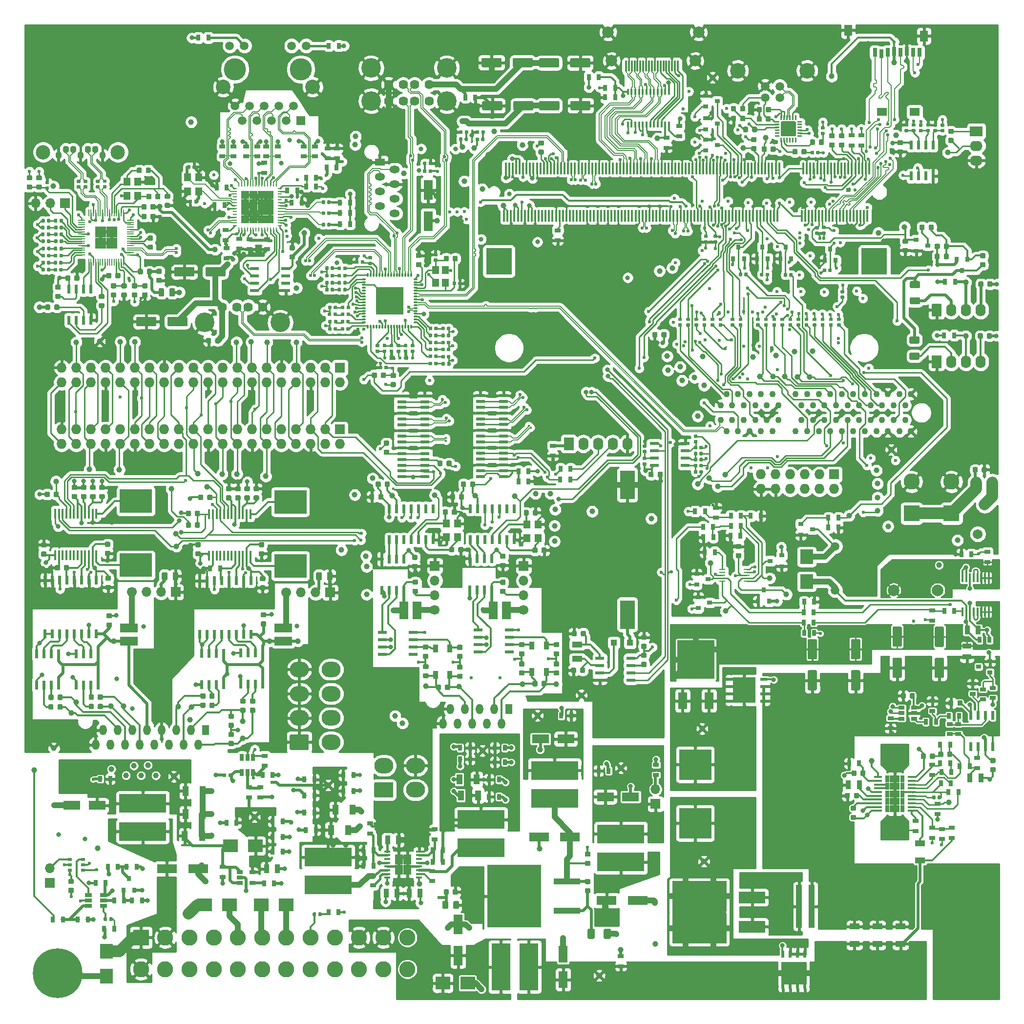
<source format=gbr>
G04 #@! TF.GenerationSoftware,KiCad,Pcbnew,5.1.5+dfsg1-2build2*
G04 #@! TF.CreationDate,2021-02-17T11:04:06+00:00*
G04 #@! TF.ProjectId,HILTOP_Motherboard,48494c54-4f50-45f4-9d6f-74686572626f,Rev C*
G04 #@! TF.SameCoordinates,Original*
G04 #@! TF.FileFunction,Copper,L1,Top*
G04 #@! TF.FilePolarity,Positive*
%FSLAX46Y46*%
G04 Gerber Fmt 4.6, Leading zero omitted, Abs format (unit mm)*
G04 Created by KiCad (PCBNEW 5.1.5+dfsg1-2build2) date 2021-02-17 11:04:06*
%MOMM*%
%LPD*%
G04 APERTURE LIST*
%ADD10C,0.100000*%
%ADD11R,0.350000X2.000000*%
%ADD12R,4.500000X4.600000*%
%ADD13C,8.600000*%
%ADD14R,0.600000X1.550000*%
%ADD15R,1.950000X1.950000*%
%ADD16R,0.240000X1.200000*%
%ADD17R,1.200000X0.240000*%
%ADD18R,0.400000X1.100000*%
%ADD19R,1.000000X0.670000*%
%ADD20R,2.300000X2.500000*%
%ADD21R,2.800000X2.800000*%
%ADD22C,2.800000*%
%ADD23R,1.700000X1.700000*%
%ADD24O,1.700000X1.700000*%
%ADD25R,2.500000X2.300000*%
%ADD26R,1.600000X3.500000*%
%ADD27R,3.500000X1.600000*%
%ADD28R,0.670000X1.000000*%
%ADD29R,3.000000X1.600000*%
%ADD30R,1.600000X3.000000*%
%ADD31R,1.800000X1.070000*%
%ADD32R,0.970000X1.500000*%
%ADD33R,1.500000X0.970000*%
%ADD34R,1.070000X1.800000*%
%ADD35R,4.600000X2.032000*%
%ADD36R,9.400000X10.800000*%
%ADD37R,4.550000X5.250000*%
%ADD38R,6.500000X6.700000*%
%ADD39R,3.100000X3.200000*%
%ADD40R,0.900000X0.800000*%
%ADD41R,0.800000X0.900000*%
%ADD42R,0.900000X1.350000*%
%ADD43C,1.620000*%
%ADD44C,3.400000*%
%ADD45R,1.800000X1.300000*%
%ADD46O,1.800000X1.300000*%
%ADD47R,1.300000X1.800000*%
%ADD48O,1.300000X1.800000*%
%ADD49R,2.200000X1.740000*%
%ADD50O,2.200000X1.740000*%
%ADD51C,1.520000*%
%ADD52C,3.850000*%
%ADD53C,2.540000*%
%ADD54R,1.520000X1.520000*%
%ADD55C,2.000000*%
%ADD56R,0.300000X1.900000*%
%ADD57R,1.740000X2.200000*%
%ADD58O,1.740000X2.200000*%
%ADD59C,2.700000*%
%ADD60R,8.200000X3.300000*%
%ADD61R,3.300000X8.200000*%
%ADD62R,5.590000X5.330000*%
%ADD63R,0.610000X1.270000*%
%ADD64R,4.420000X3.910000*%
%ADD65R,1.550000X1.600000*%
%ADD66R,1.550000X1.200000*%
%ADD67R,1.270000X0.610000*%
%ADD68R,3.910000X4.420000*%
%ADD69R,1.600000X1.550000*%
%ADD70R,1.200000X1.550000*%
%ADD71R,1.000000X7.500000*%
%ADD72R,0.800000X0.280000*%
%ADD73R,0.280000X0.800000*%
%ADD74R,1.400000X1.400000*%
%ADD75R,0.800000X1.300000*%
%ADD76R,1.450000X0.450000*%
%ADD77R,0.450000X1.500000*%
%ADD78R,1.100000X0.250000*%
%ADD79R,1.060000X0.650000*%
%ADD80C,1.700000*%
%ADD81R,0.600000X1.500000*%
%ADD82R,1.220000X0.650000*%
%ADD83R,0.650000X1.220000*%
%ADD84R,1.050000X0.450000*%
%ADD85R,1.470000X0.895000*%
%ADD86R,1.550000X0.600000*%
%ADD87R,1.200000X1.400000*%
%ADD88R,0.800000X1.500000*%
%ADD89R,1.800000X1.400000*%
%ADD90R,1.400000X1.900000*%
%ADD91C,2.500000*%
%ADD92O,1.100000X1.300000*%
%ADD93O,0.300000X0.800000*%
%ADD94O,0.800000X0.300000*%
%ADD95R,4.700000X4.700000*%
%ADD96O,3.300000X2.700000*%
%ADD97C,1.100000*%
%ADD98C,1.000000*%
%ADD99R,0.450000X1.750000*%
%ADD100R,5.600000X4.100000*%
%ADD101R,3.050000X1.520000*%
%ADD102R,1.520000X3.050000*%
%ADD103R,1.800000X1.000000*%
%ADD104C,1.710000*%
%ADD105R,4.600000X1.100000*%
%ADD106C,0.500000*%
%ADD107R,1.727200X1.727200*%
%ADD108O,1.727200X1.727200*%
%ADD109R,2.500000X5.000000*%
%ADD110R,1.100000X1.100000*%
%ADD111R,1.650000X0.600000*%
%ADD112R,0.700000X0.510000*%
%ADD113C,0.800000*%
%ADD114C,0.600000*%
%ADD115C,0.700000*%
%ADD116C,0.400000*%
%ADD117C,0.360000*%
%ADD118C,0.500000*%
%ADD119C,0.250000*%
%ADD120C,1.000000*%
%ADD121C,0.400000*%
%ADD122C,2.000000*%
%ADD123C,0.150000*%
%ADD124C,0.200000*%
%ADD125C,0.254000*%
G04 APERTURE END LIST*
G04 #@! TA.AperFunction,SMDPad,CuDef*
D10*
G36*
X123952691Y-90716053D02*
G01*
X123973926Y-90719203D01*
X123994750Y-90724419D01*
X124014962Y-90731651D01*
X124034368Y-90740830D01*
X124052781Y-90751866D01*
X124070024Y-90764654D01*
X124085930Y-90779070D01*
X124100346Y-90794976D01*
X124113134Y-90812219D01*
X124124170Y-90830632D01*
X124133349Y-90850038D01*
X124140581Y-90870250D01*
X124145797Y-90891074D01*
X124148947Y-90912309D01*
X124150000Y-90933750D01*
X124150000Y-91446250D01*
X124148947Y-91467691D01*
X124145797Y-91488926D01*
X124140581Y-91509750D01*
X124133349Y-91529962D01*
X124124170Y-91549368D01*
X124113134Y-91567781D01*
X124100346Y-91585024D01*
X124085930Y-91600930D01*
X124070024Y-91615346D01*
X124052781Y-91628134D01*
X124034368Y-91639170D01*
X124014962Y-91648349D01*
X123994750Y-91655581D01*
X123973926Y-91660797D01*
X123952691Y-91663947D01*
X123931250Y-91665000D01*
X123493750Y-91665000D01*
X123472309Y-91663947D01*
X123451074Y-91660797D01*
X123430250Y-91655581D01*
X123410038Y-91648349D01*
X123390632Y-91639170D01*
X123372219Y-91628134D01*
X123354976Y-91615346D01*
X123339070Y-91600930D01*
X123324654Y-91585024D01*
X123311866Y-91567781D01*
X123300830Y-91549368D01*
X123291651Y-91529962D01*
X123284419Y-91509750D01*
X123279203Y-91488926D01*
X123276053Y-91467691D01*
X123275000Y-91446250D01*
X123275000Y-90933750D01*
X123276053Y-90912309D01*
X123279203Y-90891074D01*
X123284419Y-90870250D01*
X123291651Y-90850038D01*
X123300830Y-90830632D01*
X123311866Y-90812219D01*
X123324654Y-90794976D01*
X123339070Y-90779070D01*
X123354976Y-90764654D01*
X123372219Y-90751866D01*
X123390632Y-90740830D01*
X123410038Y-90731651D01*
X123430250Y-90724419D01*
X123451074Y-90719203D01*
X123472309Y-90716053D01*
X123493750Y-90715000D01*
X123931250Y-90715000D01*
X123952691Y-90716053D01*
G37*
G04 #@! TD.AperFunction*
G04 #@! TA.AperFunction,SMDPad,CuDef*
G36*
X125527691Y-90716053D02*
G01*
X125548926Y-90719203D01*
X125569750Y-90724419D01*
X125589962Y-90731651D01*
X125609368Y-90740830D01*
X125627781Y-90751866D01*
X125645024Y-90764654D01*
X125660930Y-90779070D01*
X125675346Y-90794976D01*
X125688134Y-90812219D01*
X125699170Y-90830632D01*
X125708349Y-90850038D01*
X125715581Y-90870250D01*
X125720797Y-90891074D01*
X125723947Y-90912309D01*
X125725000Y-90933750D01*
X125725000Y-91446250D01*
X125723947Y-91467691D01*
X125720797Y-91488926D01*
X125715581Y-91509750D01*
X125708349Y-91529962D01*
X125699170Y-91549368D01*
X125688134Y-91567781D01*
X125675346Y-91585024D01*
X125660930Y-91600930D01*
X125645024Y-91615346D01*
X125627781Y-91628134D01*
X125609368Y-91639170D01*
X125589962Y-91648349D01*
X125569750Y-91655581D01*
X125548926Y-91660797D01*
X125527691Y-91663947D01*
X125506250Y-91665000D01*
X125068750Y-91665000D01*
X125047309Y-91663947D01*
X125026074Y-91660797D01*
X125005250Y-91655581D01*
X124985038Y-91648349D01*
X124965632Y-91639170D01*
X124947219Y-91628134D01*
X124929976Y-91615346D01*
X124914070Y-91600930D01*
X124899654Y-91585024D01*
X124886866Y-91567781D01*
X124875830Y-91549368D01*
X124866651Y-91529962D01*
X124859419Y-91509750D01*
X124854203Y-91488926D01*
X124851053Y-91467691D01*
X124850000Y-91446250D01*
X124850000Y-90933750D01*
X124851053Y-90912309D01*
X124854203Y-90891074D01*
X124859419Y-90870250D01*
X124866651Y-90850038D01*
X124875830Y-90830632D01*
X124886866Y-90812219D01*
X124899654Y-90794976D01*
X124914070Y-90779070D01*
X124929976Y-90764654D01*
X124947219Y-90751866D01*
X124965632Y-90740830D01*
X124985038Y-90731651D01*
X125005250Y-90724419D01*
X125026074Y-90719203D01*
X125047309Y-90716053D01*
X125068750Y-90715000D01*
X125506250Y-90715000D01*
X125527691Y-90716053D01*
G37*
G04 #@! TD.AperFunction*
D11*
X181450000Y-75550000D03*
X197050000Y-75550000D03*
D12*
X197950000Y-91650000D03*
X132850000Y-91650000D03*
D11*
X196750000Y-83749999D03*
X196450000Y-75550000D03*
X196150000Y-83749999D03*
X195850000Y-75550000D03*
X195550000Y-83749999D03*
X195250000Y-75550000D03*
X194950000Y-83749999D03*
X194650000Y-75550000D03*
X194350000Y-83749999D03*
X194050000Y-75550000D03*
X193750000Y-83749999D03*
X193450000Y-75550000D03*
X193150000Y-83749999D03*
X192850000Y-75550000D03*
X192550000Y-83749999D03*
X192250000Y-75550000D03*
X191950000Y-83749999D03*
X191650000Y-75550000D03*
X191350000Y-83749999D03*
X191050000Y-75550000D03*
X190750000Y-83749999D03*
X190450000Y-75550000D03*
X190150000Y-83749999D03*
X189850000Y-75550000D03*
X189550000Y-83749999D03*
X189250000Y-75550000D03*
X188950000Y-83749999D03*
X188650000Y-75550000D03*
X188350000Y-83749999D03*
X188050000Y-75550000D03*
X187750000Y-83749999D03*
X187450000Y-75550000D03*
X187150000Y-83749999D03*
X186850000Y-75550000D03*
X186550000Y-83749999D03*
X186250000Y-75550000D03*
X185950000Y-83749999D03*
X185650000Y-75550000D03*
X185350000Y-83749999D03*
X181150000Y-83749999D03*
X180850000Y-75550000D03*
X180550000Y-83749999D03*
X180250000Y-75550000D03*
X179950000Y-83749999D03*
X179650000Y-75550000D03*
X179350000Y-83749999D03*
X179050000Y-75550000D03*
X178750000Y-83749999D03*
X178450000Y-75550000D03*
X178150000Y-83749999D03*
X177850000Y-75550000D03*
X177550000Y-83749999D03*
X177250000Y-75550000D03*
X176950000Y-83749999D03*
X176650000Y-75550000D03*
X176350000Y-83749999D03*
X176050000Y-75550000D03*
X175750000Y-83749999D03*
X175450000Y-75550000D03*
X175150000Y-83749999D03*
X174850000Y-75550000D03*
X174550000Y-83749999D03*
X174250000Y-75550000D03*
X173950000Y-83749999D03*
X173650000Y-75550000D03*
X173350000Y-83749999D03*
X173050000Y-75550000D03*
X172750000Y-83749999D03*
X172450000Y-75550000D03*
X172150000Y-83749999D03*
X171850000Y-75550000D03*
X171550000Y-83749999D03*
X171250000Y-75550000D03*
X170950000Y-83749999D03*
X170650000Y-75550000D03*
X170350000Y-83749999D03*
X170050000Y-75550000D03*
X169750000Y-83749999D03*
X169450000Y-75550000D03*
X169150000Y-83749999D03*
X168850000Y-75550000D03*
X168550000Y-83749999D03*
X168250000Y-75550000D03*
X167950000Y-83749999D03*
X167650000Y-75550000D03*
X167350000Y-83749999D03*
X167050000Y-75550000D03*
X166750000Y-83749999D03*
X166450000Y-75550000D03*
X166150000Y-83749999D03*
X165850000Y-75550000D03*
X165550000Y-83749999D03*
X165250000Y-75550000D03*
X164950000Y-83749999D03*
X164650000Y-75550000D03*
X164350000Y-83749999D03*
X164050000Y-75550000D03*
X163750000Y-83749999D03*
X163450000Y-75550000D03*
X163150000Y-83749999D03*
X162850000Y-75550000D03*
X162550000Y-83749999D03*
X162250000Y-75550000D03*
X161950000Y-83749999D03*
X161650000Y-75550000D03*
X161350000Y-83749999D03*
X161050000Y-75550000D03*
X160750000Y-83749999D03*
X160450000Y-75550000D03*
X160150000Y-83749999D03*
X159850000Y-75550000D03*
X159550000Y-83749999D03*
X159250000Y-75550000D03*
X158950000Y-83749999D03*
X158650000Y-75550000D03*
X158350000Y-83749999D03*
X158050000Y-75550000D03*
X157750000Y-83749999D03*
X157450000Y-75550000D03*
X157150000Y-83749999D03*
X156850000Y-75550000D03*
X156550000Y-83749999D03*
X156250000Y-75550000D03*
X155950000Y-83749999D03*
X155650000Y-75550000D03*
X155350000Y-83749999D03*
X155050000Y-75550000D03*
X154750000Y-83749999D03*
X154450000Y-75550000D03*
X154150000Y-83749999D03*
X153850000Y-75550000D03*
X153550000Y-83749999D03*
X153250000Y-75550000D03*
X152950000Y-83749999D03*
X152650000Y-75550000D03*
X152350000Y-83749999D03*
X152050000Y-75550000D03*
X151750000Y-83749999D03*
X151450000Y-75550000D03*
X151150000Y-83749999D03*
X150850000Y-75550000D03*
X150550000Y-83749999D03*
X150250000Y-75550000D03*
X149950000Y-83749999D03*
X149650000Y-75550000D03*
X149350000Y-83749999D03*
X149050000Y-75550000D03*
X148750000Y-83749999D03*
X148450000Y-75550000D03*
X148150000Y-83749999D03*
X147850000Y-75550000D03*
X147550000Y-83749999D03*
X147250000Y-75550000D03*
X146950000Y-83749999D03*
X146650000Y-75550000D03*
X146350000Y-83749999D03*
X146050000Y-75550000D03*
X145750000Y-83749999D03*
X145450000Y-75550000D03*
X145150000Y-83749999D03*
X144850000Y-75550000D03*
X144550000Y-83749999D03*
X144250000Y-75550000D03*
X143950000Y-83749999D03*
X143650000Y-75550000D03*
X143350000Y-83749999D03*
X143050000Y-75550000D03*
X142750000Y-83749999D03*
X142450000Y-75550000D03*
X142150000Y-83749999D03*
X141850000Y-75550000D03*
X141550000Y-83749999D03*
X141250000Y-75550000D03*
X140950000Y-83749999D03*
X140650000Y-75550000D03*
X140350000Y-83749999D03*
X140050000Y-75550000D03*
X139750000Y-83749999D03*
X139450000Y-75550000D03*
X139150000Y-83749999D03*
X138850000Y-75550000D03*
X138550000Y-83749999D03*
X138250000Y-75550000D03*
X137950000Y-83749999D03*
X137650000Y-75550000D03*
X137350000Y-83749999D03*
X137050000Y-75550000D03*
X136750000Y-83749999D03*
X136450000Y-75550000D03*
X136150000Y-83749999D03*
X135850000Y-75550000D03*
X135550000Y-83749999D03*
X135250000Y-75550000D03*
X134950000Y-83749999D03*
X134650000Y-75550000D03*
X134350000Y-83749999D03*
X134050000Y-75550000D03*
X133750000Y-83749999D03*
D13*
X56350000Y-60160000D03*
X72000000Y-56000000D03*
X214000000Y-56000000D03*
X213830000Y-83020000D03*
X213830000Y-215100000D03*
X56350000Y-215100000D03*
D14*
X63405000Y-159700000D03*
X62135000Y-159700000D03*
X60865000Y-159700000D03*
X59595000Y-159700000D03*
X59595000Y-165100000D03*
X60865000Y-165100000D03*
X62135000Y-165100000D03*
X63405000Y-165100000D03*
D15*
X63765000Y-88515000D03*
X65715000Y-88515000D03*
X65715000Y-86565000D03*
X63765000Y-86565000D03*
D16*
X61740000Y-83290000D03*
X62140000Y-83290000D03*
X62540000Y-83290000D03*
X62940000Y-83290000D03*
X63340000Y-83290000D03*
X63740000Y-83290000D03*
X64140000Y-83290000D03*
X64540000Y-83290000D03*
X64940000Y-83290000D03*
X65340000Y-83290000D03*
X65740000Y-83290000D03*
X66140000Y-83290000D03*
X66540000Y-83290000D03*
X66940000Y-83290000D03*
X67340000Y-83290000D03*
X67740000Y-83290000D03*
D17*
X68990000Y-84540000D03*
X68990000Y-84940000D03*
X68990000Y-85340000D03*
X68990000Y-85740000D03*
X68990000Y-86140000D03*
X68990000Y-86540000D03*
X68990000Y-86940000D03*
X68990000Y-87340000D03*
X68990000Y-87740000D03*
X68990000Y-88140000D03*
X68990000Y-88540000D03*
X68990000Y-88940000D03*
X68990000Y-89340000D03*
X68990000Y-89740000D03*
X68990000Y-90140000D03*
X68990000Y-90540000D03*
D16*
X67740000Y-91790000D03*
X67340000Y-91790000D03*
X66940000Y-91790000D03*
X66540000Y-91790000D03*
X66140000Y-91790000D03*
X65740000Y-91790000D03*
X65340000Y-91790000D03*
X64940000Y-91790000D03*
X64540000Y-91790000D03*
X64140000Y-91790000D03*
X63740000Y-91790000D03*
X63340000Y-91790000D03*
X62940000Y-91790000D03*
X62540000Y-91790000D03*
X62140000Y-91790000D03*
X61740000Y-91790000D03*
D17*
X60490000Y-90540000D03*
X60490000Y-90140000D03*
X60490000Y-89740000D03*
X60490000Y-89340000D03*
X60490000Y-88940000D03*
X60490000Y-88540000D03*
X60490000Y-88140000D03*
X60490000Y-87740000D03*
X60490000Y-87340000D03*
X60490000Y-86940000D03*
X60490000Y-86540000D03*
X60490000Y-86140000D03*
X60490000Y-85740000D03*
X60490000Y-85340000D03*
X60490000Y-84940000D03*
X60490000Y-84540000D03*
D14*
X85105000Y-159675000D03*
X83835000Y-159675000D03*
X82565000Y-159675000D03*
X81295000Y-159675000D03*
X81295000Y-165075000D03*
X82565000Y-165075000D03*
X83835000Y-165075000D03*
X85105000Y-165075000D03*
D18*
X155210000Y-67960000D03*
X155860000Y-67960000D03*
X156510000Y-67960000D03*
X157160000Y-67960000D03*
X157810000Y-67960000D03*
X158460000Y-67960000D03*
X159110000Y-67960000D03*
X159760000Y-67960000D03*
X160410000Y-67960000D03*
X161060000Y-67960000D03*
X161710000Y-67960000D03*
X162360000Y-67960000D03*
X162360000Y-62260000D03*
X161710000Y-62260000D03*
X161060000Y-62260000D03*
X160410000Y-62260000D03*
X159760000Y-62260000D03*
X159110000Y-62260000D03*
X158460000Y-62260000D03*
X157810000Y-62260000D03*
X157160000Y-62260000D03*
X156510000Y-62260000D03*
X155860000Y-62260000D03*
X155210000Y-62260000D03*
D19*
X161900000Y-71975000D03*
X161900000Y-70225000D03*
D20*
X186200000Y-147200000D03*
X186200000Y-142900000D03*
D21*
X70800000Y-208900000D03*
D22*
X75000000Y-208900000D03*
X79200000Y-208900000D03*
X83400000Y-208900000D03*
X87600000Y-208900000D03*
X91800000Y-208900000D03*
X96000000Y-208900000D03*
X100200000Y-208900000D03*
X104400000Y-208900000D03*
X108600000Y-208900000D03*
X112800000Y-208900000D03*
X117000000Y-208900000D03*
X70800000Y-214400000D03*
X75000000Y-214400000D03*
X79200000Y-214400000D03*
X83400000Y-214400000D03*
X87600000Y-214400000D03*
X91800000Y-214400000D03*
X96000000Y-214400000D03*
X100200000Y-214400000D03*
X104400000Y-214400000D03*
X108600000Y-214400000D03*
X112800000Y-214400000D03*
X117000000Y-214400000D03*
D21*
X204400000Y-135375000D03*
D22*
X204400000Y-129875000D03*
D21*
X211325000Y-135375000D03*
D22*
X211325000Y-129875000D03*
D23*
X55000000Y-199450000D03*
D24*
X55000000Y-196910000D03*
D23*
X160000000Y-185750000D03*
D24*
X160000000Y-183210000D03*
D25*
X86350000Y-193000000D03*
X90650000Y-193000000D03*
D26*
X120600000Y-84700000D03*
X120600000Y-79300000D03*
D27*
X75300000Y-197000000D03*
X80700000Y-197000000D03*
X151550000Y-202500000D03*
X156950000Y-202500000D03*
D28*
X127025000Y-63250000D03*
X128775000Y-63250000D03*
D29*
X63200000Y-186000000D03*
X58800000Y-186000000D03*
D26*
X125780000Y-212020000D03*
X125780000Y-206620000D03*
D29*
X151300000Y-184500000D03*
X155700000Y-184500000D03*
D28*
X65475000Y-181400000D03*
X63725000Y-181400000D03*
X150125000Y-180000000D03*
X151875000Y-180000000D03*
D30*
X144000000Y-216200000D03*
X144000000Y-211800000D03*
D19*
X154000000Y-213875000D03*
X154000000Y-212125000D03*
D28*
X91875000Y-180750000D03*
X93625000Y-180750000D03*
D19*
X142200000Y-123625000D03*
X142200000Y-125375000D03*
D28*
X136230000Y-129800000D03*
X137980000Y-129800000D03*
D31*
X202500000Y-210005000D03*
X202500000Y-206995000D03*
D19*
X205100000Y-188675000D03*
X205100000Y-190425000D03*
D31*
X198500000Y-210005000D03*
X198500000Y-206995000D03*
D19*
X207960000Y-178975000D03*
X207960000Y-180725000D03*
D28*
X209350000Y-175500000D03*
X211100000Y-175500000D03*
X195325000Y-178700000D03*
X193575000Y-178700000D03*
D32*
X195330000Y-182450000D03*
X193420000Y-182450000D03*
D33*
X214000000Y-160255000D03*
X214000000Y-158345000D03*
D19*
X92200000Y-76325000D03*
X92200000Y-74575000D03*
X89600000Y-87825000D03*
X89600000Y-89575000D03*
D28*
X85275000Y-81900000D03*
X83525000Y-81900000D03*
X96925000Y-81500000D03*
X98675000Y-81500000D03*
D19*
X92700000Y-87825000D03*
X92700000Y-89575000D03*
D28*
X151270000Y-63230000D03*
X153020000Y-63230000D03*
X64675000Y-199400000D03*
X62925000Y-199400000D03*
D32*
X214545000Y-181250000D03*
X216455000Y-181250000D03*
D19*
X211000000Y-173625000D03*
X211000000Y-171875000D03*
D32*
X215955000Y-155600000D03*
X214045000Y-155600000D03*
D19*
X209700000Y-190075000D03*
X209700000Y-191825000D03*
D28*
X211225000Y-182200000D03*
X209475000Y-182200000D03*
D27*
X139800000Y-191500000D03*
X145200000Y-191500000D03*
D29*
X140050000Y-174470000D03*
X144450000Y-174470000D03*
D28*
X143665000Y-170430000D03*
X145415000Y-170430000D03*
D19*
X103200000Y-73825000D03*
X103200000Y-72075000D03*
D34*
X104495000Y-186750000D03*
X107505000Y-186750000D03*
X129005000Y-181500000D03*
X125995000Y-181500000D03*
D28*
X101125000Y-190250000D03*
X99375000Y-190250000D03*
X131125000Y-184500000D03*
X132875000Y-184500000D03*
X100875000Y-187250000D03*
X99125000Y-187250000D03*
X131125000Y-181500000D03*
X132875000Y-181500000D03*
X93625000Y-194000000D03*
X95375000Y-194000000D03*
X100875000Y-184250000D03*
X99125000Y-184250000D03*
X132125000Y-178500000D03*
X133875000Y-178500000D03*
X93625000Y-191500000D03*
X95375000Y-191500000D03*
X105875000Y-183500000D03*
X107625000Y-183500000D03*
X127875000Y-178000000D03*
X126125000Y-178000000D03*
X93625000Y-188750000D03*
X95375000Y-188750000D03*
X100875000Y-181500000D03*
X99125000Y-181500000D03*
X127875000Y-176000000D03*
X126125000Y-176000000D03*
X87375000Y-189000000D03*
X85625000Y-189000000D03*
X105875000Y-180750000D03*
X107625000Y-180750000D03*
X132125000Y-176000000D03*
X133875000Y-176000000D03*
D19*
X104800000Y-73825000D03*
X104800000Y-72075000D03*
D28*
X123125000Y-195750000D03*
X121375000Y-195750000D03*
D34*
X129255000Y-184250000D03*
X126245000Y-184250000D03*
D19*
X121250000Y-199125000D03*
X121250000Y-197375000D03*
D32*
X119205000Y-201250000D03*
X117295000Y-201250000D03*
X113545000Y-192000000D03*
X115455000Y-192000000D03*
X115205000Y-201250000D03*
X113295000Y-201250000D03*
D19*
X111000000Y-199875000D03*
X111000000Y-198125000D03*
D34*
X103745000Y-190250000D03*
X106755000Y-190250000D03*
D19*
X85000000Y-196625000D03*
X85000000Y-198375000D03*
D28*
X109375000Y-196500000D03*
X111125000Y-196500000D03*
X92125000Y-199500000D03*
X93875000Y-199500000D03*
D32*
X92545000Y-197000000D03*
X94455000Y-197000000D03*
D31*
X194500000Y-210005000D03*
X194500000Y-206995000D03*
D28*
X211325000Y-180200000D03*
X209575000Y-180200000D03*
X216175000Y-157300000D03*
X217925000Y-157300000D03*
X174725000Y-139200000D03*
X172975000Y-139200000D03*
X176525000Y-135800000D03*
X178275000Y-135800000D03*
D19*
X208000000Y-169625000D03*
X208000000Y-167875000D03*
D28*
X185775000Y-150700000D03*
X187525000Y-150700000D03*
X185775000Y-156100000D03*
X187525000Y-156100000D03*
D35*
X176775000Y-207040000D03*
X176775000Y-201960000D03*
D36*
X167625000Y-204500000D03*
D37*
X165200000Y-201725000D03*
X170050000Y-207275000D03*
X165200000Y-207275000D03*
X170050000Y-201725000D03*
D30*
X164714000Y-167850000D03*
X169286000Y-167850000D03*
D38*
X167000000Y-160700000D03*
D39*
X168700000Y-158950000D03*
X165300000Y-162150000D03*
X165300000Y-158950000D03*
X168700000Y-162150000D03*
D40*
X181900000Y-144550000D03*
X181900000Y-142650000D03*
X179900000Y-143600000D03*
X167140000Y-145820000D03*
X167140000Y-147720000D03*
X169140000Y-146770000D03*
D41*
X177800000Y-150600000D03*
X179700000Y-150600000D03*
X178750000Y-148600000D03*
D40*
X167400000Y-149900000D03*
X167400000Y-151800000D03*
X169400000Y-150850000D03*
X218000000Y-162900000D03*
X218000000Y-161000000D03*
X216000000Y-161950000D03*
D19*
X85650000Y-89375000D03*
X85650000Y-91125000D03*
D28*
X104725000Y-75400000D03*
X102975000Y-75400000D03*
D42*
X124360000Y-158825000D03*
X121860000Y-158825000D03*
X124360000Y-163375000D03*
X121860000Y-163375000D03*
X141070000Y-158295000D03*
X138570000Y-158295000D03*
X141070000Y-162845000D03*
X138570000Y-162845000D03*
D43*
X113750000Y-63850000D03*
X116250000Y-63850000D03*
X118250000Y-63850000D03*
X120750000Y-63850000D03*
D44*
X110700000Y-58150000D03*
X110700000Y-63850000D03*
D43*
X120750000Y-61000000D03*
X118250000Y-61000000D03*
X116250000Y-61000000D03*
D44*
X123800000Y-63850000D03*
D43*
X113750000Y-61000000D03*
D44*
X123800000Y-58150000D03*
D45*
X112225000Y-74475000D03*
D46*
X112225000Y-77015000D03*
X112225000Y-79555000D03*
X112225000Y-82095000D03*
X114765000Y-75745000D03*
X114765000Y-78285000D03*
X114765000Y-80825000D03*
X114765000Y-83365000D03*
D47*
X134610000Y-169280000D03*
D48*
X132070000Y-169280000D03*
X129530000Y-169280000D03*
X126990000Y-169280000D03*
X124450000Y-169280000D03*
X133340000Y-171820000D03*
X130800000Y-171820000D03*
X128260000Y-171820000D03*
X125720000Y-171820000D03*
X123180000Y-171820000D03*
D47*
X81992198Y-172950000D03*
D48*
X79452198Y-172950000D03*
X76912198Y-172950000D03*
X74372198Y-172950000D03*
X71832198Y-172950000D03*
X69292198Y-172950000D03*
X66752198Y-172950000D03*
X64212198Y-172950000D03*
X80722198Y-175490000D03*
X78182198Y-175490000D03*
X75642198Y-175490000D03*
X73102198Y-175490000D03*
X70562198Y-175490000D03*
X68022198Y-175490000D03*
X65482198Y-175490000D03*
X62942198Y-175490000D03*
D49*
X215646000Y-69088000D03*
D50*
X215646000Y-71628000D03*
X215646000Y-74168000D03*
D51*
X87100000Y-64710000D03*
X88370000Y-67250000D03*
D52*
X87090000Y-58360000D03*
X98530000Y-58360000D03*
D51*
X89640000Y-64710000D03*
X90910000Y-67250000D03*
X92180000Y-64710000D03*
X93450000Y-67250000D03*
X94720000Y-64710000D03*
X95990000Y-67250000D03*
X97260000Y-64710000D03*
D53*
X85060000Y-61410000D03*
X100560000Y-61410000D03*
D51*
X96900000Y-54300000D03*
X88720000Y-54300000D03*
X99440000Y-54300000D03*
X86180000Y-54300000D03*
D54*
X98530000Y-67250000D03*
D55*
X167480000Y-51940000D03*
X151780000Y-51940000D03*
X166880000Y-56890000D03*
X152380000Y-56890000D03*
D56*
X154880000Y-57790000D03*
X155380000Y-57790000D03*
X155880000Y-57790000D03*
X156380000Y-57790000D03*
X156880000Y-57790000D03*
X157380000Y-57790000D03*
X157880000Y-57790000D03*
X158380000Y-57790000D03*
X158880000Y-57790000D03*
X159380000Y-57790000D03*
X159880000Y-57790000D03*
X160380000Y-57790000D03*
X160880000Y-57790000D03*
X161380000Y-57790000D03*
X161880000Y-57790000D03*
X162380000Y-57790000D03*
X162880000Y-57790000D03*
X163380000Y-57790000D03*
X163880000Y-57790000D03*
D57*
X144950000Y-123300000D03*
D58*
X147490000Y-123300000D03*
X150030000Y-123300000D03*
X152570000Y-123300000D03*
X155110000Y-123300000D03*
D51*
X181540000Y-63300000D03*
X179000000Y-63300000D03*
X179000000Y-61300000D03*
X181540000Y-61300000D03*
D59*
X186270000Y-58600000D03*
X174270000Y-58600000D03*
D57*
X208750000Y-109050000D03*
D58*
X211290000Y-109050000D03*
X213830000Y-109050000D03*
X216370000Y-109050000D03*
D60*
X71100000Y-190500000D03*
X71100000Y-185652000D03*
X154000000Y-195800000D03*
X154000000Y-190952000D03*
D61*
X133200000Y-214000000D03*
X138048000Y-214000000D03*
D62*
X166895000Y-178920000D03*
X166895000Y-189080000D03*
D60*
X142500000Y-184800000D03*
X142500000Y-179952000D03*
X129750000Y-188450000D03*
X129750000Y-193298000D03*
X103250000Y-199800000D03*
X103250000Y-194952000D03*
D63*
X185905000Y-211750000D03*
X184635000Y-211750000D03*
X183365000Y-211750000D03*
X182095000Y-211750000D03*
X182095000Y-217250000D03*
X183365000Y-217250000D03*
X184635000Y-217250000D03*
X185905000Y-217250000D03*
D64*
X184000000Y-215100000D03*
D65*
X185090000Y-215750000D03*
X182910000Y-215750000D03*
D66*
X185090000Y-213750000D03*
X182910000Y-213750000D03*
D67*
X178750000Y-167905000D03*
X178750000Y-166635000D03*
X178750000Y-165365000D03*
X178750000Y-164095000D03*
X173250000Y-164095000D03*
X173250000Y-165365000D03*
X173250000Y-166635000D03*
X173250000Y-167905000D03*
D68*
X175400000Y-166000000D03*
D69*
X174750000Y-167090000D03*
X174750000Y-164910000D03*
D70*
X176750000Y-167090000D03*
X176750000Y-164910000D03*
D41*
X67750000Y-200700000D03*
X69650000Y-200700000D03*
X68700000Y-198700000D03*
D40*
X185200000Y-137200000D03*
X185200000Y-139100000D03*
X187200000Y-138150000D03*
D28*
X103305000Y-204520000D03*
X105055000Y-204520000D03*
D34*
X78495000Y-183500000D03*
X81505000Y-183500000D03*
D19*
X160100000Y-180725000D03*
X160100000Y-178975000D03*
D34*
X78395000Y-191300000D03*
X81405000Y-191300000D03*
D19*
X92250000Y-179125000D03*
X92250000Y-177375000D03*
X195700000Y-69800000D03*
X195700000Y-71550000D03*
D28*
X143500000Y-129525000D03*
X145250000Y-129525000D03*
D19*
X194000000Y-69825000D03*
X194000000Y-71575000D03*
D28*
X143525000Y-127625000D03*
X145275000Y-127625000D03*
X136230000Y-128050000D03*
X137980000Y-128050000D03*
X97875000Y-79400000D03*
X96125000Y-79400000D03*
D34*
X78495000Y-187500000D03*
X81505000Y-187500000D03*
D19*
X211400000Y-191625000D03*
X211400000Y-189875000D03*
X208000000Y-189875000D03*
X208000000Y-191625000D03*
D28*
X212525000Y-183700000D03*
X210775000Y-183700000D03*
D19*
X208900000Y-187475000D03*
X208900000Y-185725000D03*
D28*
X209375000Y-178700000D03*
X211125000Y-178700000D03*
X212725000Y-179225000D03*
X214475000Y-179225000D03*
D31*
X205900000Y-195555000D03*
X205900000Y-192545000D03*
D19*
X215775000Y-177775000D03*
X215775000Y-179525000D03*
D71*
X184900000Y-203500000D03*
X187100000Y-203500000D03*
D28*
X83925000Y-78900000D03*
X85675000Y-78900000D03*
X151255000Y-61590000D03*
X153005000Y-61590000D03*
D19*
X217550000Y-143800000D03*
X217550000Y-142050000D03*
D28*
X214775000Y-142450000D03*
X213025000Y-142450000D03*
X185675000Y-152500000D03*
X187425000Y-152500000D03*
X148435000Y-59710000D03*
X150185000Y-59710000D03*
D19*
X164100000Y-68185000D03*
X164100000Y-69935000D03*
D28*
X84500000Y-144875000D03*
X82750000Y-144875000D03*
X105075000Y-54300000D03*
X103325000Y-54300000D03*
X80725000Y-52900000D03*
X82475000Y-52900000D03*
D19*
X143050000Y-86275000D03*
X143050000Y-88025000D03*
X212500000Y-171875000D03*
X212500000Y-173625000D03*
D28*
X59825000Y-205800000D03*
X61575000Y-205800000D03*
X64425000Y-207400000D03*
X66175000Y-207400000D03*
X67875000Y-202500000D03*
X66125000Y-202500000D03*
X55525000Y-205800000D03*
X57275000Y-205800000D03*
X70975000Y-202500000D03*
X69225000Y-202500000D03*
X65025000Y-196600000D03*
X66775000Y-196600000D03*
D19*
X215000000Y-166625000D03*
X215000000Y-164875000D03*
X216750000Y-165875000D03*
X216750000Y-167625000D03*
D28*
X189990000Y-136140000D03*
X191740000Y-136140000D03*
D19*
X218500000Y-167375000D03*
X218500000Y-165625000D03*
D28*
X189970000Y-137830000D03*
X191720000Y-137830000D03*
X206875000Y-171500000D03*
X208625000Y-171500000D03*
D19*
X200750000Y-170875000D03*
X200750000Y-172625000D03*
D28*
X166875000Y-135000000D03*
X168625000Y-135000000D03*
D19*
X170500000Y-136125000D03*
X170500000Y-134375000D03*
D28*
X168245000Y-137700000D03*
X169995000Y-137700000D03*
X170045000Y-139500000D03*
X168295000Y-139500000D03*
X170275000Y-142090000D03*
X168525000Y-142090000D03*
D19*
X89500000Y-184625000D03*
X89500000Y-182875000D03*
X91500000Y-182875000D03*
X91500000Y-184625000D03*
D28*
X99425000Y-78700000D03*
X101175000Y-78700000D03*
X105325000Y-81500000D03*
X107075000Y-81500000D03*
X105325000Y-83300000D03*
X107075000Y-83300000D03*
X105325000Y-85200000D03*
X107075000Y-85200000D03*
X99425000Y-77200000D03*
X101175000Y-77200000D03*
X210875000Y-170500000D03*
X212625000Y-170500000D03*
X174825000Y-135800000D03*
X173075000Y-135800000D03*
D19*
X87800000Y-89475000D03*
X87800000Y-87725000D03*
X99010000Y-73485000D03*
X99010000Y-71735000D03*
X85500000Y-86225000D03*
X85500000Y-87975000D03*
X100990000Y-73475000D03*
X100990000Y-71725000D03*
X92520000Y-73465000D03*
X92520000Y-71715000D03*
X94500000Y-73475000D03*
X94500000Y-71725000D03*
D28*
X210075000Y-152300000D03*
X211825000Y-152300000D03*
D19*
X208000000Y-152175000D03*
X208000000Y-153925000D03*
X89000000Y-73475000D03*
X89000000Y-71725000D03*
X91000000Y-73475000D03*
X91000000Y-71725000D03*
X84910000Y-73475000D03*
X84910000Y-71725000D03*
X86800000Y-73475000D03*
X86800000Y-71725000D03*
D28*
X123125000Y-193750000D03*
X121375000Y-193750000D03*
D19*
X121750000Y-191875000D03*
X121750000Y-190125000D03*
D28*
X70075000Y-196600000D03*
X68325000Y-196600000D03*
X109375000Y-193750000D03*
X111125000Y-193750000D03*
D19*
X110500000Y-190875000D03*
X110500000Y-189125000D03*
D28*
X174825000Y-137500000D03*
X173075000Y-137500000D03*
X185675000Y-154300000D03*
X187425000Y-154300000D03*
D51*
X191140000Y-148700000D03*
D55*
X201300000Y-148700000D03*
X208920000Y-148700000D03*
D51*
X191140000Y-141080000D03*
D72*
X87100000Y-79000000D03*
X87100000Y-79500000D03*
X87100000Y-80000000D03*
X87100000Y-80500000D03*
X87100000Y-81000000D03*
X87100000Y-81500000D03*
X87100000Y-82000000D03*
X87100000Y-82500000D03*
X87100000Y-83000000D03*
X87100000Y-83500000D03*
X87100000Y-84000000D03*
X87100000Y-84500000D03*
D73*
X87750000Y-86150000D03*
X88250000Y-86150000D03*
X88750000Y-86150000D03*
X89250000Y-86150000D03*
X89750000Y-86150000D03*
X90250000Y-86150000D03*
X90750000Y-86150000D03*
X91250000Y-86150000D03*
X91750000Y-86150000D03*
X92250000Y-86150000D03*
D74*
X88900000Y-80150000D03*
D72*
X87100000Y-85000000D03*
X87100000Y-85500000D03*
D73*
X92750000Y-86150000D03*
X93250000Y-86150000D03*
X93750000Y-86150000D03*
X94250000Y-86150000D03*
D72*
X94900000Y-79000000D03*
X94900000Y-79500000D03*
X94900000Y-80500000D03*
X94900000Y-81000000D03*
X94900000Y-80000000D03*
X94900000Y-82500000D03*
X94900000Y-83000000D03*
X94900000Y-83500000D03*
X94900000Y-82000000D03*
X94900000Y-81500000D03*
X94900000Y-85000000D03*
X94900000Y-84500000D03*
X94900000Y-84000000D03*
X94900000Y-85500000D03*
D73*
X88250000Y-78350000D03*
X87750000Y-78350000D03*
X90250000Y-78350000D03*
X91250000Y-78350000D03*
X89750000Y-78350000D03*
X89250000Y-78350000D03*
X90750000Y-78350000D03*
X88750000Y-78350000D03*
X93250000Y-78350000D03*
X92250000Y-78350000D03*
X92750000Y-78350000D03*
X93750000Y-78350000D03*
X94250000Y-78350000D03*
X91750000Y-78350000D03*
D74*
X90300000Y-80150000D03*
X91700000Y-80150000D03*
X93100000Y-80150000D03*
X93100000Y-81550000D03*
X91700000Y-81550000D03*
X88900000Y-81550000D03*
X90300000Y-81550000D03*
X93100000Y-82950000D03*
X91700000Y-82950000D03*
X88900000Y-82950000D03*
X90300000Y-82950000D03*
X93100000Y-84350000D03*
X91700000Y-84350000D03*
X88900000Y-84350000D03*
X90300000Y-84350000D03*
D75*
X200200000Y-186600000D03*
D45*
X201500000Y-181400000D03*
X201500000Y-182700000D03*
X201500000Y-186600000D03*
X201500000Y-185300000D03*
D76*
X204450000Y-186920000D03*
X204450000Y-186270000D03*
X204450000Y-185620000D03*
X204450000Y-184970000D03*
X204450000Y-184330000D03*
X204450000Y-183670000D03*
X204450000Y-183030000D03*
X204450000Y-182380000D03*
X204450000Y-181730000D03*
X204450000Y-181080000D03*
X198550000Y-181080000D03*
X198550000Y-181730000D03*
X198550000Y-182380000D03*
X198550000Y-183030000D03*
X198550000Y-183670000D03*
X198550000Y-184330000D03*
X198550000Y-184970000D03*
X198550000Y-185620000D03*
X198550000Y-186270000D03*
X198550000Y-186920000D03*
D45*
X201500000Y-184000000D03*
D75*
X202800000Y-186600000D03*
X202800000Y-185300000D03*
X202800000Y-184000000D03*
X202800000Y-182700000D03*
X202800000Y-181400000D03*
X200200000Y-181400000D03*
X200200000Y-182700000D03*
X200200000Y-184000000D03*
X200200000Y-185300000D03*
D77*
X217775000Y-146550000D03*
X217125000Y-146550000D03*
X216475000Y-146550000D03*
X215825000Y-146550000D03*
X215175000Y-146550000D03*
X214525000Y-146550000D03*
X213875000Y-146550000D03*
X213225000Y-146550000D03*
X213225000Y-152450000D03*
X213875000Y-152450000D03*
X214525000Y-152450000D03*
X215175000Y-152450000D03*
X215825000Y-152450000D03*
X216475000Y-152450000D03*
X217125000Y-152450000D03*
X217775000Y-152450000D03*
D14*
X218505000Y-170400000D03*
X217235000Y-170400000D03*
X215965000Y-170400000D03*
X214695000Y-170400000D03*
X214695000Y-175800000D03*
X215965000Y-175800000D03*
X217235000Y-175800000D03*
X218505000Y-175800000D03*
D78*
X171550000Y-145100000D03*
X171550000Y-145600000D03*
X171550000Y-146100000D03*
X171550000Y-146600000D03*
X171550000Y-147100000D03*
X175850000Y-147100000D03*
X175850000Y-146600000D03*
X175850000Y-146100000D03*
X175850000Y-145600000D03*
X175850000Y-145100000D03*
D79*
X204850000Y-170950000D03*
X204850000Y-170000000D03*
X204850000Y-169050000D03*
X202650000Y-169050000D03*
X202650000Y-170950000D03*
X202650000Y-170000000D03*
D80*
X96000000Y-149075000D03*
D24*
X98540000Y-149075000D03*
X101080000Y-149075000D03*
D23*
X103620000Y-149075000D03*
D81*
X89845000Y-147025000D03*
X88575000Y-147025000D03*
X87305000Y-147025000D03*
X86035000Y-147025000D03*
X84765000Y-147025000D03*
X83495000Y-147025000D03*
X82225000Y-147025000D03*
X80955000Y-147025000D03*
X80955000Y-156325000D03*
X82225000Y-156325000D03*
X83495000Y-156325000D03*
X84765000Y-156325000D03*
X86035000Y-156325000D03*
X87305000Y-156325000D03*
X88575000Y-156325000D03*
X89845000Y-156325000D03*
X63045000Y-146950000D03*
X61775000Y-146950000D03*
X60505000Y-146950000D03*
X59235000Y-146950000D03*
X57965000Y-146950000D03*
X56695000Y-146950000D03*
X55425000Y-146950000D03*
X54155000Y-146950000D03*
X54155000Y-156250000D03*
X55425000Y-156250000D03*
X56695000Y-156250000D03*
X57965000Y-156250000D03*
X59235000Y-156250000D03*
X60505000Y-156250000D03*
X61775000Y-156250000D03*
X63045000Y-156250000D03*
D80*
X69200000Y-149000000D03*
D24*
X71740000Y-149000000D03*
X74280000Y-149000000D03*
D23*
X76820000Y-149000000D03*
D14*
X91905000Y-159575000D03*
X90635000Y-159575000D03*
X89365000Y-159575000D03*
X88095000Y-159575000D03*
X88095000Y-164975000D03*
X89365000Y-164975000D03*
X90635000Y-164975000D03*
X91905000Y-164975000D03*
X56505000Y-159700000D03*
X55235000Y-159700000D03*
X53965000Y-159700000D03*
X52695000Y-159700000D03*
X52695000Y-165100000D03*
X53965000Y-165100000D03*
X55235000Y-165100000D03*
X56505000Y-165100000D03*
D82*
X61690000Y-201550000D03*
X61690000Y-202500000D03*
X61690000Y-203450000D03*
X64310000Y-203450000D03*
X64310000Y-202500000D03*
X64310000Y-201550000D03*
D83*
X90200000Y-177690000D03*
X89250000Y-177690000D03*
X88300000Y-177690000D03*
X88300000Y-180310000D03*
X89250000Y-180310000D03*
X90200000Y-180310000D03*
D84*
X119025000Y-198525000D03*
X119025000Y-197875000D03*
X119025000Y-197225000D03*
X119025000Y-196575000D03*
X119025000Y-195925000D03*
X119025000Y-195275000D03*
X119025000Y-194625000D03*
X119025000Y-193975000D03*
X113475000Y-193975000D03*
X113475000Y-194625000D03*
X113475000Y-195275000D03*
X113475000Y-195925000D03*
X113475000Y-196575000D03*
X113475000Y-197225000D03*
X113475000Y-197875000D03*
X113475000Y-198525000D03*
D85*
X115515000Y-194907500D03*
X115515000Y-195802500D03*
X115515000Y-196697500D03*
X115515000Y-197592500D03*
X116985000Y-194907500D03*
X116985000Y-195802500D03*
X116985000Y-196697500D03*
X116985000Y-197592500D03*
D79*
X87900000Y-197550000D03*
X87900000Y-198500000D03*
X87900000Y-199450000D03*
X90100000Y-199450000D03*
X90100000Y-197550000D03*
D80*
X137150000Y-152100000D03*
D24*
X137150000Y-149560000D03*
X137150000Y-147020000D03*
D23*
X137150000Y-144480000D03*
D81*
X113840000Y-139950000D03*
X115110000Y-139950000D03*
X116380000Y-139950000D03*
X117650000Y-139950000D03*
X118920000Y-139950000D03*
X120190000Y-139950000D03*
X121460000Y-139950000D03*
X121460000Y-134550000D03*
X120190000Y-134550000D03*
X118920000Y-134550000D03*
X117650000Y-134550000D03*
X116380000Y-134550000D03*
X115110000Y-134550000D03*
X113840000Y-134550000D03*
X127890000Y-139950000D03*
X129160000Y-139950000D03*
X130430000Y-139950000D03*
X131700000Y-139950000D03*
X132970000Y-139950000D03*
X134240000Y-139950000D03*
X135510000Y-139950000D03*
X135510000Y-134550000D03*
X134240000Y-134550000D03*
X132970000Y-134550000D03*
X131700000Y-134550000D03*
X130430000Y-134550000D03*
X129160000Y-134550000D03*
X127890000Y-134550000D03*
D80*
X121750000Y-152075000D03*
D24*
X121750000Y-149535000D03*
X121750000Y-146995000D03*
D23*
X121750000Y-144455000D03*
D14*
X116355000Y-143275000D03*
X115085000Y-143275000D03*
X113815000Y-143275000D03*
X112545000Y-143275000D03*
X112545000Y-148675000D03*
X113815000Y-148675000D03*
X115085000Y-148675000D03*
X116355000Y-148675000D03*
X131655000Y-143200000D03*
X130385000Y-143200000D03*
X129115000Y-143200000D03*
X127845000Y-143200000D03*
X127845000Y-148600000D03*
X129115000Y-148600000D03*
X130385000Y-148600000D03*
X131655000Y-148600000D03*
D86*
X112625000Y-156020000D03*
X112625000Y-157290000D03*
X112625000Y-158560000D03*
X112625000Y-159830000D03*
X118025000Y-159830000D03*
X118025000Y-158560000D03*
X118025000Y-157290000D03*
X118025000Y-156020000D03*
X129275000Y-155545000D03*
X129275000Y-156815000D03*
X129275000Y-158085000D03*
X129275000Y-159355000D03*
X134675000Y-159355000D03*
X134675000Y-158085000D03*
X134675000Y-156815000D03*
X134675000Y-155545000D03*
D87*
X78900000Y-77100000D03*
X78900000Y-79500000D03*
X80800000Y-79500000D03*
X80800000Y-77100000D03*
D88*
X198050000Y-55450000D03*
X199150000Y-55650000D03*
X200250000Y-55450000D03*
X201350000Y-55250000D03*
X202450000Y-55450000D03*
X203550000Y-55250000D03*
X204650000Y-55450000D03*
X205750000Y-55450000D03*
D89*
X204950000Y-65750000D03*
X199250000Y-65750000D03*
D90*
X193400000Y-51600000D03*
X206550000Y-52600000D03*
D28*
X210050000Y-104500000D03*
X211800000Y-104500000D03*
X210175000Y-95200000D03*
X211925000Y-95200000D03*
D91*
X66790000Y-72740000D03*
D92*
X62850000Y-72240000D03*
D91*
X53830000Y-72740000D03*
D92*
X61580000Y-72240000D03*
X59040000Y-72240000D03*
X57770000Y-72240000D03*
X56500000Y-73240000D03*
X60310000Y-73240000D03*
X64120000Y-73240000D03*
D93*
X117650000Y-94000000D03*
X117150000Y-94000000D03*
X116650000Y-94000000D03*
X116150000Y-94000000D03*
X115650000Y-94000000D03*
X115150000Y-94000000D03*
X114650000Y-94000000D03*
X114150000Y-94000000D03*
X113650000Y-94000000D03*
X113150000Y-94000000D03*
X112650000Y-94000000D03*
X112150000Y-94000000D03*
X111650000Y-94000000D03*
X111150000Y-94000000D03*
X110650000Y-94000000D03*
X110150000Y-94000000D03*
D94*
X109400000Y-94750000D03*
X109400000Y-95250000D03*
X109400000Y-95750000D03*
X109400000Y-96250000D03*
X109400000Y-96750000D03*
X109400000Y-97250000D03*
X109400000Y-97750000D03*
X109400000Y-98250000D03*
X109400000Y-98750000D03*
X109400000Y-99250000D03*
X109400000Y-99750000D03*
X109400000Y-100250000D03*
X109400000Y-100750000D03*
X109400000Y-101250000D03*
X109400000Y-101750000D03*
X109400000Y-102250000D03*
D93*
X110150000Y-103000000D03*
X110650000Y-103000000D03*
X111150000Y-103000000D03*
X111650000Y-103000000D03*
X112150000Y-103000000D03*
X112650000Y-103000000D03*
X113150000Y-103000000D03*
X113650000Y-103000000D03*
X114150000Y-103000000D03*
X114650000Y-103000000D03*
X115150000Y-103000000D03*
X115650000Y-103000000D03*
X116150000Y-103000000D03*
X116650000Y-103000000D03*
X117150000Y-103000000D03*
X117650000Y-103000000D03*
D94*
X118400000Y-102250000D03*
X118400000Y-101750000D03*
X118400000Y-101250000D03*
X118400000Y-100750000D03*
X118400000Y-100250000D03*
X118400000Y-99750000D03*
X118400000Y-99250000D03*
X118400000Y-98750000D03*
X118400000Y-98250000D03*
X118400000Y-97750000D03*
X118400000Y-97250000D03*
X118400000Y-96750000D03*
X118400000Y-96250000D03*
X118400000Y-95750000D03*
X118400000Y-95250000D03*
X118400000Y-94750000D03*
D95*
X113900000Y-98500000D03*
G04 #@! TA.AperFunction,SMDPad,CuDef*
D10*
G36*
X125527691Y-200526053D02*
G01*
X125548926Y-200529203D01*
X125569750Y-200534419D01*
X125589962Y-200541651D01*
X125609368Y-200550830D01*
X125627781Y-200561866D01*
X125645024Y-200574654D01*
X125660930Y-200589070D01*
X125675346Y-200604976D01*
X125688134Y-200622219D01*
X125699170Y-200640632D01*
X125708349Y-200660038D01*
X125715581Y-200680250D01*
X125720797Y-200701074D01*
X125723947Y-200722309D01*
X125725000Y-200743750D01*
X125725000Y-201256250D01*
X125723947Y-201277691D01*
X125720797Y-201298926D01*
X125715581Y-201319750D01*
X125708349Y-201339962D01*
X125699170Y-201359368D01*
X125688134Y-201377781D01*
X125675346Y-201395024D01*
X125660930Y-201410930D01*
X125645024Y-201425346D01*
X125627781Y-201438134D01*
X125609368Y-201449170D01*
X125589962Y-201458349D01*
X125569750Y-201465581D01*
X125548926Y-201470797D01*
X125527691Y-201473947D01*
X125506250Y-201475000D01*
X125068750Y-201475000D01*
X125047309Y-201473947D01*
X125026074Y-201470797D01*
X125005250Y-201465581D01*
X124985038Y-201458349D01*
X124965632Y-201449170D01*
X124947219Y-201438134D01*
X124929976Y-201425346D01*
X124914070Y-201410930D01*
X124899654Y-201395024D01*
X124886866Y-201377781D01*
X124875830Y-201359368D01*
X124866651Y-201339962D01*
X124859419Y-201319750D01*
X124854203Y-201298926D01*
X124851053Y-201277691D01*
X124850000Y-201256250D01*
X124850000Y-200743750D01*
X124851053Y-200722309D01*
X124854203Y-200701074D01*
X124859419Y-200680250D01*
X124866651Y-200660038D01*
X124875830Y-200640632D01*
X124886866Y-200622219D01*
X124899654Y-200604976D01*
X124914070Y-200589070D01*
X124929976Y-200574654D01*
X124947219Y-200561866D01*
X124965632Y-200550830D01*
X124985038Y-200541651D01*
X125005250Y-200534419D01*
X125026074Y-200529203D01*
X125047309Y-200526053D01*
X125068750Y-200525000D01*
X125506250Y-200525000D01*
X125527691Y-200526053D01*
G37*
G04 #@! TD.AperFunction*
G04 #@! TA.AperFunction,SMDPad,CuDef*
G36*
X123952691Y-200526053D02*
G01*
X123973926Y-200529203D01*
X123994750Y-200534419D01*
X124014962Y-200541651D01*
X124034368Y-200550830D01*
X124052781Y-200561866D01*
X124070024Y-200574654D01*
X124085930Y-200589070D01*
X124100346Y-200604976D01*
X124113134Y-200622219D01*
X124124170Y-200640632D01*
X124133349Y-200660038D01*
X124140581Y-200680250D01*
X124145797Y-200701074D01*
X124148947Y-200722309D01*
X124150000Y-200743750D01*
X124150000Y-201256250D01*
X124148947Y-201277691D01*
X124145797Y-201298926D01*
X124140581Y-201319750D01*
X124133349Y-201339962D01*
X124124170Y-201359368D01*
X124113134Y-201377781D01*
X124100346Y-201395024D01*
X124085930Y-201410930D01*
X124070024Y-201425346D01*
X124052781Y-201438134D01*
X124034368Y-201449170D01*
X124014962Y-201458349D01*
X123994750Y-201465581D01*
X123973926Y-201470797D01*
X123952691Y-201473947D01*
X123931250Y-201475000D01*
X123493750Y-201475000D01*
X123472309Y-201473947D01*
X123451074Y-201470797D01*
X123430250Y-201465581D01*
X123410038Y-201458349D01*
X123390632Y-201449170D01*
X123372219Y-201438134D01*
X123354976Y-201425346D01*
X123339070Y-201410930D01*
X123324654Y-201395024D01*
X123311866Y-201377781D01*
X123300830Y-201359368D01*
X123291651Y-201339962D01*
X123284419Y-201319750D01*
X123279203Y-201298926D01*
X123276053Y-201277691D01*
X123275000Y-201256250D01*
X123275000Y-200743750D01*
X123276053Y-200722309D01*
X123279203Y-200701074D01*
X123284419Y-200680250D01*
X123291651Y-200660038D01*
X123300830Y-200640632D01*
X123311866Y-200622219D01*
X123324654Y-200604976D01*
X123339070Y-200589070D01*
X123354976Y-200574654D01*
X123372219Y-200561866D01*
X123390632Y-200550830D01*
X123410038Y-200541651D01*
X123430250Y-200534419D01*
X123451074Y-200529203D01*
X123472309Y-200526053D01*
X123493750Y-200525000D01*
X123931250Y-200525000D01*
X123952691Y-200526053D01*
G37*
G04 #@! TD.AperFunction*
G04 #@! TA.AperFunction,SMDPad,CuDef*
G36*
X125705142Y-202551174D02*
G01*
X125728803Y-202554684D01*
X125752007Y-202560496D01*
X125774529Y-202568554D01*
X125796153Y-202578782D01*
X125816670Y-202591079D01*
X125835883Y-202605329D01*
X125853607Y-202621393D01*
X125869671Y-202639117D01*
X125883921Y-202658330D01*
X125896218Y-202678847D01*
X125906446Y-202700471D01*
X125914504Y-202722993D01*
X125920316Y-202746197D01*
X125923826Y-202769858D01*
X125925000Y-202793750D01*
X125925000Y-203706250D01*
X125923826Y-203730142D01*
X125920316Y-203753803D01*
X125914504Y-203777007D01*
X125906446Y-203799529D01*
X125896218Y-203821153D01*
X125883921Y-203841670D01*
X125869671Y-203860883D01*
X125853607Y-203878607D01*
X125835883Y-203894671D01*
X125816670Y-203908921D01*
X125796153Y-203921218D01*
X125774529Y-203931446D01*
X125752007Y-203939504D01*
X125728803Y-203945316D01*
X125705142Y-203948826D01*
X125681250Y-203950000D01*
X125193750Y-203950000D01*
X125169858Y-203948826D01*
X125146197Y-203945316D01*
X125122993Y-203939504D01*
X125100471Y-203931446D01*
X125078847Y-203921218D01*
X125058330Y-203908921D01*
X125039117Y-203894671D01*
X125021393Y-203878607D01*
X125005329Y-203860883D01*
X124991079Y-203841670D01*
X124978782Y-203821153D01*
X124968554Y-203799529D01*
X124960496Y-203777007D01*
X124954684Y-203753803D01*
X124951174Y-203730142D01*
X124950000Y-203706250D01*
X124950000Y-202793750D01*
X124951174Y-202769858D01*
X124954684Y-202746197D01*
X124960496Y-202722993D01*
X124968554Y-202700471D01*
X124978782Y-202678847D01*
X124991079Y-202658330D01*
X125005329Y-202639117D01*
X125021393Y-202621393D01*
X125039117Y-202605329D01*
X125058330Y-202591079D01*
X125078847Y-202578782D01*
X125100471Y-202568554D01*
X125122993Y-202560496D01*
X125146197Y-202554684D01*
X125169858Y-202551174D01*
X125193750Y-202550000D01*
X125681250Y-202550000D01*
X125705142Y-202551174D01*
G37*
G04 #@! TD.AperFunction*
G04 #@! TA.AperFunction,SMDPad,CuDef*
G36*
X123830142Y-202551174D02*
G01*
X123853803Y-202554684D01*
X123877007Y-202560496D01*
X123899529Y-202568554D01*
X123921153Y-202578782D01*
X123941670Y-202591079D01*
X123960883Y-202605329D01*
X123978607Y-202621393D01*
X123994671Y-202639117D01*
X124008921Y-202658330D01*
X124021218Y-202678847D01*
X124031446Y-202700471D01*
X124039504Y-202722993D01*
X124045316Y-202746197D01*
X124048826Y-202769858D01*
X124050000Y-202793750D01*
X124050000Y-203706250D01*
X124048826Y-203730142D01*
X124045316Y-203753803D01*
X124039504Y-203777007D01*
X124031446Y-203799529D01*
X124021218Y-203821153D01*
X124008921Y-203841670D01*
X123994671Y-203860883D01*
X123978607Y-203878607D01*
X123960883Y-203894671D01*
X123941670Y-203908921D01*
X123921153Y-203921218D01*
X123899529Y-203931446D01*
X123877007Y-203939504D01*
X123853803Y-203945316D01*
X123830142Y-203948826D01*
X123806250Y-203950000D01*
X123318750Y-203950000D01*
X123294858Y-203948826D01*
X123271197Y-203945316D01*
X123247993Y-203939504D01*
X123225471Y-203931446D01*
X123203847Y-203921218D01*
X123183330Y-203908921D01*
X123164117Y-203894671D01*
X123146393Y-203878607D01*
X123130329Y-203860883D01*
X123116079Y-203841670D01*
X123103782Y-203821153D01*
X123093554Y-203799529D01*
X123085496Y-203777007D01*
X123079684Y-203753803D01*
X123076174Y-203730142D01*
X123075000Y-203706250D01*
X123075000Y-202793750D01*
X123076174Y-202769858D01*
X123079684Y-202746197D01*
X123085496Y-202722993D01*
X123093554Y-202700471D01*
X123103782Y-202678847D01*
X123116079Y-202658330D01*
X123130329Y-202639117D01*
X123146393Y-202621393D01*
X123164117Y-202605329D01*
X123183330Y-202591079D01*
X123203847Y-202578782D01*
X123225471Y-202568554D01*
X123247993Y-202560496D01*
X123271197Y-202554684D01*
X123294858Y-202551174D01*
X123318750Y-202550000D01*
X123806250Y-202550000D01*
X123830142Y-202551174D01*
G37*
G04 #@! TD.AperFunction*
G04 #@! TA.AperFunction,SMDPad,CuDef*
G36*
X148527691Y-194026053D02*
G01*
X148548926Y-194029203D01*
X148569750Y-194034419D01*
X148589962Y-194041651D01*
X148609368Y-194050830D01*
X148627781Y-194061866D01*
X148645024Y-194074654D01*
X148660930Y-194089070D01*
X148675346Y-194104976D01*
X148688134Y-194122219D01*
X148699170Y-194140632D01*
X148708349Y-194160038D01*
X148715581Y-194180250D01*
X148720797Y-194201074D01*
X148723947Y-194222309D01*
X148725000Y-194243750D01*
X148725000Y-194681250D01*
X148723947Y-194702691D01*
X148720797Y-194723926D01*
X148715581Y-194744750D01*
X148708349Y-194764962D01*
X148699170Y-194784368D01*
X148688134Y-194802781D01*
X148675346Y-194820024D01*
X148660930Y-194835930D01*
X148645024Y-194850346D01*
X148627781Y-194863134D01*
X148609368Y-194874170D01*
X148589962Y-194883349D01*
X148569750Y-194890581D01*
X148548926Y-194895797D01*
X148527691Y-194898947D01*
X148506250Y-194900000D01*
X147993750Y-194900000D01*
X147972309Y-194898947D01*
X147951074Y-194895797D01*
X147930250Y-194890581D01*
X147910038Y-194883349D01*
X147890632Y-194874170D01*
X147872219Y-194863134D01*
X147854976Y-194850346D01*
X147839070Y-194835930D01*
X147824654Y-194820024D01*
X147811866Y-194802781D01*
X147800830Y-194784368D01*
X147791651Y-194764962D01*
X147784419Y-194744750D01*
X147779203Y-194723926D01*
X147776053Y-194702691D01*
X147775000Y-194681250D01*
X147775000Y-194243750D01*
X147776053Y-194222309D01*
X147779203Y-194201074D01*
X147784419Y-194180250D01*
X147791651Y-194160038D01*
X147800830Y-194140632D01*
X147811866Y-194122219D01*
X147824654Y-194104976D01*
X147839070Y-194089070D01*
X147854976Y-194074654D01*
X147872219Y-194061866D01*
X147890632Y-194050830D01*
X147910038Y-194041651D01*
X147930250Y-194034419D01*
X147951074Y-194029203D01*
X147972309Y-194026053D01*
X147993750Y-194025000D01*
X148506250Y-194025000D01*
X148527691Y-194026053D01*
G37*
G04 #@! TD.AperFunction*
G04 #@! TA.AperFunction,SMDPad,CuDef*
G36*
X148527691Y-195601053D02*
G01*
X148548926Y-195604203D01*
X148569750Y-195609419D01*
X148589962Y-195616651D01*
X148609368Y-195625830D01*
X148627781Y-195636866D01*
X148645024Y-195649654D01*
X148660930Y-195664070D01*
X148675346Y-195679976D01*
X148688134Y-195697219D01*
X148699170Y-195715632D01*
X148708349Y-195735038D01*
X148715581Y-195755250D01*
X148720797Y-195776074D01*
X148723947Y-195797309D01*
X148725000Y-195818750D01*
X148725000Y-196256250D01*
X148723947Y-196277691D01*
X148720797Y-196298926D01*
X148715581Y-196319750D01*
X148708349Y-196339962D01*
X148699170Y-196359368D01*
X148688134Y-196377781D01*
X148675346Y-196395024D01*
X148660930Y-196410930D01*
X148645024Y-196425346D01*
X148627781Y-196438134D01*
X148609368Y-196449170D01*
X148589962Y-196458349D01*
X148569750Y-196465581D01*
X148548926Y-196470797D01*
X148527691Y-196473947D01*
X148506250Y-196475000D01*
X147993750Y-196475000D01*
X147972309Y-196473947D01*
X147951074Y-196470797D01*
X147930250Y-196465581D01*
X147910038Y-196458349D01*
X147890632Y-196449170D01*
X147872219Y-196438134D01*
X147854976Y-196425346D01*
X147839070Y-196410930D01*
X147824654Y-196395024D01*
X147811866Y-196377781D01*
X147800830Y-196359368D01*
X147791651Y-196339962D01*
X147784419Y-196319750D01*
X147779203Y-196298926D01*
X147776053Y-196277691D01*
X147775000Y-196256250D01*
X147775000Y-195818750D01*
X147776053Y-195797309D01*
X147779203Y-195776074D01*
X147784419Y-195755250D01*
X147791651Y-195735038D01*
X147800830Y-195715632D01*
X147811866Y-195697219D01*
X147824654Y-195679976D01*
X147839070Y-195664070D01*
X147854976Y-195649654D01*
X147872219Y-195636866D01*
X147890632Y-195625830D01*
X147910038Y-195616651D01*
X147930250Y-195609419D01*
X147951074Y-195604203D01*
X147972309Y-195601053D01*
X147993750Y-195600000D01*
X148506250Y-195600000D01*
X148527691Y-195601053D01*
G37*
G04 #@! TD.AperFunction*
G04 #@! TA.AperFunction,SMDPad,CuDef*
G36*
X161702691Y-103901053D02*
G01*
X161723926Y-103904203D01*
X161744750Y-103909419D01*
X161764962Y-103916651D01*
X161784368Y-103925830D01*
X161802781Y-103936866D01*
X161820024Y-103949654D01*
X161835930Y-103964070D01*
X161850346Y-103979976D01*
X161863134Y-103997219D01*
X161874170Y-104015632D01*
X161883349Y-104035038D01*
X161890581Y-104055250D01*
X161895797Y-104076074D01*
X161898947Y-104097309D01*
X161900000Y-104118750D01*
X161900000Y-104631250D01*
X161898947Y-104652691D01*
X161895797Y-104673926D01*
X161890581Y-104694750D01*
X161883349Y-104714962D01*
X161874170Y-104734368D01*
X161863134Y-104752781D01*
X161850346Y-104770024D01*
X161835930Y-104785930D01*
X161820024Y-104800346D01*
X161802781Y-104813134D01*
X161784368Y-104824170D01*
X161764962Y-104833349D01*
X161744750Y-104840581D01*
X161723926Y-104845797D01*
X161702691Y-104848947D01*
X161681250Y-104850000D01*
X161243750Y-104850000D01*
X161222309Y-104848947D01*
X161201074Y-104845797D01*
X161180250Y-104840581D01*
X161160038Y-104833349D01*
X161140632Y-104824170D01*
X161122219Y-104813134D01*
X161104976Y-104800346D01*
X161089070Y-104785930D01*
X161074654Y-104770024D01*
X161061866Y-104752781D01*
X161050830Y-104734368D01*
X161041651Y-104714962D01*
X161034419Y-104694750D01*
X161029203Y-104673926D01*
X161026053Y-104652691D01*
X161025000Y-104631250D01*
X161025000Y-104118750D01*
X161026053Y-104097309D01*
X161029203Y-104076074D01*
X161034419Y-104055250D01*
X161041651Y-104035038D01*
X161050830Y-104015632D01*
X161061866Y-103997219D01*
X161074654Y-103979976D01*
X161089070Y-103964070D01*
X161104976Y-103949654D01*
X161122219Y-103936866D01*
X161140632Y-103925830D01*
X161160038Y-103916651D01*
X161180250Y-103909419D01*
X161201074Y-103904203D01*
X161222309Y-103901053D01*
X161243750Y-103900000D01*
X161681250Y-103900000D01*
X161702691Y-103901053D01*
G37*
G04 #@! TD.AperFunction*
G04 #@! TA.AperFunction,SMDPad,CuDef*
G36*
X160127691Y-103901053D02*
G01*
X160148926Y-103904203D01*
X160169750Y-103909419D01*
X160189962Y-103916651D01*
X160209368Y-103925830D01*
X160227781Y-103936866D01*
X160245024Y-103949654D01*
X160260930Y-103964070D01*
X160275346Y-103979976D01*
X160288134Y-103997219D01*
X160299170Y-104015632D01*
X160308349Y-104035038D01*
X160315581Y-104055250D01*
X160320797Y-104076074D01*
X160323947Y-104097309D01*
X160325000Y-104118750D01*
X160325000Y-104631250D01*
X160323947Y-104652691D01*
X160320797Y-104673926D01*
X160315581Y-104694750D01*
X160308349Y-104714962D01*
X160299170Y-104734368D01*
X160288134Y-104752781D01*
X160275346Y-104770024D01*
X160260930Y-104785930D01*
X160245024Y-104800346D01*
X160227781Y-104813134D01*
X160209368Y-104824170D01*
X160189962Y-104833349D01*
X160169750Y-104840581D01*
X160148926Y-104845797D01*
X160127691Y-104848947D01*
X160106250Y-104850000D01*
X159668750Y-104850000D01*
X159647309Y-104848947D01*
X159626074Y-104845797D01*
X159605250Y-104840581D01*
X159585038Y-104833349D01*
X159565632Y-104824170D01*
X159547219Y-104813134D01*
X159529976Y-104800346D01*
X159514070Y-104785930D01*
X159499654Y-104770024D01*
X159486866Y-104752781D01*
X159475830Y-104734368D01*
X159466651Y-104714962D01*
X159459419Y-104694750D01*
X159454203Y-104673926D01*
X159451053Y-104652691D01*
X159450000Y-104631250D01*
X159450000Y-104118750D01*
X159451053Y-104097309D01*
X159454203Y-104076074D01*
X159459419Y-104055250D01*
X159466651Y-104035038D01*
X159475830Y-104015632D01*
X159486866Y-103997219D01*
X159499654Y-103979976D01*
X159514070Y-103964070D01*
X159529976Y-103949654D01*
X159547219Y-103936866D01*
X159565632Y-103925830D01*
X159585038Y-103916651D01*
X159605250Y-103909419D01*
X159626074Y-103904203D01*
X159647309Y-103901053D01*
X159668750Y-103900000D01*
X160106250Y-103900000D01*
X160127691Y-103901053D01*
G37*
G04 #@! TD.AperFunction*
G04 #@! TA.AperFunction,SMDPad,CuDef*
G36*
X54227691Y-141976053D02*
G01*
X54248926Y-141979203D01*
X54269750Y-141984419D01*
X54289962Y-141991651D01*
X54309368Y-142000830D01*
X54327781Y-142011866D01*
X54345024Y-142024654D01*
X54360930Y-142039070D01*
X54375346Y-142054976D01*
X54388134Y-142072219D01*
X54399170Y-142090632D01*
X54408349Y-142110038D01*
X54415581Y-142130250D01*
X54420797Y-142151074D01*
X54423947Y-142172309D01*
X54425000Y-142193750D01*
X54425000Y-142631250D01*
X54423947Y-142652691D01*
X54420797Y-142673926D01*
X54415581Y-142694750D01*
X54408349Y-142714962D01*
X54399170Y-142734368D01*
X54388134Y-142752781D01*
X54375346Y-142770024D01*
X54360930Y-142785930D01*
X54345024Y-142800346D01*
X54327781Y-142813134D01*
X54309368Y-142824170D01*
X54289962Y-142833349D01*
X54269750Y-142840581D01*
X54248926Y-142845797D01*
X54227691Y-142848947D01*
X54206250Y-142850000D01*
X53693750Y-142850000D01*
X53672309Y-142848947D01*
X53651074Y-142845797D01*
X53630250Y-142840581D01*
X53610038Y-142833349D01*
X53590632Y-142824170D01*
X53572219Y-142813134D01*
X53554976Y-142800346D01*
X53539070Y-142785930D01*
X53524654Y-142770024D01*
X53511866Y-142752781D01*
X53500830Y-142734368D01*
X53491651Y-142714962D01*
X53484419Y-142694750D01*
X53479203Y-142673926D01*
X53476053Y-142652691D01*
X53475000Y-142631250D01*
X53475000Y-142193750D01*
X53476053Y-142172309D01*
X53479203Y-142151074D01*
X53484419Y-142130250D01*
X53491651Y-142110038D01*
X53500830Y-142090632D01*
X53511866Y-142072219D01*
X53524654Y-142054976D01*
X53539070Y-142039070D01*
X53554976Y-142024654D01*
X53572219Y-142011866D01*
X53590632Y-142000830D01*
X53610038Y-141991651D01*
X53630250Y-141984419D01*
X53651074Y-141979203D01*
X53672309Y-141976053D01*
X53693750Y-141975000D01*
X54206250Y-141975000D01*
X54227691Y-141976053D01*
G37*
G04 #@! TD.AperFunction*
G04 #@! TA.AperFunction,SMDPad,CuDef*
G36*
X54227691Y-140401053D02*
G01*
X54248926Y-140404203D01*
X54269750Y-140409419D01*
X54289962Y-140416651D01*
X54309368Y-140425830D01*
X54327781Y-140436866D01*
X54345024Y-140449654D01*
X54360930Y-140464070D01*
X54375346Y-140479976D01*
X54388134Y-140497219D01*
X54399170Y-140515632D01*
X54408349Y-140535038D01*
X54415581Y-140555250D01*
X54420797Y-140576074D01*
X54423947Y-140597309D01*
X54425000Y-140618750D01*
X54425000Y-141056250D01*
X54423947Y-141077691D01*
X54420797Y-141098926D01*
X54415581Y-141119750D01*
X54408349Y-141139962D01*
X54399170Y-141159368D01*
X54388134Y-141177781D01*
X54375346Y-141195024D01*
X54360930Y-141210930D01*
X54345024Y-141225346D01*
X54327781Y-141238134D01*
X54309368Y-141249170D01*
X54289962Y-141258349D01*
X54269750Y-141265581D01*
X54248926Y-141270797D01*
X54227691Y-141273947D01*
X54206250Y-141275000D01*
X53693750Y-141275000D01*
X53672309Y-141273947D01*
X53651074Y-141270797D01*
X53630250Y-141265581D01*
X53610038Y-141258349D01*
X53590632Y-141249170D01*
X53572219Y-141238134D01*
X53554976Y-141225346D01*
X53539070Y-141210930D01*
X53524654Y-141195024D01*
X53511866Y-141177781D01*
X53500830Y-141159368D01*
X53491651Y-141139962D01*
X53484419Y-141119750D01*
X53479203Y-141098926D01*
X53476053Y-141077691D01*
X53475000Y-141056250D01*
X53475000Y-140618750D01*
X53476053Y-140597309D01*
X53479203Y-140576074D01*
X53484419Y-140555250D01*
X53491651Y-140535038D01*
X53500830Y-140515632D01*
X53511866Y-140497219D01*
X53524654Y-140479976D01*
X53539070Y-140464070D01*
X53554976Y-140449654D01*
X53572219Y-140436866D01*
X53590632Y-140425830D01*
X53610038Y-140416651D01*
X53630250Y-140409419D01*
X53651074Y-140404203D01*
X53672309Y-140401053D01*
X53693750Y-140400000D01*
X54206250Y-140400000D01*
X54227691Y-140401053D01*
G37*
G04 #@! TD.AperFunction*
G04 #@! TA.AperFunction,SMDPad,CuDef*
G36*
X91977691Y-140351053D02*
G01*
X91998926Y-140354203D01*
X92019750Y-140359419D01*
X92039962Y-140366651D01*
X92059368Y-140375830D01*
X92077781Y-140386866D01*
X92095024Y-140399654D01*
X92110930Y-140414070D01*
X92125346Y-140429976D01*
X92138134Y-140447219D01*
X92149170Y-140465632D01*
X92158349Y-140485038D01*
X92165581Y-140505250D01*
X92170797Y-140526074D01*
X92173947Y-140547309D01*
X92175000Y-140568750D01*
X92175000Y-141006250D01*
X92173947Y-141027691D01*
X92170797Y-141048926D01*
X92165581Y-141069750D01*
X92158349Y-141089962D01*
X92149170Y-141109368D01*
X92138134Y-141127781D01*
X92125346Y-141145024D01*
X92110930Y-141160930D01*
X92095024Y-141175346D01*
X92077781Y-141188134D01*
X92059368Y-141199170D01*
X92039962Y-141208349D01*
X92019750Y-141215581D01*
X91998926Y-141220797D01*
X91977691Y-141223947D01*
X91956250Y-141225000D01*
X91443750Y-141225000D01*
X91422309Y-141223947D01*
X91401074Y-141220797D01*
X91380250Y-141215581D01*
X91360038Y-141208349D01*
X91340632Y-141199170D01*
X91322219Y-141188134D01*
X91304976Y-141175346D01*
X91289070Y-141160930D01*
X91274654Y-141145024D01*
X91261866Y-141127781D01*
X91250830Y-141109368D01*
X91241651Y-141089962D01*
X91234419Y-141069750D01*
X91229203Y-141048926D01*
X91226053Y-141027691D01*
X91225000Y-141006250D01*
X91225000Y-140568750D01*
X91226053Y-140547309D01*
X91229203Y-140526074D01*
X91234419Y-140505250D01*
X91241651Y-140485038D01*
X91250830Y-140465632D01*
X91261866Y-140447219D01*
X91274654Y-140429976D01*
X91289070Y-140414070D01*
X91304976Y-140399654D01*
X91322219Y-140386866D01*
X91340632Y-140375830D01*
X91360038Y-140366651D01*
X91380250Y-140359419D01*
X91401074Y-140354203D01*
X91422309Y-140351053D01*
X91443750Y-140350000D01*
X91956250Y-140350000D01*
X91977691Y-140351053D01*
G37*
G04 #@! TD.AperFunction*
G04 #@! TA.AperFunction,SMDPad,CuDef*
G36*
X91977691Y-141926053D02*
G01*
X91998926Y-141929203D01*
X92019750Y-141934419D01*
X92039962Y-141941651D01*
X92059368Y-141950830D01*
X92077781Y-141961866D01*
X92095024Y-141974654D01*
X92110930Y-141989070D01*
X92125346Y-142004976D01*
X92138134Y-142022219D01*
X92149170Y-142040632D01*
X92158349Y-142060038D01*
X92165581Y-142080250D01*
X92170797Y-142101074D01*
X92173947Y-142122309D01*
X92175000Y-142143750D01*
X92175000Y-142581250D01*
X92173947Y-142602691D01*
X92170797Y-142623926D01*
X92165581Y-142644750D01*
X92158349Y-142664962D01*
X92149170Y-142684368D01*
X92138134Y-142702781D01*
X92125346Y-142720024D01*
X92110930Y-142735930D01*
X92095024Y-142750346D01*
X92077781Y-142763134D01*
X92059368Y-142774170D01*
X92039962Y-142783349D01*
X92019750Y-142790581D01*
X91998926Y-142795797D01*
X91977691Y-142798947D01*
X91956250Y-142800000D01*
X91443750Y-142800000D01*
X91422309Y-142798947D01*
X91401074Y-142795797D01*
X91380250Y-142790581D01*
X91360038Y-142783349D01*
X91340632Y-142774170D01*
X91322219Y-142763134D01*
X91304976Y-142750346D01*
X91289070Y-142735930D01*
X91274654Y-142720024D01*
X91261866Y-142702781D01*
X91250830Y-142684368D01*
X91241651Y-142664962D01*
X91234419Y-142644750D01*
X91229203Y-142623926D01*
X91226053Y-142602691D01*
X91225000Y-142581250D01*
X91225000Y-142143750D01*
X91226053Y-142122309D01*
X91229203Y-142101074D01*
X91234419Y-142080250D01*
X91241651Y-142060038D01*
X91250830Y-142040632D01*
X91261866Y-142022219D01*
X91274654Y-142004976D01*
X91289070Y-141989070D01*
X91304976Y-141974654D01*
X91322219Y-141961866D01*
X91340632Y-141950830D01*
X91360038Y-141941651D01*
X91380250Y-141934419D01*
X91401074Y-141929203D01*
X91422309Y-141926053D01*
X91443750Y-141925000D01*
X91956250Y-141925000D01*
X91977691Y-141926053D01*
G37*
G04 #@! TD.AperFunction*
G04 #@! TA.AperFunction,SMDPad,CuDef*
G36*
X65277691Y-141851053D02*
G01*
X65298926Y-141854203D01*
X65319750Y-141859419D01*
X65339962Y-141866651D01*
X65359368Y-141875830D01*
X65377781Y-141886866D01*
X65395024Y-141899654D01*
X65410930Y-141914070D01*
X65425346Y-141929976D01*
X65438134Y-141947219D01*
X65449170Y-141965632D01*
X65458349Y-141985038D01*
X65465581Y-142005250D01*
X65470797Y-142026074D01*
X65473947Y-142047309D01*
X65475000Y-142068750D01*
X65475000Y-142506250D01*
X65473947Y-142527691D01*
X65470797Y-142548926D01*
X65465581Y-142569750D01*
X65458349Y-142589962D01*
X65449170Y-142609368D01*
X65438134Y-142627781D01*
X65425346Y-142645024D01*
X65410930Y-142660930D01*
X65395024Y-142675346D01*
X65377781Y-142688134D01*
X65359368Y-142699170D01*
X65339962Y-142708349D01*
X65319750Y-142715581D01*
X65298926Y-142720797D01*
X65277691Y-142723947D01*
X65256250Y-142725000D01*
X64743750Y-142725000D01*
X64722309Y-142723947D01*
X64701074Y-142720797D01*
X64680250Y-142715581D01*
X64660038Y-142708349D01*
X64640632Y-142699170D01*
X64622219Y-142688134D01*
X64604976Y-142675346D01*
X64589070Y-142660930D01*
X64574654Y-142645024D01*
X64561866Y-142627781D01*
X64550830Y-142609368D01*
X64541651Y-142589962D01*
X64534419Y-142569750D01*
X64529203Y-142548926D01*
X64526053Y-142527691D01*
X64525000Y-142506250D01*
X64525000Y-142068750D01*
X64526053Y-142047309D01*
X64529203Y-142026074D01*
X64534419Y-142005250D01*
X64541651Y-141985038D01*
X64550830Y-141965632D01*
X64561866Y-141947219D01*
X64574654Y-141929976D01*
X64589070Y-141914070D01*
X64604976Y-141899654D01*
X64622219Y-141886866D01*
X64640632Y-141875830D01*
X64660038Y-141866651D01*
X64680250Y-141859419D01*
X64701074Y-141854203D01*
X64722309Y-141851053D01*
X64743750Y-141850000D01*
X65256250Y-141850000D01*
X65277691Y-141851053D01*
G37*
G04 #@! TD.AperFunction*
G04 #@! TA.AperFunction,SMDPad,CuDef*
G36*
X65277691Y-140276053D02*
G01*
X65298926Y-140279203D01*
X65319750Y-140284419D01*
X65339962Y-140291651D01*
X65359368Y-140300830D01*
X65377781Y-140311866D01*
X65395024Y-140324654D01*
X65410930Y-140339070D01*
X65425346Y-140354976D01*
X65438134Y-140372219D01*
X65449170Y-140390632D01*
X65458349Y-140410038D01*
X65465581Y-140430250D01*
X65470797Y-140451074D01*
X65473947Y-140472309D01*
X65475000Y-140493750D01*
X65475000Y-140931250D01*
X65473947Y-140952691D01*
X65470797Y-140973926D01*
X65465581Y-140994750D01*
X65458349Y-141014962D01*
X65449170Y-141034368D01*
X65438134Y-141052781D01*
X65425346Y-141070024D01*
X65410930Y-141085930D01*
X65395024Y-141100346D01*
X65377781Y-141113134D01*
X65359368Y-141124170D01*
X65339962Y-141133349D01*
X65319750Y-141140581D01*
X65298926Y-141145797D01*
X65277691Y-141148947D01*
X65256250Y-141150000D01*
X64743750Y-141150000D01*
X64722309Y-141148947D01*
X64701074Y-141145797D01*
X64680250Y-141140581D01*
X64660038Y-141133349D01*
X64640632Y-141124170D01*
X64622219Y-141113134D01*
X64604976Y-141100346D01*
X64589070Y-141085930D01*
X64574654Y-141070024D01*
X64561866Y-141052781D01*
X64550830Y-141034368D01*
X64541651Y-141014962D01*
X64534419Y-140994750D01*
X64529203Y-140973926D01*
X64526053Y-140952691D01*
X64525000Y-140931250D01*
X64525000Y-140493750D01*
X64526053Y-140472309D01*
X64529203Y-140451074D01*
X64534419Y-140430250D01*
X64541651Y-140410038D01*
X64550830Y-140390632D01*
X64561866Y-140372219D01*
X64574654Y-140354976D01*
X64589070Y-140339070D01*
X64604976Y-140324654D01*
X64622219Y-140311866D01*
X64640632Y-140300830D01*
X64660038Y-140291651D01*
X64680250Y-140284419D01*
X64701074Y-140279203D01*
X64722309Y-140276053D01*
X64743750Y-140275000D01*
X65256250Y-140275000D01*
X65277691Y-140276053D01*
G37*
G04 #@! TD.AperFunction*
G04 #@! TA.AperFunction,SMDPad,CuDef*
G36*
X97277691Y-90463553D02*
G01*
X97298926Y-90466703D01*
X97319750Y-90471919D01*
X97339962Y-90479151D01*
X97359368Y-90488330D01*
X97377781Y-90499366D01*
X97395024Y-90512154D01*
X97410930Y-90526570D01*
X97425346Y-90542476D01*
X97438134Y-90559719D01*
X97449170Y-90578132D01*
X97458349Y-90597538D01*
X97465581Y-90617750D01*
X97470797Y-90638574D01*
X97473947Y-90659809D01*
X97475000Y-90681250D01*
X97475000Y-91118750D01*
X97473947Y-91140191D01*
X97470797Y-91161426D01*
X97465581Y-91182250D01*
X97458349Y-91202462D01*
X97449170Y-91221868D01*
X97438134Y-91240281D01*
X97425346Y-91257524D01*
X97410930Y-91273430D01*
X97395024Y-91287846D01*
X97377781Y-91300634D01*
X97359368Y-91311670D01*
X97339962Y-91320849D01*
X97319750Y-91328081D01*
X97298926Y-91333297D01*
X97277691Y-91336447D01*
X97256250Y-91337500D01*
X96743750Y-91337500D01*
X96722309Y-91336447D01*
X96701074Y-91333297D01*
X96680250Y-91328081D01*
X96660038Y-91320849D01*
X96640632Y-91311670D01*
X96622219Y-91300634D01*
X96604976Y-91287846D01*
X96589070Y-91273430D01*
X96574654Y-91257524D01*
X96561866Y-91240281D01*
X96550830Y-91221868D01*
X96541651Y-91202462D01*
X96534419Y-91182250D01*
X96529203Y-91161426D01*
X96526053Y-91140191D01*
X96525000Y-91118750D01*
X96525000Y-90681250D01*
X96526053Y-90659809D01*
X96529203Y-90638574D01*
X96534419Y-90617750D01*
X96541651Y-90597538D01*
X96550830Y-90578132D01*
X96561866Y-90559719D01*
X96574654Y-90542476D01*
X96589070Y-90526570D01*
X96604976Y-90512154D01*
X96622219Y-90499366D01*
X96640632Y-90488330D01*
X96660038Y-90479151D01*
X96680250Y-90471919D01*
X96701074Y-90466703D01*
X96722309Y-90463553D01*
X96743750Y-90462500D01*
X97256250Y-90462500D01*
X97277691Y-90463553D01*
G37*
G04 #@! TD.AperFunction*
G04 #@! TA.AperFunction,SMDPad,CuDef*
G36*
X97277691Y-88888553D02*
G01*
X97298926Y-88891703D01*
X97319750Y-88896919D01*
X97339962Y-88904151D01*
X97359368Y-88913330D01*
X97377781Y-88924366D01*
X97395024Y-88937154D01*
X97410930Y-88951570D01*
X97425346Y-88967476D01*
X97438134Y-88984719D01*
X97449170Y-89003132D01*
X97458349Y-89022538D01*
X97465581Y-89042750D01*
X97470797Y-89063574D01*
X97473947Y-89084809D01*
X97475000Y-89106250D01*
X97475000Y-89543750D01*
X97473947Y-89565191D01*
X97470797Y-89586426D01*
X97465581Y-89607250D01*
X97458349Y-89627462D01*
X97449170Y-89646868D01*
X97438134Y-89665281D01*
X97425346Y-89682524D01*
X97410930Y-89698430D01*
X97395024Y-89712846D01*
X97377781Y-89725634D01*
X97359368Y-89736670D01*
X97339962Y-89745849D01*
X97319750Y-89753081D01*
X97298926Y-89758297D01*
X97277691Y-89761447D01*
X97256250Y-89762500D01*
X96743750Y-89762500D01*
X96722309Y-89761447D01*
X96701074Y-89758297D01*
X96680250Y-89753081D01*
X96660038Y-89745849D01*
X96640632Y-89736670D01*
X96622219Y-89725634D01*
X96604976Y-89712846D01*
X96589070Y-89698430D01*
X96574654Y-89682524D01*
X96561866Y-89665281D01*
X96550830Y-89646868D01*
X96541651Y-89627462D01*
X96534419Y-89607250D01*
X96529203Y-89586426D01*
X96526053Y-89565191D01*
X96525000Y-89543750D01*
X96525000Y-89106250D01*
X96526053Y-89084809D01*
X96529203Y-89063574D01*
X96534419Y-89042750D01*
X96541651Y-89022538D01*
X96550830Y-89003132D01*
X96561866Y-88984719D01*
X96574654Y-88967476D01*
X96589070Y-88951570D01*
X96604976Y-88937154D01*
X96622219Y-88924366D01*
X96640632Y-88913330D01*
X96660038Y-88904151D01*
X96680250Y-88896919D01*
X96701074Y-88891703D01*
X96722309Y-88888553D01*
X96743750Y-88887500D01*
X97256250Y-88887500D01*
X97277691Y-88888553D01*
G37*
G04 #@! TD.AperFunction*
D40*
X170700000Y-63900000D03*
X168700000Y-64850000D03*
X168700000Y-62950000D03*
X168700000Y-66850000D03*
X168700000Y-68750000D03*
X170700000Y-67800000D03*
X168700000Y-70550000D03*
X168700000Y-72450000D03*
X170700000Y-71500000D03*
D41*
X190300000Y-89500000D03*
X191250000Y-91500000D03*
X189350000Y-91500000D03*
X182600000Y-89200000D03*
X183550000Y-91200000D03*
X181650000Y-91200000D03*
X177550000Y-91200000D03*
X179450000Y-91200000D03*
X178500000Y-89200000D03*
X174400000Y-89200000D03*
X175350000Y-91200000D03*
X173450000Y-91200000D03*
G04 #@! TA.AperFunction,SMDPad,CuDef*
D10*
G36*
X205649504Y-95076204D02*
G01*
X205673773Y-95079804D01*
X205697571Y-95085765D01*
X205720671Y-95094030D01*
X205742849Y-95104520D01*
X205763893Y-95117133D01*
X205783598Y-95131747D01*
X205801777Y-95148223D01*
X205818253Y-95166402D01*
X205832867Y-95186107D01*
X205845480Y-95207151D01*
X205855970Y-95229329D01*
X205864235Y-95252429D01*
X205870196Y-95276227D01*
X205873796Y-95300496D01*
X205875000Y-95325000D01*
X205875000Y-96075000D01*
X205873796Y-96099504D01*
X205870196Y-96123773D01*
X205864235Y-96147571D01*
X205855970Y-96170671D01*
X205845480Y-96192849D01*
X205832867Y-96213893D01*
X205818253Y-96233598D01*
X205801777Y-96251777D01*
X205783598Y-96268253D01*
X205763893Y-96282867D01*
X205742849Y-96295480D01*
X205720671Y-96305970D01*
X205697571Y-96314235D01*
X205673773Y-96320196D01*
X205649504Y-96323796D01*
X205625000Y-96325000D01*
X204375000Y-96325000D01*
X204350496Y-96323796D01*
X204326227Y-96320196D01*
X204302429Y-96314235D01*
X204279329Y-96305970D01*
X204257151Y-96295480D01*
X204236107Y-96282867D01*
X204216402Y-96268253D01*
X204198223Y-96251777D01*
X204181747Y-96233598D01*
X204167133Y-96213893D01*
X204154520Y-96192849D01*
X204144030Y-96170671D01*
X204135765Y-96147571D01*
X204129804Y-96123773D01*
X204126204Y-96099504D01*
X204125000Y-96075000D01*
X204125000Y-95325000D01*
X204126204Y-95300496D01*
X204129804Y-95276227D01*
X204135765Y-95252429D01*
X204144030Y-95229329D01*
X204154520Y-95207151D01*
X204167133Y-95186107D01*
X204181747Y-95166402D01*
X204198223Y-95148223D01*
X204216402Y-95131747D01*
X204236107Y-95117133D01*
X204257151Y-95104520D01*
X204279329Y-95094030D01*
X204302429Y-95085765D01*
X204326227Y-95079804D01*
X204350496Y-95076204D01*
X204375000Y-95075000D01*
X205625000Y-95075000D01*
X205649504Y-95076204D01*
G37*
G04 #@! TD.AperFunction*
G04 #@! TA.AperFunction,SMDPad,CuDef*
G36*
X205649504Y-97876204D02*
G01*
X205673773Y-97879804D01*
X205697571Y-97885765D01*
X205720671Y-97894030D01*
X205742849Y-97904520D01*
X205763893Y-97917133D01*
X205783598Y-97931747D01*
X205801777Y-97948223D01*
X205818253Y-97966402D01*
X205832867Y-97986107D01*
X205845480Y-98007151D01*
X205855970Y-98029329D01*
X205864235Y-98052429D01*
X205870196Y-98076227D01*
X205873796Y-98100496D01*
X205875000Y-98125000D01*
X205875000Y-98875000D01*
X205873796Y-98899504D01*
X205870196Y-98923773D01*
X205864235Y-98947571D01*
X205855970Y-98970671D01*
X205845480Y-98992849D01*
X205832867Y-99013893D01*
X205818253Y-99033598D01*
X205801777Y-99051777D01*
X205783598Y-99068253D01*
X205763893Y-99082867D01*
X205742849Y-99095480D01*
X205720671Y-99105970D01*
X205697571Y-99114235D01*
X205673773Y-99120196D01*
X205649504Y-99123796D01*
X205625000Y-99125000D01*
X204375000Y-99125000D01*
X204350496Y-99123796D01*
X204326227Y-99120196D01*
X204302429Y-99114235D01*
X204279329Y-99105970D01*
X204257151Y-99095480D01*
X204236107Y-99082867D01*
X204216402Y-99068253D01*
X204198223Y-99051777D01*
X204181747Y-99033598D01*
X204167133Y-99013893D01*
X204154520Y-98992849D01*
X204144030Y-98970671D01*
X204135765Y-98947571D01*
X204129804Y-98923773D01*
X204126204Y-98899504D01*
X204125000Y-98875000D01*
X204125000Y-98125000D01*
X204126204Y-98100496D01*
X204129804Y-98076227D01*
X204135765Y-98052429D01*
X204144030Y-98029329D01*
X204154520Y-98007151D01*
X204167133Y-97986107D01*
X204181747Y-97966402D01*
X204198223Y-97948223D01*
X204216402Y-97931747D01*
X204236107Y-97917133D01*
X204257151Y-97904520D01*
X204279329Y-97894030D01*
X204302429Y-97885765D01*
X204326227Y-97879804D01*
X204350496Y-97876204D01*
X204375000Y-97875000D01*
X205625000Y-97875000D01*
X205649504Y-97876204D01*
G37*
G04 #@! TD.AperFunction*
G04 #@! TA.AperFunction,SMDPad,CuDef*
G36*
X205549504Y-107476204D02*
G01*
X205573773Y-107479804D01*
X205597571Y-107485765D01*
X205620671Y-107494030D01*
X205642849Y-107504520D01*
X205663893Y-107517133D01*
X205683598Y-107531747D01*
X205701777Y-107548223D01*
X205718253Y-107566402D01*
X205732867Y-107586107D01*
X205745480Y-107607151D01*
X205755970Y-107629329D01*
X205764235Y-107652429D01*
X205770196Y-107676227D01*
X205773796Y-107700496D01*
X205775000Y-107725000D01*
X205775000Y-108475000D01*
X205773796Y-108499504D01*
X205770196Y-108523773D01*
X205764235Y-108547571D01*
X205755970Y-108570671D01*
X205745480Y-108592849D01*
X205732867Y-108613893D01*
X205718253Y-108633598D01*
X205701777Y-108651777D01*
X205683598Y-108668253D01*
X205663893Y-108682867D01*
X205642849Y-108695480D01*
X205620671Y-108705970D01*
X205597571Y-108714235D01*
X205573773Y-108720196D01*
X205549504Y-108723796D01*
X205525000Y-108725000D01*
X204275000Y-108725000D01*
X204250496Y-108723796D01*
X204226227Y-108720196D01*
X204202429Y-108714235D01*
X204179329Y-108705970D01*
X204157151Y-108695480D01*
X204136107Y-108682867D01*
X204116402Y-108668253D01*
X204098223Y-108651777D01*
X204081747Y-108633598D01*
X204067133Y-108613893D01*
X204054520Y-108592849D01*
X204044030Y-108570671D01*
X204035765Y-108547571D01*
X204029804Y-108523773D01*
X204026204Y-108499504D01*
X204025000Y-108475000D01*
X204025000Y-107725000D01*
X204026204Y-107700496D01*
X204029804Y-107676227D01*
X204035765Y-107652429D01*
X204044030Y-107629329D01*
X204054520Y-107607151D01*
X204067133Y-107586107D01*
X204081747Y-107566402D01*
X204098223Y-107548223D01*
X204116402Y-107531747D01*
X204136107Y-107517133D01*
X204157151Y-107504520D01*
X204179329Y-107494030D01*
X204202429Y-107485765D01*
X204226227Y-107479804D01*
X204250496Y-107476204D01*
X204275000Y-107475000D01*
X205525000Y-107475000D01*
X205549504Y-107476204D01*
G37*
G04 #@! TD.AperFunction*
G04 #@! TA.AperFunction,SMDPad,CuDef*
G36*
X205549504Y-104676204D02*
G01*
X205573773Y-104679804D01*
X205597571Y-104685765D01*
X205620671Y-104694030D01*
X205642849Y-104704520D01*
X205663893Y-104717133D01*
X205683598Y-104731747D01*
X205701777Y-104748223D01*
X205718253Y-104766402D01*
X205732867Y-104786107D01*
X205745480Y-104807151D01*
X205755970Y-104829329D01*
X205764235Y-104852429D01*
X205770196Y-104876227D01*
X205773796Y-104900496D01*
X205775000Y-104925000D01*
X205775000Y-105675000D01*
X205773796Y-105699504D01*
X205770196Y-105723773D01*
X205764235Y-105747571D01*
X205755970Y-105770671D01*
X205745480Y-105792849D01*
X205732867Y-105813893D01*
X205718253Y-105833598D01*
X205701777Y-105851777D01*
X205683598Y-105868253D01*
X205663893Y-105882867D01*
X205642849Y-105895480D01*
X205620671Y-105905970D01*
X205597571Y-105914235D01*
X205573773Y-105920196D01*
X205549504Y-105923796D01*
X205525000Y-105925000D01*
X204275000Y-105925000D01*
X204250496Y-105923796D01*
X204226227Y-105920196D01*
X204202429Y-105914235D01*
X204179329Y-105905970D01*
X204157151Y-105895480D01*
X204136107Y-105882867D01*
X204116402Y-105868253D01*
X204098223Y-105851777D01*
X204081747Y-105833598D01*
X204067133Y-105813893D01*
X204054520Y-105792849D01*
X204044030Y-105770671D01*
X204035765Y-105747571D01*
X204029804Y-105723773D01*
X204026204Y-105699504D01*
X204025000Y-105675000D01*
X204025000Y-104925000D01*
X204026204Y-104900496D01*
X204029804Y-104876227D01*
X204035765Y-104852429D01*
X204044030Y-104829329D01*
X204054520Y-104807151D01*
X204067133Y-104786107D01*
X204081747Y-104766402D01*
X204098223Y-104748223D01*
X204116402Y-104731747D01*
X204136107Y-104717133D01*
X204157151Y-104704520D01*
X204179329Y-104694030D01*
X204202429Y-104685765D01*
X204226227Y-104679804D01*
X204250496Y-104676204D01*
X204275000Y-104675000D01*
X205525000Y-104675000D01*
X205549504Y-104676204D01*
G37*
G04 #@! TD.AperFunction*
G04 #@! TA.AperFunction,ComponentPad*
G36*
X99674503Y-173676204D02*
G01*
X99698772Y-173679804D01*
X99722570Y-173685765D01*
X99745670Y-173694030D01*
X99767849Y-173704520D01*
X99788892Y-173717133D01*
X99808598Y-173731748D01*
X99826776Y-173748224D01*
X99843252Y-173766402D01*
X99857867Y-173786108D01*
X99870480Y-173807151D01*
X99880970Y-173829330D01*
X99889235Y-173852430D01*
X99895196Y-173876228D01*
X99898796Y-173900497D01*
X99900000Y-173925001D01*
X99900000Y-176124999D01*
X99898796Y-176149503D01*
X99895196Y-176173772D01*
X99889235Y-176197570D01*
X99880970Y-176220670D01*
X99870480Y-176242849D01*
X99857867Y-176263892D01*
X99843252Y-176283598D01*
X99826776Y-176301776D01*
X99808598Y-176318252D01*
X99788892Y-176332867D01*
X99767849Y-176345480D01*
X99745670Y-176355970D01*
X99722570Y-176364235D01*
X99698772Y-176370196D01*
X99674503Y-176373796D01*
X99649999Y-176375000D01*
X96850001Y-176375000D01*
X96825497Y-176373796D01*
X96801228Y-176370196D01*
X96777430Y-176364235D01*
X96754330Y-176355970D01*
X96732151Y-176345480D01*
X96711108Y-176332867D01*
X96691402Y-176318252D01*
X96673224Y-176301776D01*
X96656748Y-176283598D01*
X96642133Y-176263892D01*
X96629520Y-176242849D01*
X96619030Y-176220670D01*
X96610765Y-176197570D01*
X96604804Y-176173772D01*
X96601204Y-176149503D01*
X96600000Y-176124999D01*
X96600000Y-173925001D01*
X96601204Y-173900497D01*
X96604804Y-173876228D01*
X96610765Y-173852430D01*
X96619030Y-173829330D01*
X96629520Y-173807151D01*
X96642133Y-173786108D01*
X96656748Y-173766402D01*
X96673224Y-173748224D01*
X96691402Y-173731748D01*
X96711108Y-173717133D01*
X96732151Y-173704520D01*
X96754330Y-173694030D01*
X96777430Y-173685765D01*
X96801228Y-173679804D01*
X96825497Y-173676204D01*
X96850001Y-173675000D01*
X99649999Y-173675000D01*
X99674503Y-173676204D01*
G37*
G04 #@! TD.AperFunction*
D96*
X98250000Y-170825000D03*
X98250000Y-166625000D03*
X98250000Y-162425000D03*
X103750000Y-175025000D03*
X103750000Y-170825000D03*
X103750000Y-166625000D03*
X103750000Y-162425000D03*
G04 #@! TA.AperFunction,ComponentPad*
D10*
G36*
X114324503Y-181951204D02*
G01*
X114348772Y-181954804D01*
X114372570Y-181960765D01*
X114395670Y-181969030D01*
X114417849Y-181979520D01*
X114438892Y-181992133D01*
X114458598Y-182006748D01*
X114476776Y-182023224D01*
X114493252Y-182041402D01*
X114507867Y-182061108D01*
X114520480Y-182082151D01*
X114530970Y-182104330D01*
X114539235Y-182127430D01*
X114545196Y-182151228D01*
X114548796Y-182175497D01*
X114550000Y-182200001D01*
X114550000Y-184399999D01*
X114548796Y-184424503D01*
X114545196Y-184448772D01*
X114539235Y-184472570D01*
X114530970Y-184495670D01*
X114520480Y-184517849D01*
X114507867Y-184538892D01*
X114493252Y-184558598D01*
X114476776Y-184576776D01*
X114458598Y-184593252D01*
X114438892Y-184607867D01*
X114417849Y-184620480D01*
X114395670Y-184630970D01*
X114372570Y-184639235D01*
X114348772Y-184645196D01*
X114324503Y-184648796D01*
X114299999Y-184650000D01*
X111500001Y-184650000D01*
X111475497Y-184648796D01*
X111451228Y-184645196D01*
X111427430Y-184639235D01*
X111404330Y-184630970D01*
X111382151Y-184620480D01*
X111361108Y-184607867D01*
X111341402Y-184593252D01*
X111323224Y-184576776D01*
X111306748Y-184558598D01*
X111292133Y-184538892D01*
X111279520Y-184517849D01*
X111269030Y-184495670D01*
X111260765Y-184472570D01*
X111254804Y-184448772D01*
X111251204Y-184424503D01*
X111250000Y-184399999D01*
X111250000Y-182200001D01*
X111251204Y-182175497D01*
X111254804Y-182151228D01*
X111260765Y-182127430D01*
X111269030Y-182104330D01*
X111279520Y-182082151D01*
X111292133Y-182061108D01*
X111306748Y-182041402D01*
X111323224Y-182023224D01*
X111341402Y-182006748D01*
X111361108Y-181992133D01*
X111382151Y-181979520D01*
X111404330Y-181969030D01*
X111427430Y-181960765D01*
X111451228Y-181954804D01*
X111475497Y-181951204D01*
X111500001Y-181950000D01*
X114299999Y-181950000D01*
X114324503Y-181951204D01*
G37*
G04 #@! TD.AperFunction*
D96*
X112900000Y-179100000D03*
X118400000Y-183300000D03*
X118400000Y-179100000D03*
G04 #@! TA.AperFunction,ComponentPad*
D10*
G36*
X209394505Y-99001204D02*
G01*
X209418773Y-99004804D01*
X209442572Y-99010765D01*
X209465671Y-99019030D01*
X209487850Y-99029520D01*
X209508893Y-99042132D01*
X209528599Y-99056747D01*
X209546777Y-99073223D01*
X209563253Y-99091401D01*
X209577868Y-99111107D01*
X209590480Y-99132150D01*
X209600970Y-99154329D01*
X209609235Y-99177428D01*
X209615196Y-99201227D01*
X209618796Y-99225495D01*
X209620000Y-99249999D01*
X209620000Y-100950001D01*
X209618796Y-100974505D01*
X209615196Y-100998773D01*
X209609235Y-101022572D01*
X209600970Y-101045671D01*
X209590480Y-101067850D01*
X209577868Y-101088893D01*
X209563253Y-101108599D01*
X209546777Y-101126777D01*
X209528599Y-101143253D01*
X209508893Y-101157868D01*
X209487850Y-101170480D01*
X209465671Y-101180970D01*
X209442572Y-101189235D01*
X209418773Y-101195196D01*
X209394505Y-101198796D01*
X209370001Y-101200000D01*
X208129999Y-101200000D01*
X208105495Y-101198796D01*
X208081227Y-101195196D01*
X208057428Y-101189235D01*
X208034329Y-101180970D01*
X208012150Y-101170480D01*
X207991107Y-101157868D01*
X207971401Y-101143253D01*
X207953223Y-101126777D01*
X207936747Y-101108599D01*
X207922132Y-101088893D01*
X207909520Y-101067850D01*
X207899030Y-101045671D01*
X207890765Y-101022572D01*
X207884804Y-100998773D01*
X207881204Y-100974505D01*
X207880000Y-100950001D01*
X207880000Y-99249999D01*
X207881204Y-99225495D01*
X207884804Y-99201227D01*
X207890765Y-99177428D01*
X207899030Y-99154329D01*
X207909520Y-99132150D01*
X207922132Y-99111107D01*
X207936747Y-99091401D01*
X207953223Y-99073223D01*
X207971401Y-99056747D01*
X207991107Y-99042132D01*
X208012150Y-99029520D01*
X208034329Y-99019030D01*
X208057428Y-99010765D01*
X208081227Y-99004804D01*
X208105495Y-99001204D01*
X208129999Y-99000000D01*
X209370001Y-99000000D01*
X209394505Y-99001204D01*
G37*
G04 #@! TD.AperFunction*
D58*
X211290000Y-100100000D03*
X213830000Y-100100000D03*
X216370000Y-100100000D03*
D97*
X171300000Y-116660000D03*
X172300000Y-114660000D03*
X171300000Y-119140000D03*
X172300000Y-121140000D03*
X173300000Y-116660000D03*
X174300000Y-114660000D03*
X173300000Y-119140000D03*
X174300000Y-121140000D03*
X175300000Y-116660000D03*
X176300000Y-114660000D03*
X175300000Y-119140000D03*
X176300000Y-121140000D03*
X177300000Y-116660000D03*
X178300000Y-114660000D03*
X177300000Y-119140000D03*
X178300000Y-121140000D03*
X179300000Y-116660000D03*
X180300000Y-114660000D03*
X179300000Y-119140000D03*
X180300000Y-121140000D03*
X181300000Y-116660000D03*
X181300000Y-119140000D03*
X184300000Y-114660000D03*
X184300000Y-121140000D03*
X185300000Y-116660000D03*
X186300000Y-114660000D03*
X185300000Y-119140000D03*
X186300000Y-121140000D03*
X187300000Y-116660000D03*
X188300000Y-114660000D03*
X187300000Y-119140000D03*
X188300000Y-121140000D03*
X189300000Y-116660000D03*
X190300000Y-114660000D03*
X189300000Y-119140000D03*
X190300000Y-121140000D03*
X191300000Y-116660000D03*
X192300000Y-114660000D03*
X191300000Y-119140000D03*
X192300000Y-121140000D03*
X193300000Y-116660000D03*
X193300000Y-119140000D03*
X194300000Y-114660000D03*
X194300000Y-121140000D03*
X195300000Y-116660000D03*
X196300000Y-114660000D03*
X195300000Y-119140000D03*
X196300000Y-121140000D03*
X197300000Y-116660000D03*
X198300000Y-114660000D03*
X197300000Y-119140000D03*
X198300000Y-121140000D03*
X199300000Y-116660000D03*
X200300000Y-114660000D03*
X199300000Y-119140000D03*
X200300000Y-121140000D03*
X201300000Y-116660000D03*
X202300000Y-114660000D03*
X201300000Y-119140000D03*
X202300000Y-121140000D03*
X203300000Y-116660000D03*
X203300000Y-119140000D03*
X204300000Y-114660000D03*
X204300000Y-121140000D03*
D23*
X57610000Y-81590000D03*
D24*
X55070000Y-81590000D03*
X52530000Y-81590000D03*
G04 #@! TA.AperFunction,SMDPad,CuDef*
D10*
G36*
X126965191Y-129826053D02*
G01*
X126986426Y-129829203D01*
X127007250Y-129834419D01*
X127027462Y-129841651D01*
X127046868Y-129850830D01*
X127065281Y-129861866D01*
X127082524Y-129874654D01*
X127098430Y-129889070D01*
X127112846Y-129904976D01*
X127125634Y-129922219D01*
X127136670Y-129940632D01*
X127145849Y-129960038D01*
X127153081Y-129980250D01*
X127158297Y-130001074D01*
X127161447Y-130022309D01*
X127162500Y-130043750D01*
X127162500Y-130556250D01*
X127161447Y-130577691D01*
X127158297Y-130598926D01*
X127153081Y-130619750D01*
X127145849Y-130639962D01*
X127136670Y-130659368D01*
X127125634Y-130677781D01*
X127112846Y-130695024D01*
X127098430Y-130710930D01*
X127082524Y-130725346D01*
X127065281Y-130738134D01*
X127046868Y-130749170D01*
X127027462Y-130758349D01*
X127007250Y-130765581D01*
X126986426Y-130770797D01*
X126965191Y-130773947D01*
X126943750Y-130775000D01*
X126506250Y-130775000D01*
X126484809Y-130773947D01*
X126463574Y-130770797D01*
X126442750Y-130765581D01*
X126422538Y-130758349D01*
X126403132Y-130749170D01*
X126384719Y-130738134D01*
X126367476Y-130725346D01*
X126351570Y-130710930D01*
X126337154Y-130695024D01*
X126324366Y-130677781D01*
X126313330Y-130659368D01*
X126304151Y-130639962D01*
X126296919Y-130619750D01*
X126291703Y-130598926D01*
X126288553Y-130577691D01*
X126287500Y-130556250D01*
X126287500Y-130043750D01*
X126288553Y-130022309D01*
X126291703Y-130001074D01*
X126296919Y-129980250D01*
X126304151Y-129960038D01*
X126313330Y-129940632D01*
X126324366Y-129922219D01*
X126337154Y-129904976D01*
X126351570Y-129889070D01*
X126367476Y-129874654D01*
X126384719Y-129861866D01*
X126403132Y-129850830D01*
X126422538Y-129841651D01*
X126442750Y-129834419D01*
X126463574Y-129829203D01*
X126484809Y-129826053D01*
X126506250Y-129825000D01*
X126943750Y-129825000D01*
X126965191Y-129826053D01*
G37*
G04 #@! TD.AperFunction*
G04 #@! TA.AperFunction,SMDPad,CuDef*
G36*
X128540191Y-129826053D02*
G01*
X128561426Y-129829203D01*
X128582250Y-129834419D01*
X128602462Y-129841651D01*
X128621868Y-129850830D01*
X128640281Y-129861866D01*
X128657524Y-129874654D01*
X128673430Y-129889070D01*
X128687846Y-129904976D01*
X128700634Y-129922219D01*
X128711670Y-129940632D01*
X128720849Y-129960038D01*
X128728081Y-129980250D01*
X128733297Y-130001074D01*
X128736447Y-130022309D01*
X128737500Y-130043750D01*
X128737500Y-130556250D01*
X128736447Y-130577691D01*
X128733297Y-130598926D01*
X128728081Y-130619750D01*
X128720849Y-130639962D01*
X128711670Y-130659368D01*
X128700634Y-130677781D01*
X128687846Y-130695024D01*
X128673430Y-130710930D01*
X128657524Y-130725346D01*
X128640281Y-130738134D01*
X128621868Y-130749170D01*
X128602462Y-130758349D01*
X128582250Y-130765581D01*
X128561426Y-130770797D01*
X128540191Y-130773947D01*
X128518750Y-130775000D01*
X128081250Y-130775000D01*
X128059809Y-130773947D01*
X128038574Y-130770797D01*
X128017750Y-130765581D01*
X127997538Y-130758349D01*
X127978132Y-130749170D01*
X127959719Y-130738134D01*
X127942476Y-130725346D01*
X127926570Y-130710930D01*
X127912154Y-130695024D01*
X127899366Y-130677781D01*
X127888330Y-130659368D01*
X127879151Y-130639962D01*
X127871919Y-130619750D01*
X127866703Y-130598926D01*
X127863553Y-130577691D01*
X127862500Y-130556250D01*
X127862500Y-130043750D01*
X127863553Y-130022309D01*
X127866703Y-130001074D01*
X127871919Y-129980250D01*
X127879151Y-129960038D01*
X127888330Y-129940632D01*
X127899366Y-129922219D01*
X127912154Y-129904976D01*
X127926570Y-129889070D01*
X127942476Y-129874654D01*
X127959719Y-129861866D01*
X127978132Y-129850830D01*
X127997538Y-129841651D01*
X128017750Y-129834419D01*
X128038574Y-129829203D01*
X128059809Y-129826053D01*
X128081250Y-129825000D01*
X128518750Y-129825000D01*
X128540191Y-129826053D01*
G37*
G04 #@! TD.AperFunction*
G04 #@! TA.AperFunction,SMDPad,CuDef*
G36*
X113740191Y-129826053D02*
G01*
X113761426Y-129829203D01*
X113782250Y-129834419D01*
X113802462Y-129841651D01*
X113821868Y-129850830D01*
X113840281Y-129861866D01*
X113857524Y-129874654D01*
X113873430Y-129889070D01*
X113887846Y-129904976D01*
X113900634Y-129922219D01*
X113911670Y-129940632D01*
X113920849Y-129960038D01*
X113928081Y-129980250D01*
X113933297Y-130001074D01*
X113936447Y-130022309D01*
X113937500Y-130043750D01*
X113937500Y-130556250D01*
X113936447Y-130577691D01*
X113933297Y-130598926D01*
X113928081Y-130619750D01*
X113920849Y-130639962D01*
X113911670Y-130659368D01*
X113900634Y-130677781D01*
X113887846Y-130695024D01*
X113873430Y-130710930D01*
X113857524Y-130725346D01*
X113840281Y-130738134D01*
X113821868Y-130749170D01*
X113802462Y-130758349D01*
X113782250Y-130765581D01*
X113761426Y-130770797D01*
X113740191Y-130773947D01*
X113718750Y-130775000D01*
X113281250Y-130775000D01*
X113259809Y-130773947D01*
X113238574Y-130770797D01*
X113217750Y-130765581D01*
X113197538Y-130758349D01*
X113178132Y-130749170D01*
X113159719Y-130738134D01*
X113142476Y-130725346D01*
X113126570Y-130710930D01*
X113112154Y-130695024D01*
X113099366Y-130677781D01*
X113088330Y-130659368D01*
X113079151Y-130639962D01*
X113071919Y-130619750D01*
X113066703Y-130598926D01*
X113063553Y-130577691D01*
X113062500Y-130556250D01*
X113062500Y-130043750D01*
X113063553Y-130022309D01*
X113066703Y-130001074D01*
X113071919Y-129980250D01*
X113079151Y-129960038D01*
X113088330Y-129940632D01*
X113099366Y-129922219D01*
X113112154Y-129904976D01*
X113126570Y-129889070D01*
X113142476Y-129874654D01*
X113159719Y-129861866D01*
X113178132Y-129850830D01*
X113197538Y-129841651D01*
X113217750Y-129834419D01*
X113238574Y-129829203D01*
X113259809Y-129826053D01*
X113281250Y-129825000D01*
X113718750Y-129825000D01*
X113740191Y-129826053D01*
G37*
G04 #@! TD.AperFunction*
G04 #@! TA.AperFunction,SMDPad,CuDef*
G36*
X112165191Y-129826053D02*
G01*
X112186426Y-129829203D01*
X112207250Y-129834419D01*
X112227462Y-129841651D01*
X112246868Y-129850830D01*
X112265281Y-129861866D01*
X112282524Y-129874654D01*
X112298430Y-129889070D01*
X112312846Y-129904976D01*
X112325634Y-129922219D01*
X112336670Y-129940632D01*
X112345849Y-129960038D01*
X112353081Y-129980250D01*
X112358297Y-130001074D01*
X112361447Y-130022309D01*
X112362500Y-130043750D01*
X112362500Y-130556250D01*
X112361447Y-130577691D01*
X112358297Y-130598926D01*
X112353081Y-130619750D01*
X112345849Y-130639962D01*
X112336670Y-130659368D01*
X112325634Y-130677781D01*
X112312846Y-130695024D01*
X112298430Y-130710930D01*
X112282524Y-130725346D01*
X112265281Y-130738134D01*
X112246868Y-130749170D01*
X112227462Y-130758349D01*
X112207250Y-130765581D01*
X112186426Y-130770797D01*
X112165191Y-130773947D01*
X112143750Y-130775000D01*
X111706250Y-130775000D01*
X111684809Y-130773947D01*
X111663574Y-130770797D01*
X111642750Y-130765581D01*
X111622538Y-130758349D01*
X111603132Y-130749170D01*
X111584719Y-130738134D01*
X111567476Y-130725346D01*
X111551570Y-130710930D01*
X111537154Y-130695024D01*
X111524366Y-130677781D01*
X111513330Y-130659368D01*
X111504151Y-130639962D01*
X111496919Y-130619750D01*
X111491703Y-130598926D01*
X111488553Y-130577691D01*
X111487500Y-130556250D01*
X111487500Y-130043750D01*
X111488553Y-130022309D01*
X111491703Y-130001074D01*
X111496919Y-129980250D01*
X111504151Y-129960038D01*
X111513330Y-129940632D01*
X111524366Y-129922219D01*
X111537154Y-129904976D01*
X111551570Y-129889070D01*
X111567476Y-129874654D01*
X111584719Y-129861866D01*
X111603132Y-129850830D01*
X111622538Y-129841651D01*
X111642750Y-129834419D01*
X111663574Y-129829203D01*
X111684809Y-129826053D01*
X111706250Y-129825000D01*
X112143750Y-129825000D01*
X112165191Y-129826053D01*
G37*
G04 #@! TD.AperFunction*
G04 #@! TA.AperFunction,SMDPad,CuDef*
G36*
X177437691Y-68316053D02*
G01*
X177458926Y-68319203D01*
X177479750Y-68324419D01*
X177499962Y-68331651D01*
X177519368Y-68340830D01*
X177537781Y-68351866D01*
X177555024Y-68364654D01*
X177570930Y-68379070D01*
X177585346Y-68394976D01*
X177598134Y-68412219D01*
X177609170Y-68430632D01*
X177618349Y-68450038D01*
X177625581Y-68470250D01*
X177630797Y-68491074D01*
X177633947Y-68512309D01*
X177635000Y-68533750D01*
X177635000Y-69046250D01*
X177633947Y-69067691D01*
X177630797Y-69088926D01*
X177625581Y-69109750D01*
X177618349Y-69129962D01*
X177609170Y-69149368D01*
X177598134Y-69167781D01*
X177585346Y-69185024D01*
X177570930Y-69200930D01*
X177555024Y-69215346D01*
X177537781Y-69228134D01*
X177519368Y-69239170D01*
X177499962Y-69248349D01*
X177479750Y-69255581D01*
X177458926Y-69260797D01*
X177437691Y-69263947D01*
X177416250Y-69265000D01*
X176978750Y-69265000D01*
X176957309Y-69263947D01*
X176936074Y-69260797D01*
X176915250Y-69255581D01*
X176895038Y-69248349D01*
X176875632Y-69239170D01*
X176857219Y-69228134D01*
X176839976Y-69215346D01*
X176824070Y-69200930D01*
X176809654Y-69185024D01*
X176796866Y-69167781D01*
X176785830Y-69149368D01*
X176776651Y-69129962D01*
X176769419Y-69109750D01*
X176764203Y-69088926D01*
X176761053Y-69067691D01*
X176760000Y-69046250D01*
X176760000Y-68533750D01*
X176761053Y-68512309D01*
X176764203Y-68491074D01*
X176769419Y-68470250D01*
X176776651Y-68450038D01*
X176785830Y-68430632D01*
X176796866Y-68412219D01*
X176809654Y-68394976D01*
X176824070Y-68379070D01*
X176839976Y-68364654D01*
X176857219Y-68351866D01*
X176875632Y-68340830D01*
X176895038Y-68331651D01*
X176915250Y-68324419D01*
X176936074Y-68319203D01*
X176957309Y-68316053D01*
X176978750Y-68315000D01*
X177416250Y-68315000D01*
X177437691Y-68316053D01*
G37*
G04 #@! TD.AperFunction*
G04 #@! TA.AperFunction,SMDPad,CuDef*
G36*
X175862691Y-68316053D02*
G01*
X175883926Y-68319203D01*
X175904750Y-68324419D01*
X175924962Y-68331651D01*
X175944368Y-68340830D01*
X175962781Y-68351866D01*
X175980024Y-68364654D01*
X175995930Y-68379070D01*
X176010346Y-68394976D01*
X176023134Y-68412219D01*
X176034170Y-68430632D01*
X176043349Y-68450038D01*
X176050581Y-68470250D01*
X176055797Y-68491074D01*
X176058947Y-68512309D01*
X176060000Y-68533750D01*
X176060000Y-69046250D01*
X176058947Y-69067691D01*
X176055797Y-69088926D01*
X176050581Y-69109750D01*
X176043349Y-69129962D01*
X176034170Y-69149368D01*
X176023134Y-69167781D01*
X176010346Y-69185024D01*
X175995930Y-69200930D01*
X175980024Y-69215346D01*
X175962781Y-69228134D01*
X175944368Y-69239170D01*
X175924962Y-69248349D01*
X175904750Y-69255581D01*
X175883926Y-69260797D01*
X175862691Y-69263947D01*
X175841250Y-69265000D01*
X175403750Y-69265000D01*
X175382309Y-69263947D01*
X175361074Y-69260797D01*
X175340250Y-69255581D01*
X175320038Y-69248349D01*
X175300632Y-69239170D01*
X175282219Y-69228134D01*
X175264976Y-69215346D01*
X175249070Y-69200930D01*
X175234654Y-69185024D01*
X175221866Y-69167781D01*
X175210830Y-69149368D01*
X175201651Y-69129962D01*
X175194419Y-69109750D01*
X175189203Y-69088926D01*
X175186053Y-69067691D01*
X175185000Y-69046250D01*
X175185000Y-68533750D01*
X175186053Y-68512309D01*
X175189203Y-68491074D01*
X175194419Y-68470250D01*
X175201651Y-68450038D01*
X175210830Y-68430632D01*
X175221866Y-68412219D01*
X175234654Y-68394976D01*
X175249070Y-68379070D01*
X175264976Y-68364654D01*
X175282219Y-68351866D01*
X175300632Y-68340830D01*
X175320038Y-68331651D01*
X175340250Y-68324419D01*
X175361074Y-68319203D01*
X175382309Y-68316053D01*
X175403750Y-68315000D01*
X175841250Y-68315000D01*
X175862691Y-68316053D01*
G37*
G04 #@! TD.AperFunction*
G04 #@! TA.AperFunction,SMDPad,CuDef*
G36*
X173777691Y-64726053D02*
G01*
X173798926Y-64729203D01*
X173819750Y-64734419D01*
X173839962Y-64741651D01*
X173859368Y-64750830D01*
X173877781Y-64761866D01*
X173895024Y-64774654D01*
X173910930Y-64789070D01*
X173925346Y-64804976D01*
X173938134Y-64822219D01*
X173949170Y-64840632D01*
X173958349Y-64860038D01*
X173965581Y-64880250D01*
X173970797Y-64901074D01*
X173973947Y-64922309D01*
X173975000Y-64943750D01*
X173975000Y-65456250D01*
X173973947Y-65477691D01*
X173970797Y-65498926D01*
X173965581Y-65519750D01*
X173958349Y-65539962D01*
X173949170Y-65559368D01*
X173938134Y-65577781D01*
X173925346Y-65595024D01*
X173910930Y-65610930D01*
X173895024Y-65625346D01*
X173877781Y-65638134D01*
X173859368Y-65649170D01*
X173839962Y-65658349D01*
X173819750Y-65665581D01*
X173798926Y-65670797D01*
X173777691Y-65673947D01*
X173756250Y-65675000D01*
X173318750Y-65675000D01*
X173297309Y-65673947D01*
X173276074Y-65670797D01*
X173255250Y-65665581D01*
X173235038Y-65658349D01*
X173215632Y-65649170D01*
X173197219Y-65638134D01*
X173179976Y-65625346D01*
X173164070Y-65610930D01*
X173149654Y-65595024D01*
X173136866Y-65577781D01*
X173125830Y-65559368D01*
X173116651Y-65539962D01*
X173109419Y-65519750D01*
X173104203Y-65498926D01*
X173101053Y-65477691D01*
X173100000Y-65456250D01*
X173100000Y-64943750D01*
X173101053Y-64922309D01*
X173104203Y-64901074D01*
X173109419Y-64880250D01*
X173116651Y-64860038D01*
X173125830Y-64840632D01*
X173136866Y-64822219D01*
X173149654Y-64804976D01*
X173164070Y-64789070D01*
X173179976Y-64774654D01*
X173197219Y-64761866D01*
X173215632Y-64750830D01*
X173235038Y-64741651D01*
X173255250Y-64734419D01*
X173276074Y-64729203D01*
X173297309Y-64726053D01*
X173318750Y-64725000D01*
X173756250Y-64725000D01*
X173777691Y-64726053D01*
G37*
G04 #@! TD.AperFunction*
G04 #@! TA.AperFunction,SMDPad,CuDef*
G36*
X175352691Y-64726053D02*
G01*
X175373926Y-64729203D01*
X175394750Y-64734419D01*
X175414962Y-64741651D01*
X175434368Y-64750830D01*
X175452781Y-64761866D01*
X175470024Y-64774654D01*
X175485930Y-64789070D01*
X175500346Y-64804976D01*
X175513134Y-64822219D01*
X175524170Y-64840632D01*
X175533349Y-64860038D01*
X175540581Y-64880250D01*
X175545797Y-64901074D01*
X175548947Y-64922309D01*
X175550000Y-64943750D01*
X175550000Y-65456250D01*
X175548947Y-65477691D01*
X175545797Y-65498926D01*
X175540581Y-65519750D01*
X175533349Y-65539962D01*
X175524170Y-65559368D01*
X175513134Y-65577781D01*
X175500346Y-65595024D01*
X175485930Y-65610930D01*
X175470024Y-65625346D01*
X175452781Y-65638134D01*
X175434368Y-65649170D01*
X175414962Y-65658349D01*
X175394750Y-65665581D01*
X175373926Y-65670797D01*
X175352691Y-65673947D01*
X175331250Y-65675000D01*
X174893750Y-65675000D01*
X174872309Y-65673947D01*
X174851074Y-65670797D01*
X174830250Y-65665581D01*
X174810038Y-65658349D01*
X174790632Y-65649170D01*
X174772219Y-65638134D01*
X174754976Y-65625346D01*
X174739070Y-65610930D01*
X174724654Y-65595024D01*
X174711866Y-65577781D01*
X174700830Y-65559368D01*
X174691651Y-65539962D01*
X174684419Y-65519750D01*
X174679203Y-65498926D01*
X174676053Y-65477691D01*
X174675000Y-65456250D01*
X174675000Y-64943750D01*
X174676053Y-64922309D01*
X174679203Y-64901074D01*
X174684419Y-64880250D01*
X174691651Y-64860038D01*
X174700830Y-64840632D01*
X174711866Y-64822219D01*
X174724654Y-64804976D01*
X174739070Y-64789070D01*
X174754976Y-64774654D01*
X174772219Y-64761866D01*
X174790632Y-64750830D01*
X174810038Y-64741651D01*
X174830250Y-64734419D01*
X174851074Y-64729203D01*
X174872309Y-64726053D01*
X174893750Y-64725000D01*
X175331250Y-64725000D01*
X175352691Y-64726053D01*
G37*
G04 #@! TD.AperFunction*
G04 #@! TA.AperFunction,SMDPad,CuDef*
G36*
X184415191Y-72176053D02*
G01*
X184436426Y-72179203D01*
X184457250Y-72184419D01*
X184477462Y-72191651D01*
X184496868Y-72200830D01*
X184515281Y-72211866D01*
X184532524Y-72224654D01*
X184548430Y-72239070D01*
X184562846Y-72254976D01*
X184575634Y-72272219D01*
X184586670Y-72290632D01*
X184595849Y-72310038D01*
X184603081Y-72330250D01*
X184608297Y-72351074D01*
X184611447Y-72372309D01*
X184612500Y-72393750D01*
X184612500Y-72906250D01*
X184611447Y-72927691D01*
X184608297Y-72948926D01*
X184603081Y-72969750D01*
X184595849Y-72989962D01*
X184586670Y-73009368D01*
X184575634Y-73027781D01*
X184562846Y-73045024D01*
X184548430Y-73060930D01*
X184532524Y-73075346D01*
X184515281Y-73088134D01*
X184496868Y-73099170D01*
X184477462Y-73108349D01*
X184457250Y-73115581D01*
X184436426Y-73120797D01*
X184415191Y-73123947D01*
X184393750Y-73125000D01*
X183956250Y-73125000D01*
X183934809Y-73123947D01*
X183913574Y-73120797D01*
X183892750Y-73115581D01*
X183872538Y-73108349D01*
X183853132Y-73099170D01*
X183834719Y-73088134D01*
X183817476Y-73075346D01*
X183801570Y-73060930D01*
X183787154Y-73045024D01*
X183774366Y-73027781D01*
X183763330Y-73009368D01*
X183754151Y-72989962D01*
X183746919Y-72969750D01*
X183741703Y-72948926D01*
X183738553Y-72927691D01*
X183737500Y-72906250D01*
X183737500Y-72393750D01*
X183738553Y-72372309D01*
X183741703Y-72351074D01*
X183746919Y-72330250D01*
X183754151Y-72310038D01*
X183763330Y-72290632D01*
X183774366Y-72272219D01*
X183787154Y-72254976D01*
X183801570Y-72239070D01*
X183817476Y-72224654D01*
X183834719Y-72211866D01*
X183853132Y-72200830D01*
X183872538Y-72191651D01*
X183892750Y-72184419D01*
X183913574Y-72179203D01*
X183934809Y-72176053D01*
X183956250Y-72175000D01*
X184393750Y-72175000D01*
X184415191Y-72176053D01*
G37*
G04 #@! TD.AperFunction*
G04 #@! TA.AperFunction,SMDPad,CuDef*
G36*
X185990191Y-72176053D02*
G01*
X186011426Y-72179203D01*
X186032250Y-72184419D01*
X186052462Y-72191651D01*
X186071868Y-72200830D01*
X186090281Y-72211866D01*
X186107524Y-72224654D01*
X186123430Y-72239070D01*
X186137846Y-72254976D01*
X186150634Y-72272219D01*
X186161670Y-72290632D01*
X186170849Y-72310038D01*
X186178081Y-72330250D01*
X186183297Y-72351074D01*
X186186447Y-72372309D01*
X186187500Y-72393750D01*
X186187500Y-72906250D01*
X186186447Y-72927691D01*
X186183297Y-72948926D01*
X186178081Y-72969750D01*
X186170849Y-72989962D01*
X186161670Y-73009368D01*
X186150634Y-73027781D01*
X186137846Y-73045024D01*
X186123430Y-73060930D01*
X186107524Y-73075346D01*
X186090281Y-73088134D01*
X186071868Y-73099170D01*
X186052462Y-73108349D01*
X186032250Y-73115581D01*
X186011426Y-73120797D01*
X185990191Y-73123947D01*
X185968750Y-73125000D01*
X185531250Y-73125000D01*
X185509809Y-73123947D01*
X185488574Y-73120797D01*
X185467750Y-73115581D01*
X185447538Y-73108349D01*
X185428132Y-73099170D01*
X185409719Y-73088134D01*
X185392476Y-73075346D01*
X185376570Y-73060930D01*
X185362154Y-73045024D01*
X185349366Y-73027781D01*
X185338330Y-73009368D01*
X185329151Y-72989962D01*
X185321919Y-72969750D01*
X185316703Y-72948926D01*
X185313553Y-72927691D01*
X185312500Y-72906250D01*
X185312500Y-72393750D01*
X185313553Y-72372309D01*
X185316703Y-72351074D01*
X185321919Y-72330250D01*
X185329151Y-72310038D01*
X185338330Y-72290632D01*
X185349366Y-72272219D01*
X185362154Y-72254976D01*
X185376570Y-72239070D01*
X185392476Y-72224654D01*
X185409719Y-72211866D01*
X185428132Y-72200830D01*
X185447538Y-72191651D01*
X185467750Y-72184419D01*
X185488574Y-72179203D01*
X185509809Y-72176053D01*
X185531250Y-72175000D01*
X185968750Y-72175000D01*
X185990191Y-72176053D01*
G37*
G04 #@! TD.AperFunction*
G04 #@! TA.AperFunction,SMDPad,CuDef*
G36*
X189027691Y-70526053D02*
G01*
X189048926Y-70529203D01*
X189069750Y-70534419D01*
X189089962Y-70541651D01*
X189109368Y-70550830D01*
X189127781Y-70561866D01*
X189145024Y-70574654D01*
X189160930Y-70589070D01*
X189175346Y-70604976D01*
X189188134Y-70622219D01*
X189199170Y-70640632D01*
X189208349Y-70660038D01*
X189215581Y-70680250D01*
X189220797Y-70701074D01*
X189223947Y-70722309D01*
X189225000Y-70743750D01*
X189225000Y-71256250D01*
X189223947Y-71277691D01*
X189220797Y-71298926D01*
X189215581Y-71319750D01*
X189208349Y-71339962D01*
X189199170Y-71359368D01*
X189188134Y-71377781D01*
X189175346Y-71395024D01*
X189160930Y-71410930D01*
X189145024Y-71425346D01*
X189127781Y-71438134D01*
X189109368Y-71449170D01*
X189089962Y-71458349D01*
X189069750Y-71465581D01*
X189048926Y-71470797D01*
X189027691Y-71473947D01*
X189006250Y-71475000D01*
X188568750Y-71475000D01*
X188547309Y-71473947D01*
X188526074Y-71470797D01*
X188505250Y-71465581D01*
X188485038Y-71458349D01*
X188465632Y-71449170D01*
X188447219Y-71438134D01*
X188429976Y-71425346D01*
X188414070Y-71410930D01*
X188399654Y-71395024D01*
X188386866Y-71377781D01*
X188375830Y-71359368D01*
X188366651Y-71339962D01*
X188359419Y-71319750D01*
X188354203Y-71298926D01*
X188351053Y-71277691D01*
X188350000Y-71256250D01*
X188350000Y-70743750D01*
X188351053Y-70722309D01*
X188354203Y-70701074D01*
X188359419Y-70680250D01*
X188366651Y-70660038D01*
X188375830Y-70640632D01*
X188386866Y-70622219D01*
X188399654Y-70604976D01*
X188414070Y-70589070D01*
X188429976Y-70574654D01*
X188447219Y-70561866D01*
X188465632Y-70550830D01*
X188485038Y-70541651D01*
X188505250Y-70534419D01*
X188526074Y-70529203D01*
X188547309Y-70526053D01*
X188568750Y-70525000D01*
X189006250Y-70525000D01*
X189027691Y-70526053D01*
G37*
G04 #@! TD.AperFunction*
G04 #@! TA.AperFunction,SMDPad,CuDef*
G36*
X187452691Y-70526053D02*
G01*
X187473926Y-70529203D01*
X187494750Y-70534419D01*
X187514962Y-70541651D01*
X187534368Y-70550830D01*
X187552781Y-70561866D01*
X187570024Y-70574654D01*
X187585930Y-70589070D01*
X187600346Y-70604976D01*
X187613134Y-70622219D01*
X187624170Y-70640632D01*
X187633349Y-70660038D01*
X187640581Y-70680250D01*
X187645797Y-70701074D01*
X187648947Y-70722309D01*
X187650000Y-70743750D01*
X187650000Y-71256250D01*
X187648947Y-71277691D01*
X187645797Y-71298926D01*
X187640581Y-71319750D01*
X187633349Y-71339962D01*
X187624170Y-71359368D01*
X187613134Y-71377781D01*
X187600346Y-71395024D01*
X187585930Y-71410930D01*
X187570024Y-71425346D01*
X187552781Y-71438134D01*
X187534368Y-71449170D01*
X187514962Y-71458349D01*
X187494750Y-71465581D01*
X187473926Y-71470797D01*
X187452691Y-71473947D01*
X187431250Y-71475000D01*
X186993750Y-71475000D01*
X186972309Y-71473947D01*
X186951074Y-71470797D01*
X186930250Y-71465581D01*
X186910038Y-71458349D01*
X186890632Y-71449170D01*
X186872219Y-71438134D01*
X186854976Y-71425346D01*
X186839070Y-71410930D01*
X186824654Y-71395024D01*
X186811866Y-71377781D01*
X186800830Y-71359368D01*
X186791651Y-71339962D01*
X186784419Y-71319750D01*
X186779203Y-71298926D01*
X186776053Y-71277691D01*
X186775000Y-71256250D01*
X186775000Y-70743750D01*
X186776053Y-70722309D01*
X186779203Y-70701074D01*
X186784419Y-70680250D01*
X186791651Y-70660038D01*
X186800830Y-70640632D01*
X186811866Y-70622219D01*
X186824654Y-70604976D01*
X186839070Y-70589070D01*
X186854976Y-70574654D01*
X186872219Y-70561866D01*
X186890632Y-70550830D01*
X186910038Y-70541651D01*
X186930250Y-70534419D01*
X186951074Y-70529203D01*
X186972309Y-70526053D01*
X186993750Y-70525000D01*
X187431250Y-70525000D01*
X187452691Y-70526053D01*
G37*
G04 #@! TD.AperFunction*
G04 #@! TA.AperFunction,SMDPad,CuDef*
G36*
X180657691Y-71726053D02*
G01*
X180678926Y-71729203D01*
X180699750Y-71734419D01*
X180719962Y-71741651D01*
X180739368Y-71750830D01*
X180757781Y-71761866D01*
X180775024Y-71774654D01*
X180790930Y-71789070D01*
X180805346Y-71804976D01*
X180818134Y-71822219D01*
X180829170Y-71840632D01*
X180838349Y-71860038D01*
X180845581Y-71880250D01*
X180850797Y-71901074D01*
X180853947Y-71922309D01*
X180855000Y-71943750D01*
X180855000Y-72456250D01*
X180853947Y-72477691D01*
X180850797Y-72498926D01*
X180845581Y-72519750D01*
X180838349Y-72539962D01*
X180829170Y-72559368D01*
X180818134Y-72577781D01*
X180805346Y-72595024D01*
X180790930Y-72610930D01*
X180775024Y-72625346D01*
X180757781Y-72638134D01*
X180739368Y-72649170D01*
X180719962Y-72658349D01*
X180699750Y-72665581D01*
X180678926Y-72670797D01*
X180657691Y-72673947D01*
X180636250Y-72675000D01*
X180198750Y-72675000D01*
X180177309Y-72673947D01*
X180156074Y-72670797D01*
X180135250Y-72665581D01*
X180115038Y-72658349D01*
X180095632Y-72649170D01*
X180077219Y-72638134D01*
X180059976Y-72625346D01*
X180044070Y-72610930D01*
X180029654Y-72595024D01*
X180016866Y-72577781D01*
X180005830Y-72559368D01*
X179996651Y-72539962D01*
X179989419Y-72519750D01*
X179984203Y-72498926D01*
X179981053Y-72477691D01*
X179980000Y-72456250D01*
X179980000Y-71943750D01*
X179981053Y-71922309D01*
X179984203Y-71901074D01*
X179989419Y-71880250D01*
X179996651Y-71860038D01*
X180005830Y-71840632D01*
X180016866Y-71822219D01*
X180029654Y-71804976D01*
X180044070Y-71789070D01*
X180059976Y-71774654D01*
X180077219Y-71761866D01*
X180095632Y-71750830D01*
X180115038Y-71741651D01*
X180135250Y-71734419D01*
X180156074Y-71729203D01*
X180177309Y-71726053D01*
X180198750Y-71725000D01*
X180636250Y-71725000D01*
X180657691Y-71726053D01*
G37*
G04 #@! TD.AperFunction*
G04 #@! TA.AperFunction,SMDPad,CuDef*
G36*
X179082691Y-71726053D02*
G01*
X179103926Y-71729203D01*
X179124750Y-71734419D01*
X179144962Y-71741651D01*
X179164368Y-71750830D01*
X179182781Y-71761866D01*
X179200024Y-71774654D01*
X179215930Y-71789070D01*
X179230346Y-71804976D01*
X179243134Y-71822219D01*
X179254170Y-71840632D01*
X179263349Y-71860038D01*
X179270581Y-71880250D01*
X179275797Y-71901074D01*
X179278947Y-71922309D01*
X179280000Y-71943750D01*
X179280000Y-72456250D01*
X179278947Y-72477691D01*
X179275797Y-72498926D01*
X179270581Y-72519750D01*
X179263349Y-72539962D01*
X179254170Y-72559368D01*
X179243134Y-72577781D01*
X179230346Y-72595024D01*
X179215930Y-72610930D01*
X179200024Y-72625346D01*
X179182781Y-72638134D01*
X179164368Y-72649170D01*
X179144962Y-72658349D01*
X179124750Y-72665581D01*
X179103926Y-72670797D01*
X179082691Y-72673947D01*
X179061250Y-72675000D01*
X178623750Y-72675000D01*
X178602309Y-72673947D01*
X178581074Y-72670797D01*
X178560250Y-72665581D01*
X178540038Y-72658349D01*
X178520632Y-72649170D01*
X178502219Y-72638134D01*
X178484976Y-72625346D01*
X178469070Y-72610930D01*
X178454654Y-72595024D01*
X178441866Y-72577781D01*
X178430830Y-72559368D01*
X178421651Y-72539962D01*
X178414419Y-72519750D01*
X178409203Y-72498926D01*
X178406053Y-72477691D01*
X178405000Y-72456250D01*
X178405000Y-71943750D01*
X178406053Y-71922309D01*
X178409203Y-71901074D01*
X178414419Y-71880250D01*
X178421651Y-71860038D01*
X178430830Y-71840632D01*
X178441866Y-71822219D01*
X178454654Y-71804976D01*
X178469070Y-71789070D01*
X178484976Y-71774654D01*
X178502219Y-71761866D01*
X178520632Y-71750830D01*
X178540038Y-71741651D01*
X178560250Y-71734419D01*
X178581074Y-71729203D01*
X178602309Y-71726053D01*
X178623750Y-71725000D01*
X179061250Y-71725000D01*
X179082691Y-71726053D01*
G37*
G04 #@! TD.AperFunction*
G04 #@! TA.AperFunction,SMDPad,CuDef*
G36*
X177347691Y-71683553D02*
G01*
X177368926Y-71686703D01*
X177389750Y-71691919D01*
X177409962Y-71699151D01*
X177429368Y-71708330D01*
X177447781Y-71719366D01*
X177465024Y-71732154D01*
X177480930Y-71746570D01*
X177495346Y-71762476D01*
X177508134Y-71779719D01*
X177519170Y-71798132D01*
X177528349Y-71817538D01*
X177535581Y-71837750D01*
X177540797Y-71858574D01*
X177543947Y-71879809D01*
X177545000Y-71901250D01*
X177545000Y-72338750D01*
X177543947Y-72360191D01*
X177540797Y-72381426D01*
X177535581Y-72402250D01*
X177528349Y-72422462D01*
X177519170Y-72441868D01*
X177508134Y-72460281D01*
X177495346Y-72477524D01*
X177480930Y-72493430D01*
X177465024Y-72507846D01*
X177447781Y-72520634D01*
X177429368Y-72531670D01*
X177409962Y-72540849D01*
X177389750Y-72548081D01*
X177368926Y-72553297D01*
X177347691Y-72556447D01*
X177326250Y-72557500D01*
X176813750Y-72557500D01*
X176792309Y-72556447D01*
X176771074Y-72553297D01*
X176750250Y-72548081D01*
X176730038Y-72540849D01*
X176710632Y-72531670D01*
X176692219Y-72520634D01*
X176674976Y-72507846D01*
X176659070Y-72493430D01*
X176644654Y-72477524D01*
X176631866Y-72460281D01*
X176620830Y-72441868D01*
X176611651Y-72422462D01*
X176604419Y-72402250D01*
X176599203Y-72381426D01*
X176596053Y-72360191D01*
X176595000Y-72338750D01*
X176595000Y-71901250D01*
X176596053Y-71879809D01*
X176599203Y-71858574D01*
X176604419Y-71837750D01*
X176611651Y-71817538D01*
X176620830Y-71798132D01*
X176631866Y-71779719D01*
X176644654Y-71762476D01*
X176659070Y-71746570D01*
X176674976Y-71732154D01*
X176692219Y-71719366D01*
X176710632Y-71708330D01*
X176730038Y-71699151D01*
X176750250Y-71691919D01*
X176771074Y-71686703D01*
X176792309Y-71683553D01*
X176813750Y-71682500D01*
X177326250Y-71682500D01*
X177347691Y-71683553D01*
G37*
G04 #@! TD.AperFunction*
G04 #@! TA.AperFunction,SMDPad,CuDef*
G36*
X177347691Y-70108553D02*
G01*
X177368926Y-70111703D01*
X177389750Y-70116919D01*
X177409962Y-70124151D01*
X177429368Y-70133330D01*
X177447781Y-70144366D01*
X177465024Y-70157154D01*
X177480930Y-70171570D01*
X177495346Y-70187476D01*
X177508134Y-70204719D01*
X177519170Y-70223132D01*
X177528349Y-70242538D01*
X177535581Y-70262750D01*
X177540797Y-70283574D01*
X177543947Y-70304809D01*
X177545000Y-70326250D01*
X177545000Y-70763750D01*
X177543947Y-70785191D01*
X177540797Y-70806426D01*
X177535581Y-70827250D01*
X177528349Y-70847462D01*
X177519170Y-70866868D01*
X177508134Y-70885281D01*
X177495346Y-70902524D01*
X177480930Y-70918430D01*
X177465024Y-70932846D01*
X177447781Y-70945634D01*
X177429368Y-70956670D01*
X177409962Y-70965849D01*
X177389750Y-70973081D01*
X177368926Y-70978297D01*
X177347691Y-70981447D01*
X177326250Y-70982500D01*
X176813750Y-70982500D01*
X176792309Y-70981447D01*
X176771074Y-70978297D01*
X176750250Y-70973081D01*
X176730038Y-70965849D01*
X176710632Y-70956670D01*
X176692219Y-70945634D01*
X176674976Y-70932846D01*
X176659070Y-70918430D01*
X176644654Y-70902524D01*
X176631866Y-70885281D01*
X176620830Y-70866868D01*
X176611651Y-70847462D01*
X176604419Y-70827250D01*
X176599203Y-70806426D01*
X176596053Y-70785191D01*
X176595000Y-70763750D01*
X176595000Y-70326250D01*
X176596053Y-70304809D01*
X176599203Y-70283574D01*
X176604419Y-70262750D01*
X176611651Y-70242538D01*
X176620830Y-70223132D01*
X176631866Y-70204719D01*
X176644654Y-70187476D01*
X176659070Y-70171570D01*
X176674976Y-70157154D01*
X176692219Y-70144366D01*
X176710632Y-70133330D01*
X176730038Y-70124151D01*
X176750250Y-70116919D01*
X176771074Y-70111703D01*
X176792309Y-70108553D01*
X176813750Y-70107500D01*
X177326250Y-70107500D01*
X177347691Y-70108553D01*
G37*
G04 #@! TD.AperFunction*
G04 #@! TA.AperFunction,SMDPad,CuDef*
G36*
X218227691Y-95126053D02*
G01*
X218248926Y-95129203D01*
X218269750Y-95134419D01*
X218289962Y-95141651D01*
X218309368Y-95150830D01*
X218327781Y-95161866D01*
X218345024Y-95174654D01*
X218360930Y-95189070D01*
X218375346Y-95204976D01*
X218388134Y-95222219D01*
X218399170Y-95240632D01*
X218408349Y-95260038D01*
X218415581Y-95280250D01*
X218420797Y-95301074D01*
X218423947Y-95322309D01*
X218425000Y-95343750D01*
X218425000Y-95856250D01*
X218423947Y-95877691D01*
X218420797Y-95898926D01*
X218415581Y-95919750D01*
X218408349Y-95939962D01*
X218399170Y-95959368D01*
X218388134Y-95977781D01*
X218375346Y-95995024D01*
X218360930Y-96010930D01*
X218345024Y-96025346D01*
X218327781Y-96038134D01*
X218309368Y-96049170D01*
X218289962Y-96058349D01*
X218269750Y-96065581D01*
X218248926Y-96070797D01*
X218227691Y-96073947D01*
X218206250Y-96075000D01*
X217768750Y-96075000D01*
X217747309Y-96073947D01*
X217726074Y-96070797D01*
X217705250Y-96065581D01*
X217685038Y-96058349D01*
X217665632Y-96049170D01*
X217647219Y-96038134D01*
X217629976Y-96025346D01*
X217614070Y-96010930D01*
X217599654Y-95995024D01*
X217586866Y-95977781D01*
X217575830Y-95959368D01*
X217566651Y-95939962D01*
X217559419Y-95919750D01*
X217554203Y-95898926D01*
X217551053Y-95877691D01*
X217550000Y-95856250D01*
X217550000Y-95343750D01*
X217551053Y-95322309D01*
X217554203Y-95301074D01*
X217559419Y-95280250D01*
X217566651Y-95260038D01*
X217575830Y-95240632D01*
X217586866Y-95222219D01*
X217599654Y-95204976D01*
X217614070Y-95189070D01*
X217629976Y-95174654D01*
X217647219Y-95161866D01*
X217665632Y-95150830D01*
X217685038Y-95141651D01*
X217705250Y-95134419D01*
X217726074Y-95129203D01*
X217747309Y-95126053D01*
X217768750Y-95125000D01*
X218206250Y-95125000D01*
X218227691Y-95126053D01*
G37*
G04 #@! TD.AperFunction*
G04 #@! TA.AperFunction,SMDPad,CuDef*
G36*
X216652691Y-95126053D02*
G01*
X216673926Y-95129203D01*
X216694750Y-95134419D01*
X216714962Y-95141651D01*
X216734368Y-95150830D01*
X216752781Y-95161866D01*
X216770024Y-95174654D01*
X216785930Y-95189070D01*
X216800346Y-95204976D01*
X216813134Y-95222219D01*
X216824170Y-95240632D01*
X216833349Y-95260038D01*
X216840581Y-95280250D01*
X216845797Y-95301074D01*
X216848947Y-95322309D01*
X216850000Y-95343750D01*
X216850000Y-95856250D01*
X216848947Y-95877691D01*
X216845797Y-95898926D01*
X216840581Y-95919750D01*
X216833349Y-95939962D01*
X216824170Y-95959368D01*
X216813134Y-95977781D01*
X216800346Y-95995024D01*
X216785930Y-96010930D01*
X216770024Y-96025346D01*
X216752781Y-96038134D01*
X216734368Y-96049170D01*
X216714962Y-96058349D01*
X216694750Y-96065581D01*
X216673926Y-96070797D01*
X216652691Y-96073947D01*
X216631250Y-96075000D01*
X216193750Y-96075000D01*
X216172309Y-96073947D01*
X216151074Y-96070797D01*
X216130250Y-96065581D01*
X216110038Y-96058349D01*
X216090632Y-96049170D01*
X216072219Y-96038134D01*
X216054976Y-96025346D01*
X216039070Y-96010930D01*
X216024654Y-95995024D01*
X216011866Y-95977781D01*
X216000830Y-95959368D01*
X215991651Y-95939962D01*
X215984419Y-95919750D01*
X215979203Y-95898926D01*
X215976053Y-95877691D01*
X215975000Y-95856250D01*
X215975000Y-95343750D01*
X215976053Y-95322309D01*
X215979203Y-95301074D01*
X215984419Y-95280250D01*
X215991651Y-95260038D01*
X216000830Y-95240632D01*
X216011866Y-95222219D01*
X216024654Y-95204976D01*
X216039070Y-95189070D01*
X216054976Y-95174654D01*
X216072219Y-95161866D01*
X216090632Y-95150830D01*
X216110038Y-95141651D01*
X216130250Y-95134419D01*
X216151074Y-95129203D01*
X216172309Y-95126053D01*
X216193750Y-95125000D01*
X216631250Y-95125000D01*
X216652691Y-95126053D01*
G37*
G04 #@! TD.AperFunction*
G04 #@! TA.AperFunction,SMDPad,CuDef*
G36*
X216565191Y-104126053D02*
G01*
X216586426Y-104129203D01*
X216607250Y-104134419D01*
X216627462Y-104141651D01*
X216646868Y-104150830D01*
X216665281Y-104161866D01*
X216682524Y-104174654D01*
X216698430Y-104189070D01*
X216712846Y-104204976D01*
X216725634Y-104222219D01*
X216736670Y-104240632D01*
X216745849Y-104260038D01*
X216753081Y-104280250D01*
X216758297Y-104301074D01*
X216761447Y-104322309D01*
X216762500Y-104343750D01*
X216762500Y-104856250D01*
X216761447Y-104877691D01*
X216758297Y-104898926D01*
X216753081Y-104919750D01*
X216745849Y-104939962D01*
X216736670Y-104959368D01*
X216725634Y-104977781D01*
X216712846Y-104995024D01*
X216698430Y-105010930D01*
X216682524Y-105025346D01*
X216665281Y-105038134D01*
X216646868Y-105049170D01*
X216627462Y-105058349D01*
X216607250Y-105065581D01*
X216586426Y-105070797D01*
X216565191Y-105073947D01*
X216543750Y-105075000D01*
X216106250Y-105075000D01*
X216084809Y-105073947D01*
X216063574Y-105070797D01*
X216042750Y-105065581D01*
X216022538Y-105058349D01*
X216003132Y-105049170D01*
X215984719Y-105038134D01*
X215967476Y-105025346D01*
X215951570Y-105010930D01*
X215937154Y-104995024D01*
X215924366Y-104977781D01*
X215913330Y-104959368D01*
X215904151Y-104939962D01*
X215896919Y-104919750D01*
X215891703Y-104898926D01*
X215888553Y-104877691D01*
X215887500Y-104856250D01*
X215887500Y-104343750D01*
X215888553Y-104322309D01*
X215891703Y-104301074D01*
X215896919Y-104280250D01*
X215904151Y-104260038D01*
X215913330Y-104240632D01*
X215924366Y-104222219D01*
X215937154Y-104204976D01*
X215951570Y-104189070D01*
X215967476Y-104174654D01*
X215984719Y-104161866D01*
X216003132Y-104150830D01*
X216022538Y-104141651D01*
X216042750Y-104134419D01*
X216063574Y-104129203D01*
X216084809Y-104126053D01*
X216106250Y-104125000D01*
X216543750Y-104125000D01*
X216565191Y-104126053D01*
G37*
G04 #@! TD.AperFunction*
G04 #@! TA.AperFunction,SMDPad,CuDef*
G36*
X218140191Y-104126053D02*
G01*
X218161426Y-104129203D01*
X218182250Y-104134419D01*
X218202462Y-104141651D01*
X218221868Y-104150830D01*
X218240281Y-104161866D01*
X218257524Y-104174654D01*
X218273430Y-104189070D01*
X218287846Y-104204976D01*
X218300634Y-104222219D01*
X218311670Y-104240632D01*
X218320849Y-104260038D01*
X218328081Y-104280250D01*
X218333297Y-104301074D01*
X218336447Y-104322309D01*
X218337500Y-104343750D01*
X218337500Y-104856250D01*
X218336447Y-104877691D01*
X218333297Y-104898926D01*
X218328081Y-104919750D01*
X218320849Y-104939962D01*
X218311670Y-104959368D01*
X218300634Y-104977781D01*
X218287846Y-104995024D01*
X218273430Y-105010930D01*
X218257524Y-105025346D01*
X218240281Y-105038134D01*
X218221868Y-105049170D01*
X218202462Y-105058349D01*
X218182250Y-105065581D01*
X218161426Y-105070797D01*
X218140191Y-105073947D01*
X218118750Y-105075000D01*
X217681250Y-105075000D01*
X217659809Y-105073947D01*
X217638574Y-105070797D01*
X217617750Y-105065581D01*
X217597538Y-105058349D01*
X217578132Y-105049170D01*
X217559719Y-105038134D01*
X217542476Y-105025346D01*
X217526570Y-105010930D01*
X217512154Y-104995024D01*
X217499366Y-104977781D01*
X217488330Y-104959368D01*
X217479151Y-104939962D01*
X217471919Y-104919750D01*
X217466703Y-104898926D01*
X217463553Y-104877691D01*
X217462500Y-104856250D01*
X217462500Y-104343750D01*
X217463553Y-104322309D01*
X217466703Y-104301074D01*
X217471919Y-104280250D01*
X217479151Y-104260038D01*
X217488330Y-104240632D01*
X217499366Y-104222219D01*
X217512154Y-104204976D01*
X217526570Y-104189070D01*
X217542476Y-104174654D01*
X217559719Y-104161866D01*
X217578132Y-104150830D01*
X217597538Y-104141651D01*
X217617750Y-104134419D01*
X217638574Y-104129203D01*
X217659809Y-104126053D01*
X217681250Y-104125000D01*
X218118750Y-104125000D01*
X218140191Y-104126053D01*
G37*
G04 #@! TD.AperFunction*
G04 #@! TA.AperFunction,SMDPad,CuDef*
G36*
X81390191Y-132101053D02*
G01*
X81411426Y-132104203D01*
X81432250Y-132109419D01*
X81452462Y-132116651D01*
X81471868Y-132125830D01*
X81490281Y-132136866D01*
X81507524Y-132149654D01*
X81523430Y-132164070D01*
X81537846Y-132179976D01*
X81550634Y-132197219D01*
X81561670Y-132215632D01*
X81570849Y-132235038D01*
X81578081Y-132255250D01*
X81583297Y-132276074D01*
X81586447Y-132297309D01*
X81587500Y-132318750D01*
X81587500Y-132831250D01*
X81586447Y-132852691D01*
X81583297Y-132873926D01*
X81578081Y-132894750D01*
X81570849Y-132914962D01*
X81561670Y-132934368D01*
X81550634Y-132952781D01*
X81537846Y-132970024D01*
X81523430Y-132985930D01*
X81507524Y-133000346D01*
X81490281Y-133013134D01*
X81471868Y-133024170D01*
X81452462Y-133033349D01*
X81432250Y-133040581D01*
X81411426Y-133045797D01*
X81390191Y-133048947D01*
X81368750Y-133050000D01*
X80931250Y-133050000D01*
X80909809Y-133048947D01*
X80888574Y-133045797D01*
X80867750Y-133040581D01*
X80847538Y-133033349D01*
X80828132Y-133024170D01*
X80809719Y-133013134D01*
X80792476Y-133000346D01*
X80776570Y-132985930D01*
X80762154Y-132970024D01*
X80749366Y-132952781D01*
X80738330Y-132934368D01*
X80729151Y-132914962D01*
X80721919Y-132894750D01*
X80716703Y-132873926D01*
X80713553Y-132852691D01*
X80712500Y-132831250D01*
X80712500Y-132318750D01*
X80713553Y-132297309D01*
X80716703Y-132276074D01*
X80721919Y-132255250D01*
X80729151Y-132235038D01*
X80738330Y-132215632D01*
X80749366Y-132197219D01*
X80762154Y-132179976D01*
X80776570Y-132164070D01*
X80792476Y-132149654D01*
X80809719Y-132136866D01*
X80828132Y-132125830D01*
X80847538Y-132116651D01*
X80867750Y-132109419D01*
X80888574Y-132104203D01*
X80909809Y-132101053D01*
X80931250Y-132100000D01*
X81368750Y-132100000D01*
X81390191Y-132101053D01*
G37*
G04 #@! TD.AperFunction*
G04 #@! TA.AperFunction,SMDPad,CuDef*
G36*
X82965191Y-132101053D02*
G01*
X82986426Y-132104203D01*
X83007250Y-132109419D01*
X83027462Y-132116651D01*
X83046868Y-132125830D01*
X83065281Y-132136866D01*
X83082524Y-132149654D01*
X83098430Y-132164070D01*
X83112846Y-132179976D01*
X83125634Y-132197219D01*
X83136670Y-132215632D01*
X83145849Y-132235038D01*
X83153081Y-132255250D01*
X83158297Y-132276074D01*
X83161447Y-132297309D01*
X83162500Y-132318750D01*
X83162500Y-132831250D01*
X83161447Y-132852691D01*
X83158297Y-132873926D01*
X83153081Y-132894750D01*
X83145849Y-132914962D01*
X83136670Y-132934368D01*
X83125634Y-132952781D01*
X83112846Y-132970024D01*
X83098430Y-132985930D01*
X83082524Y-133000346D01*
X83065281Y-133013134D01*
X83046868Y-133024170D01*
X83027462Y-133033349D01*
X83007250Y-133040581D01*
X82986426Y-133045797D01*
X82965191Y-133048947D01*
X82943750Y-133050000D01*
X82506250Y-133050000D01*
X82484809Y-133048947D01*
X82463574Y-133045797D01*
X82442750Y-133040581D01*
X82422538Y-133033349D01*
X82403132Y-133024170D01*
X82384719Y-133013134D01*
X82367476Y-133000346D01*
X82351570Y-132985930D01*
X82337154Y-132970024D01*
X82324366Y-132952781D01*
X82313330Y-132934368D01*
X82304151Y-132914962D01*
X82296919Y-132894750D01*
X82291703Y-132873926D01*
X82288553Y-132852691D01*
X82287500Y-132831250D01*
X82287500Y-132318750D01*
X82288553Y-132297309D01*
X82291703Y-132276074D01*
X82296919Y-132255250D01*
X82304151Y-132235038D01*
X82313330Y-132215632D01*
X82324366Y-132197219D01*
X82337154Y-132179976D01*
X82351570Y-132164070D01*
X82367476Y-132149654D01*
X82384719Y-132136866D01*
X82403132Y-132125830D01*
X82422538Y-132116651D01*
X82442750Y-132109419D01*
X82463574Y-132104203D01*
X82484809Y-132101053D01*
X82506250Y-132100000D01*
X82943750Y-132100000D01*
X82965191Y-132101053D01*
G37*
G04 #@! TD.AperFunction*
G04 #@! TA.AperFunction,SMDPad,CuDef*
G36*
X56352691Y-131576053D02*
G01*
X56373926Y-131579203D01*
X56394750Y-131584419D01*
X56414962Y-131591651D01*
X56434368Y-131600830D01*
X56452781Y-131611866D01*
X56470024Y-131624654D01*
X56485930Y-131639070D01*
X56500346Y-131654976D01*
X56513134Y-131672219D01*
X56524170Y-131690632D01*
X56533349Y-131710038D01*
X56540581Y-131730250D01*
X56545797Y-131751074D01*
X56548947Y-131772309D01*
X56550000Y-131793750D01*
X56550000Y-132306250D01*
X56548947Y-132327691D01*
X56545797Y-132348926D01*
X56540581Y-132369750D01*
X56533349Y-132389962D01*
X56524170Y-132409368D01*
X56513134Y-132427781D01*
X56500346Y-132445024D01*
X56485930Y-132460930D01*
X56470024Y-132475346D01*
X56452781Y-132488134D01*
X56434368Y-132499170D01*
X56414962Y-132508349D01*
X56394750Y-132515581D01*
X56373926Y-132520797D01*
X56352691Y-132523947D01*
X56331250Y-132525000D01*
X55893750Y-132525000D01*
X55872309Y-132523947D01*
X55851074Y-132520797D01*
X55830250Y-132515581D01*
X55810038Y-132508349D01*
X55790632Y-132499170D01*
X55772219Y-132488134D01*
X55754976Y-132475346D01*
X55739070Y-132460930D01*
X55724654Y-132445024D01*
X55711866Y-132427781D01*
X55700830Y-132409368D01*
X55691651Y-132389962D01*
X55684419Y-132369750D01*
X55679203Y-132348926D01*
X55676053Y-132327691D01*
X55675000Y-132306250D01*
X55675000Y-131793750D01*
X55676053Y-131772309D01*
X55679203Y-131751074D01*
X55684419Y-131730250D01*
X55691651Y-131710038D01*
X55700830Y-131690632D01*
X55711866Y-131672219D01*
X55724654Y-131654976D01*
X55739070Y-131639070D01*
X55754976Y-131624654D01*
X55772219Y-131611866D01*
X55790632Y-131600830D01*
X55810038Y-131591651D01*
X55830250Y-131584419D01*
X55851074Y-131579203D01*
X55872309Y-131576053D01*
X55893750Y-131575000D01*
X56331250Y-131575000D01*
X56352691Y-131576053D01*
G37*
G04 #@! TD.AperFunction*
G04 #@! TA.AperFunction,SMDPad,CuDef*
G36*
X54777691Y-131576053D02*
G01*
X54798926Y-131579203D01*
X54819750Y-131584419D01*
X54839962Y-131591651D01*
X54859368Y-131600830D01*
X54877781Y-131611866D01*
X54895024Y-131624654D01*
X54910930Y-131639070D01*
X54925346Y-131654976D01*
X54938134Y-131672219D01*
X54949170Y-131690632D01*
X54958349Y-131710038D01*
X54965581Y-131730250D01*
X54970797Y-131751074D01*
X54973947Y-131772309D01*
X54975000Y-131793750D01*
X54975000Y-132306250D01*
X54973947Y-132327691D01*
X54970797Y-132348926D01*
X54965581Y-132369750D01*
X54958349Y-132389962D01*
X54949170Y-132409368D01*
X54938134Y-132427781D01*
X54925346Y-132445024D01*
X54910930Y-132460930D01*
X54895024Y-132475346D01*
X54877781Y-132488134D01*
X54859368Y-132499170D01*
X54839962Y-132508349D01*
X54819750Y-132515581D01*
X54798926Y-132520797D01*
X54777691Y-132523947D01*
X54756250Y-132525000D01*
X54318750Y-132525000D01*
X54297309Y-132523947D01*
X54276074Y-132520797D01*
X54255250Y-132515581D01*
X54235038Y-132508349D01*
X54215632Y-132499170D01*
X54197219Y-132488134D01*
X54179976Y-132475346D01*
X54164070Y-132460930D01*
X54149654Y-132445024D01*
X54136866Y-132427781D01*
X54125830Y-132409368D01*
X54116651Y-132389962D01*
X54109419Y-132369750D01*
X54104203Y-132348926D01*
X54101053Y-132327691D01*
X54100000Y-132306250D01*
X54100000Y-131793750D01*
X54101053Y-131772309D01*
X54104203Y-131751074D01*
X54109419Y-131730250D01*
X54116651Y-131710038D01*
X54125830Y-131690632D01*
X54136866Y-131672219D01*
X54149654Y-131654976D01*
X54164070Y-131639070D01*
X54179976Y-131624654D01*
X54197219Y-131611866D01*
X54215632Y-131600830D01*
X54235038Y-131591651D01*
X54255250Y-131584419D01*
X54276074Y-131579203D01*
X54297309Y-131576053D01*
X54318750Y-131575000D01*
X54756250Y-131575000D01*
X54777691Y-131576053D01*
G37*
G04 #@! TD.AperFunction*
G04 #@! TA.AperFunction,SMDPad,CuDef*
G36*
X79252691Y-136901053D02*
G01*
X79273926Y-136904203D01*
X79294750Y-136909419D01*
X79314962Y-136916651D01*
X79334368Y-136925830D01*
X79352781Y-136936866D01*
X79370024Y-136949654D01*
X79385930Y-136964070D01*
X79400346Y-136979976D01*
X79413134Y-136997219D01*
X79424170Y-137015632D01*
X79433349Y-137035038D01*
X79440581Y-137055250D01*
X79445797Y-137076074D01*
X79448947Y-137097309D01*
X79450000Y-137118750D01*
X79450000Y-137631250D01*
X79448947Y-137652691D01*
X79445797Y-137673926D01*
X79440581Y-137694750D01*
X79433349Y-137714962D01*
X79424170Y-137734368D01*
X79413134Y-137752781D01*
X79400346Y-137770024D01*
X79385930Y-137785930D01*
X79370024Y-137800346D01*
X79352781Y-137813134D01*
X79334368Y-137824170D01*
X79314962Y-137833349D01*
X79294750Y-137840581D01*
X79273926Y-137845797D01*
X79252691Y-137848947D01*
X79231250Y-137850000D01*
X78793750Y-137850000D01*
X78772309Y-137848947D01*
X78751074Y-137845797D01*
X78730250Y-137840581D01*
X78710038Y-137833349D01*
X78690632Y-137824170D01*
X78672219Y-137813134D01*
X78654976Y-137800346D01*
X78639070Y-137785930D01*
X78624654Y-137770024D01*
X78611866Y-137752781D01*
X78600830Y-137734368D01*
X78591651Y-137714962D01*
X78584419Y-137694750D01*
X78579203Y-137673926D01*
X78576053Y-137652691D01*
X78575000Y-137631250D01*
X78575000Y-137118750D01*
X78576053Y-137097309D01*
X78579203Y-137076074D01*
X78584419Y-137055250D01*
X78591651Y-137035038D01*
X78600830Y-137015632D01*
X78611866Y-136997219D01*
X78624654Y-136979976D01*
X78639070Y-136964070D01*
X78654976Y-136949654D01*
X78672219Y-136936866D01*
X78690632Y-136925830D01*
X78710038Y-136916651D01*
X78730250Y-136909419D01*
X78751074Y-136904203D01*
X78772309Y-136901053D01*
X78793750Y-136900000D01*
X79231250Y-136900000D01*
X79252691Y-136901053D01*
G37*
G04 #@! TD.AperFunction*
G04 #@! TA.AperFunction,SMDPad,CuDef*
G36*
X80827691Y-136901053D02*
G01*
X80848926Y-136904203D01*
X80869750Y-136909419D01*
X80889962Y-136916651D01*
X80909368Y-136925830D01*
X80927781Y-136936866D01*
X80945024Y-136949654D01*
X80960930Y-136964070D01*
X80975346Y-136979976D01*
X80988134Y-136997219D01*
X80999170Y-137015632D01*
X81008349Y-137035038D01*
X81015581Y-137055250D01*
X81020797Y-137076074D01*
X81023947Y-137097309D01*
X81025000Y-137118750D01*
X81025000Y-137631250D01*
X81023947Y-137652691D01*
X81020797Y-137673926D01*
X81015581Y-137694750D01*
X81008349Y-137714962D01*
X80999170Y-137734368D01*
X80988134Y-137752781D01*
X80975346Y-137770024D01*
X80960930Y-137785930D01*
X80945024Y-137800346D01*
X80927781Y-137813134D01*
X80909368Y-137824170D01*
X80889962Y-137833349D01*
X80869750Y-137840581D01*
X80848926Y-137845797D01*
X80827691Y-137848947D01*
X80806250Y-137850000D01*
X80368750Y-137850000D01*
X80347309Y-137848947D01*
X80326074Y-137845797D01*
X80305250Y-137840581D01*
X80285038Y-137833349D01*
X80265632Y-137824170D01*
X80247219Y-137813134D01*
X80229976Y-137800346D01*
X80214070Y-137785930D01*
X80199654Y-137770024D01*
X80186866Y-137752781D01*
X80175830Y-137734368D01*
X80166651Y-137714962D01*
X80159419Y-137694750D01*
X80154203Y-137673926D01*
X80151053Y-137652691D01*
X80150000Y-137631250D01*
X80150000Y-137118750D01*
X80151053Y-137097309D01*
X80154203Y-137076074D01*
X80159419Y-137055250D01*
X80166651Y-137035038D01*
X80175830Y-137015632D01*
X80186866Y-136997219D01*
X80199654Y-136979976D01*
X80214070Y-136964070D01*
X80229976Y-136949654D01*
X80247219Y-136936866D01*
X80265632Y-136925830D01*
X80285038Y-136916651D01*
X80305250Y-136909419D01*
X80326074Y-136904203D01*
X80347309Y-136901053D01*
X80368750Y-136900000D01*
X80806250Y-136900000D01*
X80827691Y-136901053D01*
G37*
G04 #@! TD.AperFunction*
G04 #@! TA.AperFunction,SMDPad,CuDef*
G36*
X66317691Y-97051053D02*
G01*
X66338926Y-97054203D01*
X66359750Y-97059419D01*
X66379962Y-97066651D01*
X66399368Y-97075830D01*
X66417781Y-97086866D01*
X66435024Y-97099654D01*
X66450930Y-97114070D01*
X66465346Y-97129976D01*
X66478134Y-97147219D01*
X66489170Y-97165632D01*
X66498349Y-97185038D01*
X66505581Y-97205250D01*
X66510797Y-97226074D01*
X66513947Y-97247309D01*
X66515000Y-97268750D01*
X66515000Y-97706250D01*
X66513947Y-97727691D01*
X66510797Y-97748926D01*
X66505581Y-97769750D01*
X66498349Y-97789962D01*
X66489170Y-97809368D01*
X66478134Y-97827781D01*
X66465346Y-97845024D01*
X66450930Y-97860930D01*
X66435024Y-97875346D01*
X66417781Y-97888134D01*
X66399368Y-97899170D01*
X66379962Y-97908349D01*
X66359750Y-97915581D01*
X66338926Y-97920797D01*
X66317691Y-97923947D01*
X66296250Y-97925000D01*
X65783750Y-97925000D01*
X65762309Y-97923947D01*
X65741074Y-97920797D01*
X65720250Y-97915581D01*
X65700038Y-97908349D01*
X65680632Y-97899170D01*
X65662219Y-97888134D01*
X65644976Y-97875346D01*
X65629070Y-97860930D01*
X65614654Y-97845024D01*
X65601866Y-97827781D01*
X65590830Y-97809368D01*
X65581651Y-97789962D01*
X65574419Y-97769750D01*
X65569203Y-97748926D01*
X65566053Y-97727691D01*
X65565000Y-97706250D01*
X65565000Y-97268750D01*
X65566053Y-97247309D01*
X65569203Y-97226074D01*
X65574419Y-97205250D01*
X65581651Y-97185038D01*
X65590830Y-97165632D01*
X65601866Y-97147219D01*
X65614654Y-97129976D01*
X65629070Y-97114070D01*
X65644976Y-97099654D01*
X65662219Y-97086866D01*
X65680632Y-97075830D01*
X65700038Y-97066651D01*
X65720250Y-97059419D01*
X65741074Y-97054203D01*
X65762309Y-97051053D01*
X65783750Y-97050000D01*
X66296250Y-97050000D01*
X66317691Y-97051053D01*
G37*
G04 #@! TD.AperFunction*
G04 #@! TA.AperFunction,SMDPad,CuDef*
G36*
X66317691Y-95476053D02*
G01*
X66338926Y-95479203D01*
X66359750Y-95484419D01*
X66379962Y-95491651D01*
X66399368Y-95500830D01*
X66417781Y-95511866D01*
X66435024Y-95524654D01*
X66450930Y-95539070D01*
X66465346Y-95554976D01*
X66478134Y-95572219D01*
X66489170Y-95590632D01*
X66498349Y-95610038D01*
X66505581Y-95630250D01*
X66510797Y-95651074D01*
X66513947Y-95672309D01*
X66515000Y-95693750D01*
X66515000Y-96131250D01*
X66513947Y-96152691D01*
X66510797Y-96173926D01*
X66505581Y-96194750D01*
X66498349Y-96214962D01*
X66489170Y-96234368D01*
X66478134Y-96252781D01*
X66465346Y-96270024D01*
X66450930Y-96285930D01*
X66435024Y-96300346D01*
X66417781Y-96313134D01*
X66399368Y-96324170D01*
X66379962Y-96333349D01*
X66359750Y-96340581D01*
X66338926Y-96345797D01*
X66317691Y-96348947D01*
X66296250Y-96350000D01*
X65783750Y-96350000D01*
X65762309Y-96348947D01*
X65741074Y-96345797D01*
X65720250Y-96340581D01*
X65700038Y-96333349D01*
X65680632Y-96324170D01*
X65662219Y-96313134D01*
X65644976Y-96300346D01*
X65629070Y-96285930D01*
X65614654Y-96270024D01*
X65601866Y-96252781D01*
X65590830Y-96234368D01*
X65581651Y-96214962D01*
X65574419Y-96194750D01*
X65569203Y-96173926D01*
X65566053Y-96152691D01*
X65565000Y-96131250D01*
X65565000Y-95693750D01*
X65566053Y-95672309D01*
X65569203Y-95651074D01*
X65574419Y-95630250D01*
X65581651Y-95610038D01*
X65590830Y-95590632D01*
X65601866Y-95572219D01*
X65614654Y-95554976D01*
X65629070Y-95539070D01*
X65644976Y-95524654D01*
X65662219Y-95511866D01*
X65680632Y-95500830D01*
X65700038Y-95491651D01*
X65720250Y-95484419D01*
X65741074Y-95479203D01*
X65762309Y-95476053D01*
X65783750Y-95475000D01*
X66296250Y-95475000D01*
X66317691Y-95476053D01*
G37*
G04 #@! TD.AperFunction*
G04 #@! TA.AperFunction,SMDPad,CuDef*
G36*
X68134357Y-97051053D02*
G01*
X68155592Y-97054203D01*
X68176416Y-97059419D01*
X68196628Y-97066651D01*
X68216034Y-97075830D01*
X68234447Y-97086866D01*
X68251690Y-97099654D01*
X68267596Y-97114070D01*
X68282012Y-97129976D01*
X68294800Y-97147219D01*
X68305836Y-97165632D01*
X68315015Y-97185038D01*
X68322247Y-97205250D01*
X68327463Y-97226074D01*
X68330613Y-97247309D01*
X68331666Y-97268750D01*
X68331666Y-97706250D01*
X68330613Y-97727691D01*
X68327463Y-97748926D01*
X68322247Y-97769750D01*
X68315015Y-97789962D01*
X68305836Y-97809368D01*
X68294800Y-97827781D01*
X68282012Y-97845024D01*
X68267596Y-97860930D01*
X68251690Y-97875346D01*
X68234447Y-97888134D01*
X68216034Y-97899170D01*
X68196628Y-97908349D01*
X68176416Y-97915581D01*
X68155592Y-97920797D01*
X68134357Y-97923947D01*
X68112916Y-97925000D01*
X67600416Y-97925000D01*
X67578975Y-97923947D01*
X67557740Y-97920797D01*
X67536916Y-97915581D01*
X67516704Y-97908349D01*
X67497298Y-97899170D01*
X67478885Y-97888134D01*
X67461642Y-97875346D01*
X67445736Y-97860930D01*
X67431320Y-97845024D01*
X67418532Y-97827781D01*
X67407496Y-97809368D01*
X67398317Y-97789962D01*
X67391085Y-97769750D01*
X67385869Y-97748926D01*
X67382719Y-97727691D01*
X67381666Y-97706250D01*
X67381666Y-97268750D01*
X67382719Y-97247309D01*
X67385869Y-97226074D01*
X67391085Y-97205250D01*
X67398317Y-97185038D01*
X67407496Y-97165632D01*
X67418532Y-97147219D01*
X67431320Y-97129976D01*
X67445736Y-97114070D01*
X67461642Y-97099654D01*
X67478885Y-97086866D01*
X67497298Y-97075830D01*
X67516704Y-97066651D01*
X67536916Y-97059419D01*
X67557740Y-97054203D01*
X67578975Y-97051053D01*
X67600416Y-97050000D01*
X68112916Y-97050000D01*
X68134357Y-97051053D01*
G37*
G04 #@! TD.AperFunction*
G04 #@! TA.AperFunction,SMDPad,CuDef*
G36*
X68134357Y-95476053D02*
G01*
X68155592Y-95479203D01*
X68176416Y-95484419D01*
X68196628Y-95491651D01*
X68216034Y-95500830D01*
X68234447Y-95511866D01*
X68251690Y-95524654D01*
X68267596Y-95539070D01*
X68282012Y-95554976D01*
X68294800Y-95572219D01*
X68305836Y-95590632D01*
X68315015Y-95610038D01*
X68322247Y-95630250D01*
X68327463Y-95651074D01*
X68330613Y-95672309D01*
X68331666Y-95693750D01*
X68331666Y-96131250D01*
X68330613Y-96152691D01*
X68327463Y-96173926D01*
X68322247Y-96194750D01*
X68315015Y-96214962D01*
X68305836Y-96234368D01*
X68294800Y-96252781D01*
X68282012Y-96270024D01*
X68267596Y-96285930D01*
X68251690Y-96300346D01*
X68234447Y-96313134D01*
X68216034Y-96324170D01*
X68196628Y-96333349D01*
X68176416Y-96340581D01*
X68155592Y-96345797D01*
X68134357Y-96348947D01*
X68112916Y-96350000D01*
X67600416Y-96350000D01*
X67578975Y-96348947D01*
X67557740Y-96345797D01*
X67536916Y-96340581D01*
X67516704Y-96333349D01*
X67497298Y-96324170D01*
X67478885Y-96313134D01*
X67461642Y-96300346D01*
X67445736Y-96285930D01*
X67431320Y-96270024D01*
X67418532Y-96252781D01*
X67407496Y-96234368D01*
X67398317Y-96214962D01*
X67391085Y-96194750D01*
X67385869Y-96173926D01*
X67382719Y-96152691D01*
X67381666Y-96131250D01*
X67381666Y-95693750D01*
X67382719Y-95672309D01*
X67385869Y-95651074D01*
X67391085Y-95630250D01*
X67398317Y-95610038D01*
X67407496Y-95590632D01*
X67418532Y-95572219D01*
X67431320Y-95554976D01*
X67445736Y-95539070D01*
X67461642Y-95524654D01*
X67478885Y-95511866D01*
X67497298Y-95500830D01*
X67516704Y-95491651D01*
X67536916Y-95484419D01*
X67557740Y-95479203D01*
X67578975Y-95476053D01*
X67600416Y-95475000D01*
X68112916Y-95475000D01*
X68134357Y-95476053D01*
G37*
G04 #@! TD.AperFunction*
G04 #@! TA.AperFunction,SMDPad,CuDef*
G36*
X69951023Y-95476053D02*
G01*
X69972258Y-95479203D01*
X69993082Y-95484419D01*
X70013294Y-95491651D01*
X70032700Y-95500830D01*
X70051113Y-95511866D01*
X70068356Y-95524654D01*
X70084262Y-95539070D01*
X70098678Y-95554976D01*
X70111466Y-95572219D01*
X70122502Y-95590632D01*
X70131681Y-95610038D01*
X70138913Y-95630250D01*
X70144129Y-95651074D01*
X70147279Y-95672309D01*
X70148332Y-95693750D01*
X70148332Y-96131250D01*
X70147279Y-96152691D01*
X70144129Y-96173926D01*
X70138913Y-96194750D01*
X70131681Y-96214962D01*
X70122502Y-96234368D01*
X70111466Y-96252781D01*
X70098678Y-96270024D01*
X70084262Y-96285930D01*
X70068356Y-96300346D01*
X70051113Y-96313134D01*
X70032700Y-96324170D01*
X70013294Y-96333349D01*
X69993082Y-96340581D01*
X69972258Y-96345797D01*
X69951023Y-96348947D01*
X69929582Y-96350000D01*
X69417082Y-96350000D01*
X69395641Y-96348947D01*
X69374406Y-96345797D01*
X69353582Y-96340581D01*
X69333370Y-96333349D01*
X69313964Y-96324170D01*
X69295551Y-96313134D01*
X69278308Y-96300346D01*
X69262402Y-96285930D01*
X69247986Y-96270024D01*
X69235198Y-96252781D01*
X69224162Y-96234368D01*
X69214983Y-96214962D01*
X69207751Y-96194750D01*
X69202535Y-96173926D01*
X69199385Y-96152691D01*
X69198332Y-96131250D01*
X69198332Y-95693750D01*
X69199385Y-95672309D01*
X69202535Y-95651074D01*
X69207751Y-95630250D01*
X69214983Y-95610038D01*
X69224162Y-95590632D01*
X69235198Y-95572219D01*
X69247986Y-95554976D01*
X69262402Y-95539070D01*
X69278308Y-95524654D01*
X69295551Y-95511866D01*
X69313964Y-95500830D01*
X69333370Y-95491651D01*
X69353582Y-95484419D01*
X69374406Y-95479203D01*
X69395641Y-95476053D01*
X69417082Y-95475000D01*
X69929582Y-95475000D01*
X69951023Y-95476053D01*
G37*
G04 #@! TD.AperFunction*
G04 #@! TA.AperFunction,SMDPad,CuDef*
G36*
X69951023Y-97051053D02*
G01*
X69972258Y-97054203D01*
X69993082Y-97059419D01*
X70013294Y-97066651D01*
X70032700Y-97075830D01*
X70051113Y-97086866D01*
X70068356Y-97099654D01*
X70084262Y-97114070D01*
X70098678Y-97129976D01*
X70111466Y-97147219D01*
X70122502Y-97165632D01*
X70131681Y-97185038D01*
X70138913Y-97205250D01*
X70144129Y-97226074D01*
X70147279Y-97247309D01*
X70148332Y-97268750D01*
X70148332Y-97706250D01*
X70147279Y-97727691D01*
X70144129Y-97748926D01*
X70138913Y-97769750D01*
X70131681Y-97789962D01*
X70122502Y-97809368D01*
X70111466Y-97827781D01*
X70098678Y-97845024D01*
X70084262Y-97860930D01*
X70068356Y-97875346D01*
X70051113Y-97888134D01*
X70032700Y-97899170D01*
X70013294Y-97908349D01*
X69993082Y-97915581D01*
X69972258Y-97920797D01*
X69951023Y-97923947D01*
X69929582Y-97925000D01*
X69417082Y-97925000D01*
X69395641Y-97923947D01*
X69374406Y-97920797D01*
X69353582Y-97915581D01*
X69333370Y-97908349D01*
X69313964Y-97899170D01*
X69295551Y-97888134D01*
X69278308Y-97875346D01*
X69262402Y-97860930D01*
X69247986Y-97845024D01*
X69235198Y-97827781D01*
X69224162Y-97809368D01*
X69214983Y-97789962D01*
X69207751Y-97769750D01*
X69202535Y-97748926D01*
X69199385Y-97727691D01*
X69198332Y-97706250D01*
X69198332Y-97268750D01*
X69199385Y-97247309D01*
X69202535Y-97226074D01*
X69207751Y-97205250D01*
X69214983Y-97185038D01*
X69224162Y-97165632D01*
X69235198Y-97147219D01*
X69247986Y-97129976D01*
X69262402Y-97114070D01*
X69278308Y-97099654D01*
X69295551Y-97086866D01*
X69313964Y-97075830D01*
X69333370Y-97066651D01*
X69353582Y-97059419D01*
X69374406Y-97054203D01*
X69395641Y-97051053D01*
X69417082Y-97050000D01*
X69929582Y-97050000D01*
X69951023Y-97051053D01*
G37*
G04 #@! TD.AperFunction*
G04 #@! TA.AperFunction,SMDPad,CuDef*
G36*
X71767691Y-95476053D02*
G01*
X71788926Y-95479203D01*
X71809750Y-95484419D01*
X71829962Y-95491651D01*
X71849368Y-95500830D01*
X71867781Y-95511866D01*
X71885024Y-95524654D01*
X71900930Y-95539070D01*
X71915346Y-95554976D01*
X71928134Y-95572219D01*
X71939170Y-95590632D01*
X71948349Y-95610038D01*
X71955581Y-95630250D01*
X71960797Y-95651074D01*
X71963947Y-95672309D01*
X71965000Y-95693750D01*
X71965000Y-96131250D01*
X71963947Y-96152691D01*
X71960797Y-96173926D01*
X71955581Y-96194750D01*
X71948349Y-96214962D01*
X71939170Y-96234368D01*
X71928134Y-96252781D01*
X71915346Y-96270024D01*
X71900930Y-96285930D01*
X71885024Y-96300346D01*
X71867781Y-96313134D01*
X71849368Y-96324170D01*
X71829962Y-96333349D01*
X71809750Y-96340581D01*
X71788926Y-96345797D01*
X71767691Y-96348947D01*
X71746250Y-96350000D01*
X71233750Y-96350000D01*
X71212309Y-96348947D01*
X71191074Y-96345797D01*
X71170250Y-96340581D01*
X71150038Y-96333349D01*
X71130632Y-96324170D01*
X71112219Y-96313134D01*
X71094976Y-96300346D01*
X71079070Y-96285930D01*
X71064654Y-96270024D01*
X71051866Y-96252781D01*
X71040830Y-96234368D01*
X71031651Y-96214962D01*
X71024419Y-96194750D01*
X71019203Y-96173926D01*
X71016053Y-96152691D01*
X71015000Y-96131250D01*
X71015000Y-95693750D01*
X71016053Y-95672309D01*
X71019203Y-95651074D01*
X71024419Y-95630250D01*
X71031651Y-95610038D01*
X71040830Y-95590632D01*
X71051866Y-95572219D01*
X71064654Y-95554976D01*
X71079070Y-95539070D01*
X71094976Y-95524654D01*
X71112219Y-95511866D01*
X71130632Y-95500830D01*
X71150038Y-95491651D01*
X71170250Y-95484419D01*
X71191074Y-95479203D01*
X71212309Y-95476053D01*
X71233750Y-95475000D01*
X71746250Y-95475000D01*
X71767691Y-95476053D01*
G37*
G04 #@! TD.AperFunction*
G04 #@! TA.AperFunction,SMDPad,CuDef*
G36*
X71767691Y-97051053D02*
G01*
X71788926Y-97054203D01*
X71809750Y-97059419D01*
X71829962Y-97066651D01*
X71849368Y-97075830D01*
X71867781Y-97086866D01*
X71885024Y-97099654D01*
X71900930Y-97114070D01*
X71915346Y-97129976D01*
X71928134Y-97147219D01*
X71939170Y-97165632D01*
X71948349Y-97185038D01*
X71955581Y-97205250D01*
X71960797Y-97226074D01*
X71963947Y-97247309D01*
X71965000Y-97268750D01*
X71965000Y-97706250D01*
X71963947Y-97727691D01*
X71960797Y-97748926D01*
X71955581Y-97769750D01*
X71948349Y-97789962D01*
X71939170Y-97809368D01*
X71928134Y-97827781D01*
X71915346Y-97845024D01*
X71900930Y-97860930D01*
X71885024Y-97875346D01*
X71867781Y-97888134D01*
X71849368Y-97899170D01*
X71829962Y-97908349D01*
X71809750Y-97915581D01*
X71788926Y-97920797D01*
X71767691Y-97923947D01*
X71746250Y-97925000D01*
X71233750Y-97925000D01*
X71212309Y-97923947D01*
X71191074Y-97920797D01*
X71170250Y-97915581D01*
X71150038Y-97908349D01*
X71130632Y-97899170D01*
X71112219Y-97888134D01*
X71094976Y-97875346D01*
X71079070Y-97860930D01*
X71064654Y-97845024D01*
X71051866Y-97827781D01*
X71040830Y-97809368D01*
X71031651Y-97789962D01*
X71024419Y-97769750D01*
X71019203Y-97748926D01*
X71016053Y-97727691D01*
X71015000Y-97706250D01*
X71015000Y-97268750D01*
X71016053Y-97247309D01*
X71019203Y-97226074D01*
X71024419Y-97205250D01*
X71031651Y-97185038D01*
X71040830Y-97165632D01*
X71051866Y-97147219D01*
X71064654Y-97129976D01*
X71079070Y-97114070D01*
X71094976Y-97099654D01*
X71112219Y-97086866D01*
X71130632Y-97075830D01*
X71150038Y-97066651D01*
X71170250Y-97059419D01*
X71191074Y-97054203D01*
X71212309Y-97051053D01*
X71233750Y-97050000D01*
X71746250Y-97050000D01*
X71767691Y-97051053D01*
G37*
G04 #@! TD.AperFunction*
G04 #@! TA.AperFunction,SMDPad,CuDef*
G36*
X72697691Y-87203553D02*
G01*
X72718926Y-87206703D01*
X72739750Y-87211919D01*
X72759962Y-87219151D01*
X72779368Y-87228330D01*
X72797781Y-87239366D01*
X72815024Y-87252154D01*
X72830930Y-87266570D01*
X72845346Y-87282476D01*
X72858134Y-87299719D01*
X72869170Y-87318132D01*
X72878349Y-87337538D01*
X72885581Y-87357750D01*
X72890797Y-87378574D01*
X72893947Y-87399809D01*
X72895000Y-87421250D01*
X72895000Y-87858750D01*
X72893947Y-87880191D01*
X72890797Y-87901426D01*
X72885581Y-87922250D01*
X72878349Y-87942462D01*
X72869170Y-87961868D01*
X72858134Y-87980281D01*
X72845346Y-87997524D01*
X72830930Y-88013430D01*
X72815024Y-88027846D01*
X72797781Y-88040634D01*
X72779368Y-88051670D01*
X72759962Y-88060849D01*
X72739750Y-88068081D01*
X72718926Y-88073297D01*
X72697691Y-88076447D01*
X72676250Y-88077500D01*
X72163750Y-88077500D01*
X72142309Y-88076447D01*
X72121074Y-88073297D01*
X72100250Y-88068081D01*
X72080038Y-88060849D01*
X72060632Y-88051670D01*
X72042219Y-88040634D01*
X72024976Y-88027846D01*
X72009070Y-88013430D01*
X71994654Y-87997524D01*
X71981866Y-87980281D01*
X71970830Y-87961868D01*
X71961651Y-87942462D01*
X71954419Y-87922250D01*
X71949203Y-87901426D01*
X71946053Y-87880191D01*
X71945000Y-87858750D01*
X71945000Y-87421250D01*
X71946053Y-87399809D01*
X71949203Y-87378574D01*
X71954419Y-87357750D01*
X71961651Y-87337538D01*
X71970830Y-87318132D01*
X71981866Y-87299719D01*
X71994654Y-87282476D01*
X72009070Y-87266570D01*
X72024976Y-87252154D01*
X72042219Y-87239366D01*
X72060632Y-87228330D01*
X72080038Y-87219151D01*
X72100250Y-87211919D01*
X72121074Y-87206703D01*
X72142309Y-87203553D01*
X72163750Y-87202500D01*
X72676250Y-87202500D01*
X72697691Y-87203553D01*
G37*
G04 #@! TD.AperFunction*
G04 #@! TA.AperFunction,SMDPad,CuDef*
G36*
X72697691Y-88778553D02*
G01*
X72718926Y-88781703D01*
X72739750Y-88786919D01*
X72759962Y-88794151D01*
X72779368Y-88803330D01*
X72797781Y-88814366D01*
X72815024Y-88827154D01*
X72830930Y-88841570D01*
X72845346Y-88857476D01*
X72858134Y-88874719D01*
X72869170Y-88893132D01*
X72878349Y-88912538D01*
X72885581Y-88932750D01*
X72890797Y-88953574D01*
X72893947Y-88974809D01*
X72895000Y-88996250D01*
X72895000Y-89433750D01*
X72893947Y-89455191D01*
X72890797Y-89476426D01*
X72885581Y-89497250D01*
X72878349Y-89517462D01*
X72869170Y-89536868D01*
X72858134Y-89555281D01*
X72845346Y-89572524D01*
X72830930Y-89588430D01*
X72815024Y-89602846D01*
X72797781Y-89615634D01*
X72779368Y-89626670D01*
X72759962Y-89635849D01*
X72739750Y-89643081D01*
X72718926Y-89648297D01*
X72697691Y-89651447D01*
X72676250Y-89652500D01*
X72163750Y-89652500D01*
X72142309Y-89651447D01*
X72121074Y-89648297D01*
X72100250Y-89643081D01*
X72080038Y-89635849D01*
X72060632Y-89626670D01*
X72042219Y-89615634D01*
X72024976Y-89602846D01*
X72009070Y-89588430D01*
X71994654Y-89572524D01*
X71981866Y-89555281D01*
X71970830Y-89536868D01*
X71961651Y-89517462D01*
X71954419Y-89497250D01*
X71949203Y-89476426D01*
X71946053Y-89455191D01*
X71945000Y-89433750D01*
X71945000Y-88996250D01*
X71946053Y-88974809D01*
X71949203Y-88953574D01*
X71954419Y-88932750D01*
X71961651Y-88912538D01*
X71970830Y-88893132D01*
X71981866Y-88874719D01*
X71994654Y-88857476D01*
X72009070Y-88841570D01*
X72024976Y-88827154D01*
X72042219Y-88814366D01*
X72060632Y-88803330D01*
X72080038Y-88794151D01*
X72100250Y-88786919D01*
X72121074Y-88781703D01*
X72142309Y-88778553D01*
X72163750Y-88777500D01*
X72676250Y-88777500D01*
X72697691Y-88778553D01*
G37*
G04 #@! TD.AperFunction*
G04 #@! TA.AperFunction,SMDPad,CuDef*
G36*
X65462691Y-93656053D02*
G01*
X65483926Y-93659203D01*
X65504750Y-93664419D01*
X65524962Y-93671651D01*
X65544368Y-93680830D01*
X65562781Y-93691866D01*
X65580024Y-93704654D01*
X65595930Y-93719070D01*
X65610346Y-93734976D01*
X65623134Y-93752219D01*
X65634170Y-93770632D01*
X65643349Y-93790038D01*
X65650581Y-93810250D01*
X65655797Y-93831074D01*
X65658947Y-93852309D01*
X65660000Y-93873750D01*
X65660000Y-94386250D01*
X65658947Y-94407691D01*
X65655797Y-94428926D01*
X65650581Y-94449750D01*
X65643349Y-94469962D01*
X65634170Y-94489368D01*
X65623134Y-94507781D01*
X65610346Y-94525024D01*
X65595930Y-94540930D01*
X65580024Y-94555346D01*
X65562781Y-94568134D01*
X65544368Y-94579170D01*
X65524962Y-94588349D01*
X65504750Y-94595581D01*
X65483926Y-94600797D01*
X65462691Y-94603947D01*
X65441250Y-94605000D01*
X65003750Y-94605000D01*
X64982309Y-94603947D01*
X64961074Y-94600797D01*
X64940250Y-94595581D01*
X64920038Y-94588349D01*
X64900632Y-94579170D01*
X64882219Y-94568134D01*
X64864976Y-94555346D01*
X64849070Y-94540930D01*
X64834654Y-94525024D01*
X64821866Y-94507781D01*
X64810830Y-94489368D01*
X64801651Y-94469962D01*
X64794419Y-94449750D01*
X64789203Y-94428926D01*
X64786053Y-94407691D01*
X64785000Y-94386250D01*
X64785000Y-93873750D01*
X64786053Y-93852309D01*
X64789203Y-93831074D01*
X64794419Y-93810250D01*
X64801651Y-93790038D01*
X64810830Y-93770632D01*
X64821866Y-93752219D01*
X64834654Y-93734976D01*
X64849070Y-93719070D01*
X64864976Y-93704654D01*
X64882219Y-93691866D01*
X64900632Y-93680830D01*
X64920038Y-93671651D01*
X64940250Y-93664419D01*
X64961074Y-93659203D01*
X64982309Y-93656053D01*
X65003750Y-93655000D01*
X65441250Y-93655000D01*
X65462691Y-93656053D01*
G37*
G04 #@! TD.AperFunction*
G04 #@! TA.AperFunction,SMDPad,CuDef*
G36*
X67037691Y-93656053D02*
G01*
X67058926Y-93659203D01*
X67079750Y-93664419D01*
X67099962Y-93671651D01*
X67119368Y-93680830D01*
X67137781Y-93691866D01*
X67155024Y-93704654D01*
X67170930Y-93719070D01*
X67185346Y-93734976D01*
X67198134Y-93752219D01*
X67209170Y-93770632D01*
X67218349Y-93790038D01*
X67225581Y-93810250D01*
X67230797Y-93831074D01*
X67233947Y-93852309D01*
X67235000Y-93873750D01*
X67235000Y-94386250D01*
X67233947Y-94407691D01*
X67230797Y-94428926D01*
X67225581Y-94449750D01*
X67218349Y-94469962D01*
X67209170Y-94489368D01*
X67198134Y-94507781D01*
X67185346Y-94525024D01*
X67170930Y-94540930D01*
X67155024Y-94555346D01*
X67137781Y-94568134D01*
X67119368Y-94579170D01*
X67099962Y-94588349D01*
X67079750Y-94595581D01*
X67058926Y-94600797D01*
X67037691Y-94603947D01*
X67016250Y-94605000D01*
X66578750Y-94605000D01*
X66557309Y-94603947D01*
X66536074Y-94600797D01*
X66515250Y-94595581D01*
X66495038Y-94588349D01*
X66475632Y-94579170D01*
X66457219Y-94568134D01*
X66439976Y-94555346D01*
X66424070Y-94540930D01*
X66409654Y-94525024D01*
X66396866Y-94507781D01*
X66385830Y-94489368D01*
X66376651Y-94469962D01*
X66369419Y-94449750D01*
X66364203Y-94428926D01*
X66361053Y-94407691D01*
X66360000Y-94386250D01*
X66360000Y-93873750D01*
X66361053Y-93852309D01*
X66364203Y-93831074D01*
X66369419Y-93810250D01*
X66376651Y-93790038D01*
X66385830Y-93770632D01*
X66396866Y-93752219D01*
X66409654Y-93734976D01*
X66424070Y-93719070D01*
X66439976Y-93704654D01*
X66457219Y-93691866D01*
X66475632Y-93680830D01*
X66495038Y-93671651D01*
X66515250Y-93664419D01*
X66536074Y-93659203D01*
X66557309Y-93656053D01*
X66578750Y-93655000D01*
X67016250Y-93655000D01*
X67037691Y-93656053D01*
G37*
G04 #@! TD.AperFunction*
G04 #@! TA.AperFunction,SMDPad,CuDef*
G36*
X56697691Y-95706053D02*
G01*
X56718926Y-95709203D01*
X56739750Y-95714419D01*
X56759962Y-95721651D01*
X56779368Y-95730830D01*
X56797781Y-95741866D01*
X56815024Y-95754654D01*
X56830930Y-95769070D01*
X56845346Y-95784976D01*
X56858134Y-95802219D01*
X56869170Y-95820632D01*
X56878349Y-95840038D01*
X56885581Y-95860250D01*
X56890797Y-95881074D01*
X56893947Y-95902309D01*
X56895000Y-95923750D01*
X56895000Y-96361250D01*
X56893947Y-96382691D01*
X56890797Y-96403926D01*
X56885581Y-96424750D01*
X56878349Y-96444962D01*
X56869170Y-96464368D01*
X56858134Y-96482781D01*
X56845346Y-96500024D01*
X56830930Y-96515930D01*
X56815024Y-96530346D01*
X56797781Y-96543134D01*
X56779368Y-96554170D01*
X56759962Y-96563349D01*
X56739750Y-96570581D01*
X56718926Y-96575797D01*
X56697691Y-96578947D01*
X56676250Y-96580000D01*
X56163750Y-96580000D01*
X56142309Y-96578947D01*
X56121074Y-96575797D01*
X56100250Y-96570581D01*
X56080038Y-96563349D01*
X56060632Y-96554170D01*
X56042219Y-96543134D01*
X56024976Y-96530346D01*
X56009070Y-96515930D01*
X55994654Y-96500024D01*
X55981866Y-96482781D01*
X55970830Y-96464368D01*
X55961651Y-96444962D01*
X55954419Y-96424750D01*
X55949203Y-96403926D01*
X55946053Y-96382691D01*
X55945000Y-96361250D01*
X55945000Y-95923750D01*
X55946053Y-95902309D01*
X55949203Y-95881074D01*
X55954419Y-95860250D01*
X55961651Y-95840038D01*
X55970830Y-95820632D01*
X55981866Y-95802219D01*
X55994654Y-95784976D01*
X56009070Y-95769070D01*
X56024976Y-95754654D01*
X56042219Y-95741866D01*
X56060632Y-95730830D01*
X56080038Y-95721651D01*
X56100250Y-95714419D01*
X56121074Y-95709203D01*
X56142309Y-95706053D01*
X56163750Y-95705000D01*
X56676250Y-95705000D01*
X56697691Y-95706053D01*
G37*
G04 #@! TD.AperFunction*
G04 #@! TA.AperFunction,SMDPad,CuDef*
G36*
X56697691Y-97281053D02*
G01*
X56718926Y-97284203D01*
X56739750Y-97289419D01*
X56759962Y-97296651D01*
X56779368Y-97305830D01*
X56797781Y-97316866D01*
X56815024Y-97329654D01*
X56830930Y-97344070D01*
X56845346Y-97359976D01*
X56858134Y-97377219D01*
X56869170Y-97395632D01*
X56878349Y-97415038D01*
X56885581Y-97435250D01*
X56890797Y-97456074D01*
X56893947Y-97477309D01*
X56895000Y-97498750D01*
X56895000Y-97936250D01*
X56893947Y-97957691D01*
X56890797Y-97978926D01*
X56885581Y-97999750D01*
X56878349Y-98019962D01*
X56869170Y-98039368D01*
X56858134Y-98057781D01*
X56845346Y-98075024D01*
X56830930Y-98090930D01*
X56815024Y-98105346D01*
X56797781Y-98118134D01*
X56779368Y-98129170D01*
X56759962Y-98138349D01*
X56739750Y-98145581D01*
X56718926Y-98150797D01*
X56697691Y-98153947D01*
X56676250Y-98155000D01*
X56163750Y-98155000D01*
X56142309Y-98153947D01*
X56121074Y-98150797D01*
X56100250Y-98145581D01*
X56080038Y-98138349D01*
X56060632Y-98129170D01*
X56042219Y-98118134D01*
X56024976Y-98105346D01*
X56009070Y-98090930D01*
X55994654Y-98075024D01*
X55981866Y-98057781D01*
X55970830Y-98039368D01*
X55961651Y-98019962D01*
X55954419Y-97999750D01*
X55949203Y-97978926D01*
X55946053Y-97957691D01*
X55945000Y-97936250D01*
X55945000Y-97498750D01*
X55946053Y-97477309D01*
X55949203Y-97456074D01*
X55954419Y-97435250D01*
X55961651Y-97415038D01*
X55970830Y-97395632D01*
X55981866Y-97377219D01*
X55994654Y-97359976D01*
X56009070Y-97344070D01*
X56024976Y-97329654D01*
X56042219Y-97316866D01*
X56060632Y-97305830D01*
X56080038Y-97296651D01*
X56100250Y-97289419D01*
X56121074Y-97284203D01*
X56142309Y-97281053D01*
X56163750Y-97280000D01*
X56676250Y-97280000D01*
X56697691Y-97281053D01*
G37*
G04 #@! TD.AperFunction*
G04 #@! TA.AperFunction,SMDPad,CuDef*
G36*
X56447691Y-99136053D02*
G01*
X56468926Y-99139203D01*
X56489750Y-99144419D01*
X56509962Y-99151651D01*
X56529368Y-99160830D01*
X56547781Y-99171866D01*
X56565024Y-99184654D01*
X56580930Y-99199070D01*
X56595346Y-99214976D01*
X56608134Y-99232219D01*
X56619170Y-99250632D01*
X56628349Y-99270038D01*
X56635581Y-99290250D01*
X56640797Y-99311074D01*
X56643947Y-99332309D01*
X56645000Y-99353750D01*
X56645000Y-99866250D01*
X56643947Y-99887691D01*
X56640797Y-99908926D01*
X56635581Y-99929750D01*
X56628349Y-99949962D01*
X56619170Y-99969368D01*
X56608134Y-99987781D01*
X56595346Y-100005024D01*
X56580930Y-100020930D01*
X56565024Y-100035346D01*
X56547781Y-100048134D01*
X56529368Y-100059170D01*
X56509962Y-100068349D01*
X56489750Y-100075581D01*
X56468926Y-100080797D01*
X56447691Y-100083947D01*
X56426250Y-100085000D01*
X55988750Y-100085000D01*
X55967309Y-100083947D01*
X55946074Y-100080797D01*
X55925250Y-100075581D01*
X55905038Y-100068349D01*
X55885632Y-100059170D01*
X55867219Y-100048134D01*
X55849976Y-100035346D01*
X55834070Y-100020930D01*
X55819654Y-100005024D01*
X55806866Y-99987781D01*
X55795830Y-99969368D01*
X55786651Y-99949962D01*
X55779419Y-99929750D01*
X55774203Y-99908926D01*
X55771053Y-99887691D01*
X55770000Y-99866250D01*
X55770000Y-99353750D01*
X55771053Y-99332309D01*
X55774203Y-99311074D01*
X55779419Y-99290250D01*
X55786651Y-99270038D01*
X55795830Y-99250632D01*
X55806866Y-99232219D01*
X55819654Y-99214976D01*
X55834070Y-99199070D01*
X55849976Y-99184654D01*
X55867219Y-99171866D01*
X55885632Y-99160830D01*
X55905038Y-99151651D01*
X55925250Y-99144419D01*
X55946074Y-99139203D01*
X55967309Y-99136053D01*
X55988750Y-99135000D01*
X56426250Y-99135000D01*
X56447691Y-99136053D01*
G37*
G04 #@! TD.AperFunction*
G04 #@! TA.AperFunction,SMDPad,CuDef*
G36*
X54872691Y-99136053D02*
G01*
X54893926Y-99139203D01*
X54914750Y-99144419D01*
X54934962Y-99151651D01*
X54954368Y-99160830D01*
X54972781Y-99171866D01*
X54990024Y-99184654D01*
X55005930Y-99199070D01*
X55020346Y-99214976D01*
X55033134Y-99232219D01*
X55044170Y-99250632D01*
X55053349Y-99270038D01*
X55060581Y-99290250D01*
X55065797Y-99311074D01*
X55068947Y-99332309D01*
X55070000Y-99353750D01*
X55070000Y-99866250D01*
X55068947Y-99887691D01*
X55065797Y-99908926D01*
X55060581Y-99929750D01*
X55053349Y-99949962D01*
X55044170Y-99969368D01*
X55033134Y-99987781D01*
X55020346Y-100005024D01*
X55005930Y-100020930D01*
X54990024Y-100035346D01*
X54972781Y-100048134D01*
X54954368Y-100059170D01*
X54934962Y-100068349D01*
X54914750Y-100075581D01*
X54893926Y-100080797D01*
X54872691Y-100083947D01*
X54851250Y-100085000D01*
X54413750Y-100085000D01*
X54392309Y-100083947D01*
X54371074Y-100080797D01*
X54350250Y-100075581D01*
X54330038Y-100068349D01*
X54310632Y-100059170D01*
X54292219Y-100048134D01*
X54274976Y-100035346D01*
X54259070Y-100020930D01*
X54244654Y-100005024D01*
X54231866Y-99987781D01*
X54220830Y-99969368D01*
X54211651Y-99949962D01*
X54204419Y-99929750D01*
X54199203Y-99908926D01*
X54196053Y-99887691D01*
X54195000Y-99866250D01*
X54195000Y-99353750D01*
X54196053Y-99332309D01*
X54199203Y-99311074D01*
X54204419Y-99290250D01*
X54211651Y-99270038D01*
X54220830Y-99250632D01*
X54231866Y-99232219D01*
X54244654Y-99214976D01*
X54259070Y-99199070D01*
X54274976Y-99184654D01*
X54292219Y-99171866D01*
X54310632Y-99160830D01*
X54330038Y-99151651D01*
X54350250Y-99144419D01*
X54371074Y-99139203D01*
X54392309Y-99136053D01*
X54413750Y-99135000D01*
X54851250Y-99135000D01*
X54872691Y-99136053D01*
G37*
G04 #@! TD.AperFunction*
G04 #@! TA.AperFunction,SMDPad,CuDef*
G36*
X64247691Y-97326053D02*
G01*
X64268926Y-97329203D01*
X64289750Y-97334419D01*
X64309962Y-97341651D01*
X64329368Y-97350830D01*
X64347781Y-97361866D01*
X64365024Y-97374654D01*
X64380930Y-97389070D01*
X64395346Y-97404976D01*
X64408134Y-97422219D01*
X64419170Y-97440632D01*
X64428349Y-97460038D01*
X64435581Y-97480250D01*
X64440797Y-97501074D01*
X64443947Y-97522309D01*
X64445000Y-97543750D01*
X64445000Y-97981250D01*
X64443947Y-98002691D01*
X64440797Y-98023926D01*
X64435581Y-98044750D01*
X64428349Y-98064962D01*
X64419170Y-98084368D01*
X64408134Y-98102781D01*
X64395346Y-98120024D01*
X64380930Y-98135930D01*
X64365024Y-98150346D01*
X64347781Y-98163134D01*
X64329368Y-98174170D01*
X64309962Y-98183349D01*
X64289750Y-98190581D01*
X64268926Y-98195797D01*
X64247691Y-98198947D01*
X64226250Y-98200000D01*
X63713750Y-98200000D01*
X63692309Y-98198947D01*
X63671074Y-98195797D01*
X63650250Y-98190581D01*
X63630038Y-98183349D01*
X63610632Y-98174170D01*
X63592219Y-98163134D01*
X63574976Y-98150346D01*
X63559070Y-98135930D01*
X63544654Y-98120024D01*
X63531866Y-98102781D01*
X63520830Y-98084368D01*
X63511651Y-98064962D01*
X63504419Y-98044750D01*
X63499203Y-98023926D01*
X63496053Y-98002691D01*
X63495000Y-97981250D01*
X63495000Y-97543750D01*
X63496053Y-97522309D01*
X63499203Y-97501074D01*
X63504419Y-97480250D01*
X63511651Y-97460038D01*
X63520830Y-97440632D01*
X63531866Y-97422219D01*
X63544654Y-97404976D01*
X63559070Y-97389070D01*
X63574976Y-97374654D01*
X63592219Y-97361866D01*
X63610632Y-97350830D01*
X63630038Y-97341651D01*
X63650250Y-97334419D01*
X63671074Y-97329203D01*
X63692309Y-97326053D01*
X63713750Y-97325000D01*
X64226250Y-97325000D01*
X64247691Y-97326053D01*
G37*
G04 #@! TD.AperFunction*
G04 #@! TA.AperFunction,SMDPad,CuDef*
G36*
X64247691Y-98901053D02*
G01*
X64268926Y-98904203D01*
X64289750Y-98909419D01*
X64309962Y-98916651D01*
X64329368Y-98925830D01*
X64347781Y-98936866D01*
X64365024Y-98949654D01*
X64380930Y-98964070D01*
X64395346Y-98979976D01*
X64408134Y-98997219D01*
X64419170Y-99015632D01*
X64428349Y-99035038D01*
X64435581Y-99055250D01*
X64440797Y-99076074D01*
X64443947Y-99097309D01*
X64445000Y-99118750D01*
X64445000Y-99556250D01*
X64443947Y-99577691D01*
X64440797Y-99598926D01*
X64435581Y-99619750D01*
X64428349Y-99639962D01*
X64419170Y-99659368D01*
X64408134Y-99677781D01*
X64395346Y-99695024D01*
X64380930Y-99710930D01*
X64365024Y-99725346D01*
X64347781Y-99738134D01*
X64329368Y-99749170D01*
X64309962Y-99758349D01*
X64289750Y-99765581D01*
X64268926Y-99770797D01*
X64247691Y-99773947D01*
X64226250Y-99775000D01*
X63713750Y-99775000D01*
X63692309Y-99773947D01*
X63671074Y-99770797D01*
X63650250Y-99765581D01*
X63630038Y-99758349D01*
X63610632Y-99749170D01*
X63592219Y-99738134D01*
X63574976Y-99725346D01*
X63559070Y-99710930D01*
X63544654Y-99695024D01*
X63531866Y-99677781D01*
X63520830Y-99659368D01*
X63511651Y-99639962D01*
X63504419Y-99619750D01*
X63499203Y-99598926D01*
X63496053Y-99577691D01*
X63495000Y-99556250D01*
X63495000Y-99118750D01*
X63496053Y-99097309D01*
X63499203Y-99076074D01*
X63504419Y-99055250D01*
X63511651Y-99035038D01*
X63520830Y-99015632D01*
X63531866Y-98997219D01*
X63544654Y-98979976D01*
X63559070Y-98964070D01*
X63574976Y-98949654D01*
X63592219Y-98936866D01*
X63610632Y-98925830D01*
X63630038Y-98916651D01*
X63650250Y-98909419D01*
X63671074Y-98904203D01*
X63692309Y-98901053D01*
X63713750Y-98900000D01*
X64226250Y-98900000D01*
X64247691Y-98901053D01*
G37*
G04 #@! TD.AperFunction*
G04 #@! TA.AperFunction,SMDPad,CuDef*
G36*
X73125191Y-83416053D02*
G01*
X73146426Y-83419203D01*
X73167250Y-83424419D01*
X73187462Y-83431651D01*
X73206868Y-83440830D01*
X73225281Y-83451866D01*
X73242524Y-83464654D01*
X73258430Y-83479070D01*
X73272846Y-83494976D01*
X73285634Y-83512219D01*
X73296670Y-83530632D01*
X73305849Y-83550038D01*
X73313081Y-83570250D01*
X73318297Y-83591074D01*
X73321447Y-83612309D01*
X73322500Y-83633750D01*
X73322500Y-84146250D01*
X73321447Y-84167691D01*
X73318297Y-84188926D01*
X73313081Y-84209750D01*
X73305849Y-84229962D01*
X73296670Y-84249368D01*
X73285634Y-84267781D01*
X73272846Y-84285024D01*
X73258430Y-84300930D01*
X73242524Y-84315346D01*
X73225281Y-84328134D01*
X73206868Y-84339170D01*
X73187462Y-84348349D01*
X73167250Y-84355581D01*
X73146426Y-84360797D01*
X73125191Y-84363947D01*
X73103750Y-84365000D01*
X72666250Y-84365000D01*
X72644809Y-84363947D01*
X72623574Y-84360797D01*
X72602750Y-84355581D01*
X72582538Y-84348349D01*
X72563132Y-84339170D01*
X72544719Y-84328134D01*
X72527476Y-84315346D01*
X72511570Y-84300930D01*
X72497154Y-84285024D01*
X72484366Y-84267781D01*
X72473330Y-84249368D01*
X72464151Y-84229962D01*
X72456919Y-84209750D01*
X72451703Y-84188926D01*
X72448553Y-84167691D01*
X72447500Y-84146250D01*
X72447500Y-83633750D01*
X72448553Y-83612309D01*
X72451703Y-83591074D01*
X72456919Y-83570250D01*
X72464151Y-83550038D01*
X72473330Y-83530632D01*
X72484366Y-83512219D01*
X72497154Y-83494976D01*
X72511570Y-83479070D01*
X72527476Y-83464654D01*
X72544719Y-83451866D01*
X72563132Y-83440830D01*
X72582538Y-83431651D01*
X72602750Y-83424419D01*
X72623574Y-83419203D01*
X72644809Y-83416053D01*
X72666250Y-83415000D01*
X73103750Y-83415000D01*
X73125191Y-83416053D01*
G37*
G04 #@! TD.AperFunction*
G04 #@! TA.AperFunction,SMDPad,CuDef*
G36*
X71550191Y-83416053D02*
G01*
X71571426Y-83419203D01*
X71592250Y-83424419D01*
X71612462Y-83431651D01*
X71631868Y-83440830D01*
X71650281Y-83451866D01*
X71667524Y-83464654D01*
X71683430Y-83479070D01*
X71697846Y-83494976D01*
X71710634Y-83512219D01*
X71721670Y-83530632D01*
X71730849Y-83550038D01*
X71738081Y-83570250D01*
X71743297Y-83591074D01*
X71746447Y-83612309D01*
X71747500Y-83633750D01*
X71747500Y-84146250D01*
X71746447Y-84167691D01*
X71743297Y-84188926D01*
X71738081Y-84209750D01*
X71730849Y-84229962D01*
X71721670Y-84249368D01*
X71710634Y-84267781D01*
X71697846Y-84285024D01*
X71683430Y-84300930D01*
X71667524Y-84315346D01*
X71650281Y-84328134D01*
X71631868Y-84339170D01*
X71612462Y-84348349D01*
X71592250Y-84355581D01*
X71571426Y-84360797D01*
X71550191Y-84363947D01*
X71528750Y-84365000D01*
X71091250Y-84365000D01*
X71069809Y-84363947D01*
X71048574Y-84360797D01*
X71027750Y-84355581D01*
X71007538Y-84348349D01*
X70988132Y-84339170D01*
X70969719Y-84328134D01*
X70952476Y-84315346D01*
X70936570Y-84300930D01*
X70922154Y-84285024D01*
X70909366Y-84267781D01*
X70898330Y-84249368D01*
X70889151Y-84229962D01*
X70881919Y-84209750D01*
X70876703Y-84188926D01*
X70873553Y-84167691D01*
X70872500Y-84146250D01*
X70872500Y-83633750D01*
X70873553Y-83612309D01*
X70876703Y-83591074D01*
X70881919Y-83570250D01*
X70889151Y-83550038D01*
X70898330Y-83530632D01*
X70909366Y-83512219D01*
X70922154Y-83494976D01*
X70936570Y-83479070D01*
X70952476Y-83464654D01*
X70969719Y-83451866D01*
X70988132Y-83440830D01*
X71007538Y-83431651D01*
X71027750Y-83424419D01*
X71048574Y-83419203D01*
X71069809Y-83416053D01*
X71091250Y-83415000D01*
X71528750Y-83415000D01*
X71550191Y-83416053D01*
G37*
G04 #@! TD.AperFunction*
G04 #@! TA.AperFunction,SMDPad,CuDef*
G36*
X71560191Y-81736053D02*
G01*
X71581426Y-81739203D01*
X71602250Y-81744419D01*
X71622462Y-81751651D01*
X71641868Y-81760830D01*
X71660281Y-81771866D01*
X71677524Y-81784654D01*
X71693430Y-81799070D01*
X71707846Y-81814976D01*
X71720634Y-81832219D01*
X71731670Y-81850632D01*
X71740849Y-81870038D01*
X71748081Y-81890250D01*
X71753297Y-81911074D01*
X71756447Y-81932309D01*
X71757500Y-81953750D01*
X71757500Y-82466250D01*
X71756447Y-82487691D01*
X71753297Y-82508926D01*
X71748081Y-82529750D01*
X71740849Y-82549962D01*
X71731670Y-82569368D01*
X71720634Y-82587781D01*
X71707846Y-82605024D01*
X71693430Y-82620930D01*
X71677524Y-82635346D01*
X71660281Y-82648134D01*
X71641868Y-82659170D01*
X71622462Y-82668349D01*
X71602250Y-82675581D01*
X71581426Y-82680797D01*
X71560191Y-82683947D01*
X71538750Y-82685000D01*
X71101250Y-82685000D01*
X71079809Y-82683947D01*
X71058574Y-82680797D01*
X71037750Y-82675581D01*
X71017538Y-82668349D01*
X70998132Y-82659170D01*
X70979719Y-82648134D01*
X70962476Y-82635346D01*
X70946570Y-82620930D01*
X70932154Y-82605024D01*
X70919366Y-82587781D01*
X70908330Y-82569368D01*
X70899151Y-82549962D01*
X70891919Y-82529750D01*
X70886703Y-82508926D01*
X70883553Y-82487691D01*
X70882500Y-82466250D01*
X70882500Y-81953750D01*
X70883553Y-81932309D01*
X70886703Y-81911074D01*
X70891919Y-81890250D01*
X70899151Y-81870038D01*
X70908330Y-81850632D01*
X70919366Y-81832219D01*
X70932154Y-81814976D01*
X70946570Y-81799070D01*
X70962476Y-81784654D01*
X70979719Y-81771866D01*
X70998132Y-81760830D01*
X71017538Y-81751651D01*
X71037750Y-81744419D01*
X71058574Y-81739203D01*
X71079809Y-81736053D01*
X71101250Y-81735000D01*
X71538750Y-81735000D01*
X71560191Y-81736053D01*
G37*
G04 #@! TD.AperFunction*
G04 #@! TA.AperFunction,SMDPad,CuDef*
G36*
X73135191Y-81736053D02*
G01*
X73156426Y-81739203D01*
X73177250Y-81744419D01*
X73197462Y-81751651D01*
X73216868Y-81760830D01*
X73235281Y-81771866D01*
X73252524Y-81784654D01*
X73268430Y-81799070D01*
X73282846Y-81814976D01*
X73295634Y-81832219D01*
X73306670Y-81850632D01*
X73315849Y-81870038D01*
X73323081Y-81890250D01*
X73328297Y-81911074D01*
X73331447Y-81932309D01*
X73332500Y-81953750D01*
X73332500Y-82466250D01*
X73331447Y-82487691D01*
X73328297Y-82508926D01*
X73323081Y-82529750D01*
X73315849Y-82549962D01*
X73306670Y-82569368D01*
X73295634Y-82587781D01*
X73282846Y-82605024D01*
X73268430Y-82620930D01*
X73252524Y-82635346D01*
X73235281Y-82648134D01*
X73216868Y-82659170D01*
X73197462Y-82668349D01*
X73177250Y-82675581D01*
X73156426Y-82680797D01*
X73135191Y-82683947D01*
X73113750Y-82685000D01*
X72676250Y-82685000D01*
X72654809Y-82683947D01*
X72633574Y-82680797D01*
X72612750Y-82675581D01*
X72592538Y-82668349D01*
X72573132Y-82659170D01*
X72554719Y-82648134D01*
X72537476Y-82635346D01*
X72521570Y-82620930D01*
X72507154Y-82605024D01*
X72494366Y-82587781D01*
X72483330Y-82569368D01*
X72474151Y-82549962D01*
X72466919Y-82529750D01*
X72461703Y-82508926D01*
X72458553Y-82487691D01*
X72457500Y-82466250D01*
X72457500Y-81953750D01*
X72458553Y-81932309D01*
X72461703Y-81911074D01*
X72466919Y-81890250D01*
X72474151Y-81870038D01*
X72483330Y-81850632D01*
X72494366Y-81832219D01*
X72507154Y-81814976D01*
X72521570Y-81799070D01*
X72537476Y-81784654D01*
X72554719Y-81771866D01*
X72573132Y-81760830D01*
X72592538Y-81751651D01*
X72612750Y-81744419D01*
X72633574Y-81739203D01*
X72654809Y-81736053D01*
X72676250Y-81735000D01*
X73113750Y-81735000D01*
X73135191Y-81736053D01*
G37*
G04 #@! TD.AperFunction*
G04 #@! TA.AperFunction,SMDPad,CuDef*
G36*
X79252691Y-134901053D02*
G01*
X79273926Y-134904203D01*
X79294750Y-134909419D01*
X79314962Y-134916651D01*
X79334368Y-134925830D01*
X79352781Y-134936866D01*
X79370024Y-134949654D01*
X79385930Y-134964070D01*
X79400346Y-134979976D01*
X79413134Y-134997219D01*
X79424170Y-135015632D01*
X79433349Y-135035038D01*
X79440581Y-135055250D01*
X79445797Y-135076074D01*
X79448947Y-135097309D01*
X79450000Y-135118750D01*
X79450000Y-135631250D01*
X79448947Y-135652691D01*
X79445797Y-135673926D01*
X79440581Y-135694750D01*
X79433349Y-135714962D01*
X79424170Y-135734368D01*
X79413134Y-135752781D01*
X79400346Y-135770024D01*
X79385930Y-135785930D01*
X79370024Y-135800346D01*
X79352781Y-135813134D01*
X79334368Y-135824170D01*
X79314962Y-135833349D01*
X79294750Y-135840581D01*
X79273926Y-135845797D01*
X79252691Y-135848947D01*
X79231250Y-135850000D01*
X78793750Y-135850000D01*
X78772309Y-135848947D01*
X78751074Y-135845797D01*
X78730250Y-135840581D01*
X78710038Y-135833349D01*
X78690632Y-135824170D01*
X78672219Y-135813134D01*
X78654976Y-135800346D01*
X78639070Y-135785930D01*
X78624654Y-135770024D01*
X78611866Y-135752781D01*
X78600830Y-135734368D01*
X78591651Y-135714962D01*
X78584419Y-135694750D01*
X78579203Y-135673926D01*
X78576053Y-135652691D01*
X78575000Y-135631250D01*
X78575000Y-135118750D01*
X78576053Y-135097309D01*
X78579203Y-135076074D01*
X78584419Y-135055250D01*
X78591651Y-135035038D01*
X78600830Y-135015632D01*
X78611866Y-134997219D01*
X78624654Y-134979976D01*
X78639070Y-134964070D01*
X78654976Y-134949654D01*
X78672219Y-134936866D01*
X78690632Y-134925830D01*
X78710038Y-134916651D01*
X78730250Y-134909419D01*
X78751074Y-134904203D01*
X78772309Y-134901053D01*
X78793750Y-134900000D01*
X79231250Y-134900000D01*
X79252691Y-134901053D01*
G37*
G04 #@! TD.AperFunction*
G04 #@! TA.AperFunction,SMDPad,CuDef*
G36*
X80827691Y-134901053D02*
G01*
X80848926Y-134904203D01*
X80869750Y-134909419D01*
X80889962Y-134916651D01*
X80909368Y-134925830D01*
X80927781Y-134936866D01*
X80945024Y-134949654D01*
X80960930Y-134964070D01*
X80975346Y-134979976D01*
X80988134Y-134997219D01*
X80999170Y-135015632D01*
X81008349Y-135035038D01*
X81015581Y-135055250D01*
X81020797Y-135076074D01*
X81023947Y-135097309D01*
X81025000Y-135118750D01*
X81025000Y-135631250D01*
X81023947Y-135652691D01*
X81020797Y-135673926D01*
X81015581Y-135694750D01*
X81008349Y-135714962D01*
X80999170Y-135734368D01*
X80988134Y-135752781D01*
X80975346Y-135770024D01*
X80960930Y-135785930D01*
X80945024Y-135800346D01*
X80927781Y-135813134D01*
X80909368Y-135824170D01*
X80889962Y-135833349D01*
X80869750Y-135840581D01*
X80848926Y-135845797D01*
X80827691Y-135848947D01*
X80806250Y-135850000D01*
X80368750Y-135850000D01*
X80347309Y-135848947D01*
X80326074Y-135845797D01*
X80305250Y-135840581D01*
X80285038Y-135833349D01*
X80265632Y-135824170D01*
X80247219Y-135813134D01*
X80229976Y-135800346D01*
X80214070Y-135785930D01*
X80199654Y-135770024D01*
X80186866Y-135752781D01*
X80175830Y-135734368D01*
X80166651Y-135714962D01*
X80159419Y-135694750D01*
X80154203Y-135673926D01*
X80151053Y-135652691D01*
X80150000Y-135631250D01*
X80150000Y-135118750D01*
X80151053Y-135097309D01*
X80154203Y-135076074D01*
X80159419Y-135055250D01*
X80166651Y-135035038D01*
X80175830Y-135015632D01*
X80186866Y-134997219D01*
X80199654Y-134979976D01*
X80214070Y-134964070D01*
X80229976Y-134949654D01*
X80247219Y-134936866D01*
X80265632Y-134925830D01*
X80285038Y-134916651D01*
X80305250Y-134909419D01*
X80326074Y-134904203D01*
X80347309Y-134901053D01*
X80368750Y-134900000D01*
X80806250Y-134900000D01*
X80827691Y-134901053D01*
G37*
G04 #@! TD.AperFunction*
G04 #@! TA.AperFunction,SMDPad,CuDef*
G36*
X56552691Y-144326053D02*
G01*
X56573926Y-144329203D01*
X56594750Y-144334419D01*
X56614962Y-144341651D01*
X56634368Y-144350830D01*
X56652781Y-144361866D01*
X56670024Y-144374654D01*
X56685930Y-144389070D01*
X56700346Y-144404976D01*
X56713134Y-144422219D01*
X56724170Y-144440632D01*
X56733349Y-144460038D01*
X56740581Y-144480250D01*
X56745797Y-144501074D01*
X56748947Y-144522309D01*
X56750000Y-144543750D01*
X56750000Y-145056250D01*
X56748947Y-145077691D01*
X56745797Y-145098926D01*
X56740581Y-145119750D01*
X56733349Y-145139962D01*
X56724170Y-145159368D01*
X56713134Y-145177781D01*
X56700346Y-145195024D01*
X56685930Y-145210930D01*
X56670024Y-145225346D01*
X56652781Y-145238134D01*
X56634368Y-145249170D01*
X56614962Y-145258349D01*
X56594750Y-145265581D01*
X56573926Y-145270797D01*
X56552691Y-145273947D01*
X56531250Y-145275000D01*
X56093750Y-145275000D01*
X56072309Y-145273947D01*
X56051074Y-145270797D01*
X56030250Y-145265581D01*
X56010038Y-145258349D01*
X55990632Y-145249170D01*
X55972219Y-145238134D01*
X55954976Y-145225346D01*
X55939070Y-145210930D01*
X55924654Y-145195024D01*
X55911866Y-145177781D01*
X55900830Y-145159368D01*
X55891651Y-145139962D01*
X55884419Y-145119750D01*
X55879203Y-145098926D01*
X55876053Y-145077691D01*
X55875000Y-145056250D01*
X55875000Y-144543750D01*
X55876053Y-144522309D01*
X55879203Y-144501074D01*
X55884419Y-144480250D01*
X55891651Y-144460038D01*
X55900830Y-144440632D01*
X55911866Y-144422219D01*
X55924654Y-144404976D01*
X55939070Y-144389070D01*
X55954976Y-144374654D01*
X55972219Y-144361866D01*
X55990632Y-144350830D01*
X56010038Y-144341651D01*
X56030250Y-144334419D01*
X56051074Y-144329203D01*
X56072309Y-144326053D01*
X56093750Y-144325000D01*
X56531250Y-144325000D01*
X56552691Y-144326053D01*
G37*
G04 #@! TD.AperFunction*
G04 #@! TA.AperFunction,SMDPad,CuDef*
G36*
X58127691Y-144326053D02*
G01*
X58148926Y-144329203D01*
X58169750Y-144334419D01*
X58189962Y-144341651D01*
X58209368Y-144350830D01*
X58227781Y-144361866D01*
X58245024Y-144374654D01*
X58260930Y-144389070D01*
X58275346Y-144404976D01*
X58288134Y-144422219D01*
X58299170Y-144440632D01*
X58308349Y-144460038D01*
X58315581Y-144480250D01*
X58320797Y-144501074D01*
X58323947Y-144522309D01*
X58325000Y-144543750D01*
X58325000Y-145056250D01*
X58323947Y-145077691D01*
X58320797Y-145098926D01*
X58315581Y-145119750D01*
X58308349Y-145139962D01*
X58299170Y-145159368D01*
X58288134Y-145177781D01*
X58275346Y-145195024D01*
X58260930Y-145210930D01*
X58245024Y-145225346D01*
X58227781Y-145238134D01*
X58209368Y-145249170D01*
X58189962Y-145258349D01*
X58169750Y-145265581D01*
X58148926Y-145270797D01*
X58127691Y-145273947D01*
X58106250Y-145275000D01*
X57668750Y-145275000D01*
X57647309Y-145273947D01*
X57626074Y-145270797D01*
X57605250Y-145265581D01*
X57585038Y-145258349D01*
X57565632Y-145249170D01*
X57547219Y-145238134D01*
X57529976Y-145225346D01*
X57514070Y-145210930D01*
X57499654Y-145195024D01*
X57486866Y-145177781D01*
X57475830Y-145159368D01*
X57466651Y-145139962D01*
X57459419Y-145119750D01*
X57454203Y-145098926D01*
X57451053Y-145077691D01*
X57450000Y-145056250D01*
X57450000Y-144543750D01*
X57451053Y-144522309D01*
X57454203Y-144501074D01*
X57459419Y-144480250D01*
X57466651Y-144460038D01*
X57475830Y-144440632D01*
X57486866Y-144422219D01*
X57499654Y-144404976D01*
X57514070Y-144389070D01*
X57529976Y-144374654D01*
X57547219Y-144361866D01*
X57565632Y-144350830D01*
X57585038Y-144341651D01*
X57605250Y-144334419D01*
X57626074Y-144329203D01*
X57647309Y-144326053D01*
X57668750Y-144325000D01*
X58106250Y-144325000D01*
X58127691Y-144326053D01*
G37*
G04 #@! TD.AperFunction*
D98*
X168100000Y-172700000D03*
X168400000Y-195700000D03*
X212375000Y-140025000D03*
X169540000Y-143940000D03*
X179800000Y-146600000D03*
X172200000Y-152300000D03*
X182700000Y-149400000D03*
X90500000Y-188000000D03*
X130000000Y-176500000D03*
X103250000Y-182500000D03*
X76500000Y-181000000D03*
X150250000Y-215500000D03*
X139540000Y-170430000D03*
X154000000Y-179500000D03*
X213800000Y-95300000D03*
X213800000Y-104600000D03*
D14*
X58295000Y-101880000D03*
X59565000Y-101880000D03*
X60835000Y-101880000D03*
X62105000Y-101880000D03*
X62105000Y-96480000D03*
X60835000Y-96480000D03*
X59565000Y-96480000D03*
X58295000Y-96480000D03*
D99*
X89775000Y-135475000D03*
X89125000Y-135475000D03*
X88475000Y-135475000D03*
X87825000Y-135475000D03*
X87175000Y-135475000D03*
X86525000Y-135475000D03*
X85875000Y-135475000D03*
X85225000Y-135475000D03*
X84575000Y-135475000D03*
X83925000Y-135475000D03*
X83275000Y-135475000D03*
X82625000Y-135475000D03*
X82625000Y-142675000D03*
X83275000Y-142675000D03*
X83925000Y-142675000D03*
X84575000Y-142675000D03*
X85225000Y-142675000D03*
X85875000Y-142675000D03*
X86525000Y-142675000D03*
X87175000Y-142675000D03*
X87825000Y-142675000D03*
X88475000Y-142675000D03*
X89125000Y-142675000D03*
X89775000Y-142675000D03*
X63075000Y-142600000D03*
X62425000Y-142600000D03*
X61775000Y-142600000D03*
X61125000Y-142600000D03*
X60475000Y-142600000D03*
X59825000Y-142600000D03*
X59175000Y-142600000D03*
X58525000Y-142600000D03*
X57875000Y-142600000D03*
X57225000Y-142600000D03*
X56575000Y-142600000D03*
X55925000Y-142600000D03*
X55925000Y-135400000D03*
X56575000Y-135400000D03*
X57225000Y-135400000D03*
X57875000Y-135400000D03*
X58525000Y-135400000D03*
X59175000Y-135400000D03*
X59825000Y-135400000D03*
X60475000Y-135400000D03*
X61125000Y-135400000D03*
X61775000Y-135400000D03*
X62425000Y-135400000D03*
X63075000Y-135400000D03*
D86*
X95900000Y-92895000D03*
X95900000Y-94165000D03*
X95900000Y-95435000D03*
X95900000Y-96705000D03*
X90500000Y-96705000D03*
X90500000Y-95435000D03*
X90500000Y-94165000D03*
X90500000Y-92895000D03*
D87*
X68350000Y-77880000D03*
X68350000Y-80280000D03*
X70250000Y-80280000D03*
X70250000Y-77880000D03*
D100*
X96700000Y-133375000D03*
X96700000Y-144475000D03*
X69900000Y-144350000D03*
X69900000Y-133250000D03*
G04 #@! TA.AperFunction,SMDPad,CuDef*
D10*
G36*
X138499504Y-56401204D02*
G01*
X138523773Y-56404804D01*
X138547571Y-56410765D01*
X138570671Y-56419030D01*
X138592849Y-56429520D01*
X138613893Y-56442133D01*
X138633598Y-56456747D01*
X138651777Y-56473223D01*
X138668253Y-56491402D01*
X138682867Y-56511107D01*
X138695480Y-56532151D01*
X138705970Y-56554329D01*
X138714235Y-56577429D01*
X138720196Y-56601227D01*
X138723796Y-56625496D01*
X138725000Y-56650000D01*
X138725000Y-57750000D01*
X138723796Y-57774504D01*
X138720196Y-57798773D01*
X138714235Y-57822571D01*
X138705970Y-57845671D01*
X138695480Y-57867849D01*
X138682867Y-57888893D01*
X138668253Y-57908598D01*
X138651777Y-57926777D01*
X138633598Y-57943253D01*
X138613893Y-57957867D01*
X138592849Y-57970480D01*
X138570671Y-57980970D01*
X138547571Y-57989235D01*
X138523773Y-57995196D01*
X138499504Y-57998796D01*
X138475000Y-58000000D01*
X135475000Y-58000000D01*
X135450496Y-57998796D01*
X135426227Y-57995196D01*
X135402429Y-57989235D01*
X135379329Y-57980970D01*
X135357151Y-57970480D01*
X135336107Y-57957867D01*
X135316402Y-57943253D01*
X135298223Y-57926777D01*
X135281747Y-57908598D01*
X135267133Y-57888893D01*
X135254520Y-57867849D01*
X135244030Y-57845671D01*
X135235765Y-57822571D01*
X135229804Y-57798773D01*
X135226204Y-57774504D01*
X135225000Y-57750000D01*
X135225000Y-56650000D01*
X135226204Y-56625496D01*
X135229804Y-56601227D01*
X135235765Y-56577429D01*
X135244030Y-56554329D01*
X135254520Y-56532151D01*
X135267133Y-56511107D01*
X135281747Y-56491402D01*
X135298223Y-56473223D01*
X135316402Y-56456747D01*
X135336107Y-56442133D01*
X135357151Y-56429520D01*
X135379329Y-56419030D01*
X135402429Y-56410765D01*
X135426227Y-56404804D01*
X135450496Y-56401204D01*
X135475000Y-56400000D01*
X138475000Y-56400000D01*
X138499504Y-56401204D01*
G37*
G04 #@! TD.AperFunction*
G04 #@! TA.AperFunction,SMDPad,CuDef*
G36*
X133099504Y-56401204D02*
G01*
X133123773Y-56404804D01*
X133147571Y-56410765D01*
X133170671Y-56419030D01*
X133192849Y-56429520D01*
X133213893Y-56442133D01*
X133233598Y-56456747D01*
X133251777Y-56473223D01*
X133268253Y-56491402D01*
X133282867Y-56511107D01*
X133295480Y-56532151D01*
X133305970Y-56554329D01*
X133314235Y-56577429D01*
X133320196Y-56601227D01*
X133323796Y-56625496D01*
X133325000Y-56650000D01*
X133325000Y-57750000D01*
X133323796Y-57774504D01*
X133320196Y-57798773D01*
X133314235Y-57822571D01*
X133305970Y-57845671D01*
X133295480Y-57867849D01*
X133282867Y-57888893D01*
X133268253Y-57908598D01*
X133251777Y-57926777D01*
X133233598Y-57943253D01*
X133213893Y-57957867D01*
X133192849Y-57970480D01*
X133170671Y-57980970D01*
X133147571Y-57989235D01*
X133123773Y-57995196D01*
X133099504Y-57998796D01*
X133075000Y-58000000D01*
X130075000Y-58000000D01*
X130050496Y-57998796D01*
X130026227Y-57995196D01*
X130002429Y-57989235D01*
X129979329Y-57980970D01*
X129957151Y-57970480D01*
X129936107Y-57957867D01*
X129916402Y-57943253D01*
X129898223Y-57926777D01*
X129881747Y-57908598D01*
X129867133Y-57888893D01*
X129854520Y-57867849D01*
X129844030Y-57845671D01*
X129835765Y-57822571D01*
X129829804Y-57798773D01*
X129826204Y-57774504D01*
X129825000Y-57750000D01*
X129825000Y-56650000D01*
X129826204Y-56625496D01*
X129829804Y-56601227D01*
X129835765Y-56577429D01*
X129844030Y-56554329D01*
X129854520Y-56532151D01*
X129867133Y-56511107D01*
X129881747Y-56491402D01*
X129898223Y-56473223D01*
X129916402Y-56456747D01*
X129936107Y-56442133D01*
X129957151Y-56429520D01*
X129979329Y-56419030D01*
X130002429Y-56410765D01*
X130026227Y-56404804D01*
X130050496Y-56401204D01*
X130075000Y-56400000D01*
X133075000Y-56400000D01*
X133099504Y-56401204D01*
G37*
G04 #@! TD.AperFunction*
G04 #@! TA.AperFunction,SMDPad,CuDef*
G36*
X143074504Y-56451204D02*
G01*
X143098773Y-56454804D01*
X143122571Y-56460765D01*
X143145671Y-56469030D01*
X143167849Y-56479520D01*
X143188893Y-56492133D01*
X143208598Y-56506747D01*
X143226777Y-56523223D01*
X143243253Y-56541402D01*
X143257867Y-56561107D01*
X143270480Y-56582151D01*
X143280970Y-56604329D01*
X143289235Y-56627429D01*
X143295196Y-56651227D01*
X143298796Y-56675496D01*
X143300000Y-56700000D01*
X143300000Y-57800000D01*
X143298796Y-57824504D01*
X143295196Y-57848773D01*
X143289235Y-57872571D01*
X143280970Y-57895671D01*
X143270480Y-57917849D01*
X143257867Y-57938893D01*
X143243253Y-57958598D01*
X143226777Y-57976777D01*
X143208598Y-57993253D01*
X143188893Y-58007867D01*
X143167849Y-58020480D01*
X143145671Y-58030970D01*
X143122571Y-58039235D01*
X143098773Y-58045196D01*
X143074504Y-58048796D01*
X143050000Y-58050000D01*
X140050000Y-58050000D01*
X140025496Y-58048796D01*
X140001227Y-58045196D01*
X139977429Y-58039235D01*
X139954329Y-58030970D01*
X139932151Y-58020480D01*
X139911107Y-58007867D01*
X139891402Y-57993253D01*
X139873223Y-57976777D01*
X139856747Y-57958598D01*
X139842133Y-57938893D01*
X139829520Y-57917849D01*
X139819030Y-57895671D01*
X139810765Y-57872571D01*
X139804804Y-57848773D01*
X139801204Y-57824504D01*
X139800000Y-57800000D01*
X139800000Y-56700000D01*
X139801204Y-56675496D01*
X139804804Y-56651227D01*
X139810765Y-56627429D01*
X139819030Y-56604329D01*
X139829520Y-56582151D01*
X139842133Y-56561107D01*
X139856747Y-56541402D01*
X139873223Y-56523223D01*
X139891402Y-56506747D01*
X139911107Y-56492133D01*
X139932151Y-56479520D01*
X139954329Y-56469030D01*
X139977429Y-56460765D01*
X140001227Y-56454804D01*
X140025496Y-56451204D01*
X140050000Y-56450000D01*
X143050000Y-56450000D01*
X143074504Y-56451204D01*
G37*
G04 #@! TD.AperFunction*
G04 #@! TA.AperFunction,SMDPad,CuDef*
G36*
X148474504Y-56451204D02*
G01*
X148498773Y-56454804D01*
X148522571Y-56460765D01*
X148545671Y-56469030D01*
X148567849Y-56479520D01*
X148588893Y-56492133D01*
X148608598Y-56506747D01*
X148626777Y-56523223D01*
X148643253Y-56541402D01*
X148657867Y-56561107D01*
X148670480Y-56582151D01*
X148680970Y-56604329D01*
X148689235Y-56627429D01*
X148695196Y-56651227D01*
X148698796Y-56675496D01*
X148700000Y-56700000D01*
X148700000Y-57800000D01*
X148698796Y-57824504D01*
X148695196Y-57848773D01*
X148689235Y-57872571D01*
X148680970Y-57895671D01*
X148670480Y-57917849D01*
X148657867Y-57938893D01*
X148643253Y-57958598D01*
X148626777Y-57976777D01*
X148608598Y-57993253D01*
X148588893Y-58007867D01*
X148567849Y-58020480D01*
X148545671Y-58030970D01*
X148522571Y-58039235D01*
X148498773Y-58045196D01*
X148474504Y-58048796D01*
X148450000Y-58050000D01*
X145450000Y-58050000D01*
X145425496Y-58048796D01*
X145401227Y-58045196D01*
X145377429Y-58039235D01*
X145354329Y-58030970D01*
X145332151Y-58020480D01*
X145311107Y-58007867D01*
X145291402Y-57993253D01*
X145273223Y-57976777D01*
X145256747Y-57958598D01*
X145242133Y-57938893D01*
X145229520Y-57917849D01*
X145219030Y-57895671D01*
X145210765Y-57872571D01*
X145204804Y-57848773D01*
X145201204Y-57824504D01*
X145200000Y-57800000D01*
X145200000Y-56700000D01*
X145201204Y-56675496D01*
X145204804Y-56651227D01*
X145210765Y-56627429D01*
X145219030Y-56604329D01*
X145229520Y-56582151D01*
X145242133Y-56561107D01*
X145256747Y-56541402D01*
X145273223Y-56523223D01*
X145291402Y-56506747D01*
X145311107Y-56492133D01*
X145332151Y-56479520D01*
X145354329Y-56469030D01*
X145377429Y-56460765D01*
X145401227Y-56454804D01*
X145425496Y-56451204D01*
X145450000Y-56450000D01*
X148450000Y-56450000D01*
X148474504Y-56451204D01*
G37*
G04 #@! TD.AperFunction*
G04 #@! TA.AperFunction,SMDPad,CuDef*
G36*
X133224504Y-63876204D02*
G01*
X133248773Y-63879804D01*
X133272571Y-63885765D01*
X133295671Y-63894030D01*
X133317849Y-63904520D01*
X133338893Y-63917133D01*
X133358598Y-63931747D01*
X133376777Y-63948223D01*
X133393253Y-63966402D01*
X133407867Y-63986107D01*
X133420480Y-64007151D01*
X133430970Y-64029329D01*
X133439235Y-64052429D01*
X133445196Y-64076227D01*
X133448796Y-64100496D01*
X133450000Y-64125000D01*
X133450000Y-65225000D01*
X133448796Y-65249504D01*
X133445196Y-65273773D01*
X133439235Y-65297571D01*
X133430970Y-65320671D01*
X133420480Y-65342849D01*
X133407867Y-65363893D01*
X133393253Y-65383598D01*
X133376777Y-65401777D01*
X133358598Y-65418253D01*
X133338893Y-65432867D01*
X133317849Y-65445480D01*
X133295671Y-65455970D01*
X133272571Y-65464235D01*
X133248773Y-65470196D01*
X133224504Y-65473796D01*
X133200000Y-65475000D01*
X130200000Y-65475000D01*
X130175496Y-65473796D01*
X130151227Y-65470196D01*
X130127429Y-65464235D01*
X130104329Y-65455970D01*
X130082151Y-65445480D01*
X130061107Y-65432867D01*
X130041402Y-65418253D01*
X130023223Y-65401777D01*
X130006747Y-65383598D01*
X129992133Y-65363893D01*
X129979520Y-65342849D01*
X129969030Y-65320671D01*
X129960765Y-65297571D01*
X129954804Y-65273773D01*
X129951204Y-65249504D01*
X129950000Y-65225000D01*
X129950000Y-64125000D01*
X129951204Y-64100496D01*
X129954804Y-64076227D01*
X129960765Y-64052429D01*
X129969030Y-64029329D01*
X129979520Y-64007151D01*
X129992133Y-63986107D01*
X130006747Y-63966402D01*
X130023223Y-63948223D01*
X130041402Y-63931747D01*
X130061107Y-63917133D01*
X130082151Y-63904520D01*
X130104329Y-63894030D01*
X130127429Y-63885765D01*
X130151227Y-63879804D01*
X130175496Y-63876204D01*
X130200000Y-63875000D01*
X133200000Y-63875000D01*
X133224504Y-63876204D01*
G37*
G04 #@! TD.AperFunction*
G04 #@! TA.AperFunction,SMDPad,CuDef*
G36*
X138624504Y-63876204D02*
G01*
X138648773Y-63879804D01*
X138672571Y-63885765D01*
X138695671Y-63894030D01*
X138717849Y-63904520D01*
X138738893Y-63917133D01*
X138758598Y-63931747D01*
X138776777Y-63948223D01*
X138793253Y-63966402D01*
X138807867Y-63986107D01*
X138820480Y-64007151D01*
X138830970Y-64029329D01*
X138839235Y-64052429D01*
X138845196Y-64076227D01*
X138848796Y-64100496D01*
X138850000Y-64125000D01*
X138850000Y-65225000D01*
X138848796Y-65249504D01*
X138845196Y-65273773D01*
X138839235Y-65297571D01*
X138830970Y-65320671D01*
X138820480Y-65342849D01*
X138807867Y-65363893D01*
X138793253Y-65383598D01*
X138776777Y-65401777D01*
X138758598Y-65418253D01*
X138738893Y-65432867D01*
X138717849Y-65445480D01*
X138695671Y-65455970D01*
X138672571Y-65464235D01*
X138648773Y-65470196D01*
X138624504Y-65473796D01*
X138600000Y-65475000D01*
X135600000Y-65475000D01*
X135575496Y-65473796D01*
X135551227Y-65470196D01*
X135527429Y-65464235D01*
X135504329Y-65455970D01*
X135482151Y-65445480D01*
X135461107Y-65432867D01*
X135441402Y-65418253D01*
X135423223Y-65401777D01*
X135406747Y-65383598D01*
X135392133Y-65363893D01*
X135379520Y-65342849D01*
X135369030Y-65320671D01*
X135360765Y-65297571D01*
X135354804Y-65273773D01*
X135351204Y-65249504D01*
X135350000Y-65225000D01*
X135350000Y-64125000D01*
X135351204Y-64100496D01*
X135354804Y-64076227D01*
X135360765Y-64052429D01*
X135369030Y-64029329D01*
X135379520Y-64007151D01*
X135392133Y-63986107D01*
X135406747Y-63966402D01*
X135423223Y-63948223D01*
X135441402Y-63931747D01*
X135461107Y-63917133D01*
X135482151Y-63904520D01*
X135504329Y-63894030D01*
X135527429Y-63885765D01*
X135551227Y-63879804D01*
X135575496Y-63876204D01*
X135600000Y-63875000D01*
X138600000Y-63875000D01*
X138624504Y-63876204D01*
G37*
G04 #@! TD.AperFunction*
G04 #@! TA.AperFunction,SMDPad,CuDef*
G36*
X75167642Y-145551174D02*
G01*
X75191303Y-145554684D01*
X75214507Y-145560496D01*
X75237029Y-145568554D01*
X75258653Y-145578782D01*
X75279170Y-145591079D01*
X75298383Y-145605329D01*
X75316107Y-145621393D01*
X75332171Y-145639117D01*
X75346421Y-145658330D01*
X75358718Y-145678847D01*
X75368946Y-145700471D01*
X75377004Y-145722993D01*
X75382816Y-145746197D01*
X75386326Y-145769858D01*
X75387500Y-145793750D01*
X75387500Y-146706250D01*
X75386326Y-146730142D01*
X75382816Y-146753803D01*
X75377004Y-146777007D01*
X75368946Y-146799529D01*
X75358718Y-146821153D01*
X75346421Y-146841670D01*
X75332171Y-146860883D01*
X75316107Y-146878607D01*
X75298383Y-146894671D01*
X75279170Y-146908921D01*
X75258653Y-146921218D01*
X75237029Y-146931446D01*
X75214507Y-146939504D01*
X75191303Y-146945316D01*
X75167642Y-146948826D01*
X75143750Y-146950000D01*
X74656250Y-146950000D01*
X74632358Y-146948826D01*
X74608697Y-146945316D01*
X74585493Y-146939504D01*
X74562971Y-146931446D01*
X74541347Y-146921218D01*
X74520830Y-146908921D01*
X74501617Y-146894671D01*
X74483893Y-146878607D01*
X74467829Y-146860883D01*
X74453579Y-146841670D01*
X74441282Y-146821153D01*
X74431054Y-146799529D01*
X74422996Y-146777007D01*
X74417184Y-146753803D01*
X74413674Y-146730142D01*
X74412500Y-146706250D01*
X74412500Y-145793750D01*
X74413674Y-145769858D01*
X74417184Y-145746197D01*
X74422996Y-145722993D01*
X74431054Y-145700471D01*
X74441282Y-145678847D01*
X74453579Y-145658330D01*
X74467829Y-145639117D01*
X74483893Y-145621393D01*
X74501617Y-145605329D01*
X74520830Y-145591079D01*
X74541347Y-145578782D01*
X74562971Y-145568554D01*
X74585493Y-145560496D01*
X74608697Y-145554684D01*
X74632358Y-145551174D01*
X74656250Y-145550000D01*
X75143750Y-145550000D01*
X75167642Y-145551174D01*
G37*
G04 #@! TD.AperFunction*
G04 #@! TA.AperFunction,SMDPad,CuDef*
G36*
X77042642Y-145551174D02*
G01*
X77066303Y-145554684D01*
X77089507Y-145560496D01*
X77112029Y-145568554D01*
X77133653Y-145578782D01*
X77154170Y-145591079D01*
X77173383Y-145605329D01*
X77191107Y-145621393D01*
X77207171Y-145639117D01*
X77221421Y-145658330D01*
X77233718Y-145678847D01*
X77243946Y-145700471D01*
X77252004Y-145722993D01*
X77257816Y-145746197D01*
X77261326Y-145769858D01*
X77262500Y-145793750D01*
X77262500Y-146706250D01*
X77261326Y-146730142D01*
X77257816Y-146753803D01*
X77252004Y-146777007D01*
X77243946Y-146799529D01*
X77233718Y-146821153D01*
X77221421Y-146841670D01*
X77207171Y-146860883D01*
X77191107Y-146878607D01*
X77173383Y-146894671D01*
X77154170Y-146908921D01*
X77133653Y-146921218D01*
X77112029Y-146931446D01*
X77089507Y-146939504D01*
X77066303Y-146945316D01*
X77042642Y-146948826D01*
X77018750Y-146950000D01*
X76531250Y-146950000D01*
X76507358Y-146948826D01*
X76483697Y-146945316D01*
X76460493Y-146939504D01*
X76437971Y-146931446D01*
X76416347Y-146921218D01*
X76395830Y-146908921D01*
X76376617Y-146894671D01*
X76358893Y-146878607D01*
X76342829Y-146860883D01*
X76328579Y-146841670D01*
X76316282Y-146821153D01*
X76306054Y-146799529D01*
X76297996Y-146777007D01*
X76292184Y-146753803D01*
X76288674Y-146730142D01*
X76287500Y-146706250D01*
X76287500Y-145793750D01*
X76288674Y-145769858D01*
X76292184Y-145746197D01*
X76297996Y-145722993D01*
X76306054Y-145700471D01*
X76316282Y-145678847D01*
X76328579Y-145658330D01*
X76342829Y-145639117D01*
X76358893Y-145621393D01*
X76376617Y-145605329D01*
X76395830Y-145591079D01*
X76416347Y-145578782D01*
X76437971Y-145568554D01*
X76460493Y-145560496D01*
X76483697Y-145554684D01*
X76507358Y-145551174D01*
X76531250Y-145550000D01*
X77018750Y-145550000D01*
X77042642Y-145551174D01*
G37*
G04 #@! TD.AperFunction*
G04 #@! TA.AperFunction,SMDPad,CuDef*
G36*
X202715691Y-72233053D02*
G01*
X202736926Y-72236203D01*
X202757750Y-72241419D01*
X202777962Y-72248651D01*
X202797368Y-72257830D01*
X202815781Y-72268866D01*
X202833024Y-72281654D01*
X202848930Y-72296070D01*
X202863346Y-72311976D01*
X202876134Y-72329219D01*
X202887170Y-72347632D01*
X202896349Y-72367038D01*
X202903581Y-72387250D01*
X202908797Y-72408074D01*
X202911947Y-72429309D01*
X202913000Y-72450750D01*
X202913000Y-72888250D01*
X202911947Y-72909691D01*
X202908797Y-72930926D01*
X202903581Y-72951750D01*
X202896349Y-72971962D01*
X202887170Y-72991368D01*
X202876134Y-73009781D01*
X202863346Y-73027024D01*
X202848930Y-73042930D01*
X202833024Y-73057346D01*
X202815781Y-73070134D01*
X202797368Y-73081170D01*
X202777962Y-73090349D01*
X202757750Y-73097581D01*
X202736926Y-73102797D01*
X202715691Y-73105947D01*
X202694250Y-73107000D01*
X202181750Y-73107000D01*
X202160309Y-73105947D01*
X202139074Y-73102797D01*
X202118250Y-73097581D01*
X202098038Y-73090349D01*
X202078632Y-73081170D01*
X202060219Y-73070134D01*
X202042976Y-73057346D01*
X202027070Y-73042930D01*
X202012654Y-73027024D01*
X201999866Y-73009781D01*
X201988830Y-72991368D01*
X201979651Y-72971962D01*
X201972419Y-72951750D01*
X201967203Y-72930926D01*
X201964053Y-72909691D01*
X201963000Y-72888250D01*
X201963000Y-72450750D01*
X201964053Y-72429309D01*
X201967203Y-72408074D01*
X201972419Y-72387250D01*
X201979651Y-72367038D01*
X201988830Y-72347632D01*
X201999866Y-72329219D01*
X202012654Y-72311976D01*
X202027070Y-72296070D01*
X202042976Y-72281654D01*
X202060219Y-72268866D01*
X202078632Y-72257830D01*
X202098038Y-72248651D01*
X202118250Y-72241419D01*
X202139074Y-72236203D01*
X202160309Y-72233053D01*
X202181750Y-72232000D01*
X202694250Y-72232000D01*
X202715691Y-72233053D01*
G37*
G04 #@! TD.AperFunction*
G04 #@! TA.AperFunction,SMDPad,CuDef*
G36*
X202715691Y-70658053D02*
G01*
X202736926Y-70661203D01*
X202757750Y-70666419D01*
X202777962Y-70673651D01*
X202797368Y-70682830D01*
X202815781Y-70693866D01*
X202833024Y-70706654D01*
X202848930Y-70721070D01*
X202863346Y-70736976D01*
X202876134Y-70754219D01*
X202887170Y-70772632D01*
X202896349Y-70792038D01*
X202903581Y-70812250D01*
X202908797Y-70833074D01*
X202911947Y-70854309D01*
X202913000Y-70875750D01*
X202913000Y-71313250D01*
X202911947Y-71334691D01*
X202908797Y-71355926D01*
X202903581Y-71376750D01*
X202896349Y-71396962D01*
X202887170Y-71416368D01*
X202876134Y-71434781D01*
X202863346Y-71452024D01*
X202848930Y-71467930D01*
X202833024Y-71482346D01*
X202815781Y-71495134D01*
X202797368Y-71506170D01*
X202777962Y-71515349D01*
X202757750Y-71522581D01*
X202736926Y-71527797D01*
X202715691Y-71530947D01*
X202694250Y-71532000D01*
X202181750Y-71532000D01*
X202160309Y-71530947D01*
X202139074Y-71527797D01*
X202118250Y-71522581D01*
X202098038Y-71515349D01*
X202078632Y-71506170D01*
X202060219Y-71495134D01*
X202042976Y-71482346D01*
X202027070Y-71467930D01*
X202012654Y-71452024D01*
X201999866Y-71434781D01*
X201988830Y-71416368D01*
X201979651Y-71396962D01*
X201972419Y-71376750D01*
X201967203Y-71355926D01*
X201964053Y-71334691D01*
X201963000Y-71313250D01*
X201963000Y-70875750D01*
X201964053Y-70854309D01*
X201967203Y-70833074D01*
X201972419Y-70812250D01*
X201979651Y-70792038D01*
X201988830Y-70772632D01*
X201999866Y-70754219D01*
X202012654Y-70736976D01*
X202027070Y-70721070D01*
X202042976Y-70706654D01*
X202060219Y-70693866D01*
X202078632Y-70682830D01*
X202098038Y-70673651D01*
X202118250Y-70666419D01*
X202139074Y-70661203D01*
X202160309Y-70658053D01*
X202181750Y-70657000D01*
X202694250Y-70657000D01*
X202715691Y-70658053D01*
G37*
G04 #@! TD.AperFunction*
G04 #@! TA.AperFunction,SMDPad,CuDef*
G36*
X195274504Y-157151204D02*
G01*
X195298773Y-157154804D01*
X195322571Y-157160765D01*
X195345671Y-157169030D01*
X195367849Y-157179520D01*
X195388893Y-157192133D01*
X195408598Y-157206747D01*
X195426777Y-157223223D01*
X195443253Y-157241402D01*
X195457867Y-157261107D01*
X195470480Y-157282151D01*
X195480970Y-157304329D01*
X195489235Y-157327429D01*
X195495196Y-157351227D01*
X195498796Y-157375496D01*
X195500000Y-157400000D01*
X195500000Y-160400000D01*
X195498796Y-160424504D01*
X195495196Y-160448773D01*
X195489235Y-160472571D01*
X195480970Y-160495671D01*
X195470480Y-160517849D01*
X195457867Y-160538893D01*
X195443253Y-160558598D01*
X195426777Y-160576777D01*
X195408598Y-160593253D01*
X195388893Y-160607867D01*
X195367849Y-160620480D01*
X195345671Y-160630970D01*
X195322571Y-160639235D01*
X195298773Y-160645196D01*
X195274504Y-160648796D01*
X195250000Y-160650000D01*
X194150000Y-160650000D01*
X194125496Y-160648796D01*
X194101227Y-160645196D01*
X194077429Y-160639235D01*
X194054329Y-160630970D01*
X194032151Y-160620480D01*
X194011107Y-160607867D01*
X193991402Y-160593253D01*
X193973223Y-160576777D01*
X193956747Y-160558598D01*
X193942133Y-160538893D01*
X193929520Y-160517849D01*
X193919030Y-160495671D01*
X193910765Y-160472571D01*
X193904804Y-160448773D01*
X193901204Y-160424504D01*
X193900000Y-160400000D01*
X193900000Y-157400000D01*
X193901204Y-157375496D01*
X193904804Y-157351227D01*
X193910765Y-157327429D01*
X193919030Y-157304329D01*
X193929520Y-157282151D01*
X193942133Y-157261107D01*
X193956747Y-157241402D01*
X193973223Y-157223223D01*
X193991402Y-157206747D01*
X194011107Y-157192133D01*
X194032151Y-157179520D01*
X194054329Y-157169030D01*
X194077429Y-157160765D01*
X194101227Y-157154804D01*
X194125496Y-157151204D01*
X194150000Y-157150000D01*
X195250000Y-157150000D01*
X195274504Y-157151204D01*
G37*
G04 #@! TD.AperFunction*
G04 #@! TA.AperFunction,SMDPad,CuDef*
G36*
X195274504Y-162551204D02*
G01*
X195298773Y-162554804D01*
X195322571Y-162560765D01*
X195
... [2880628 chars truncated]
</source>
